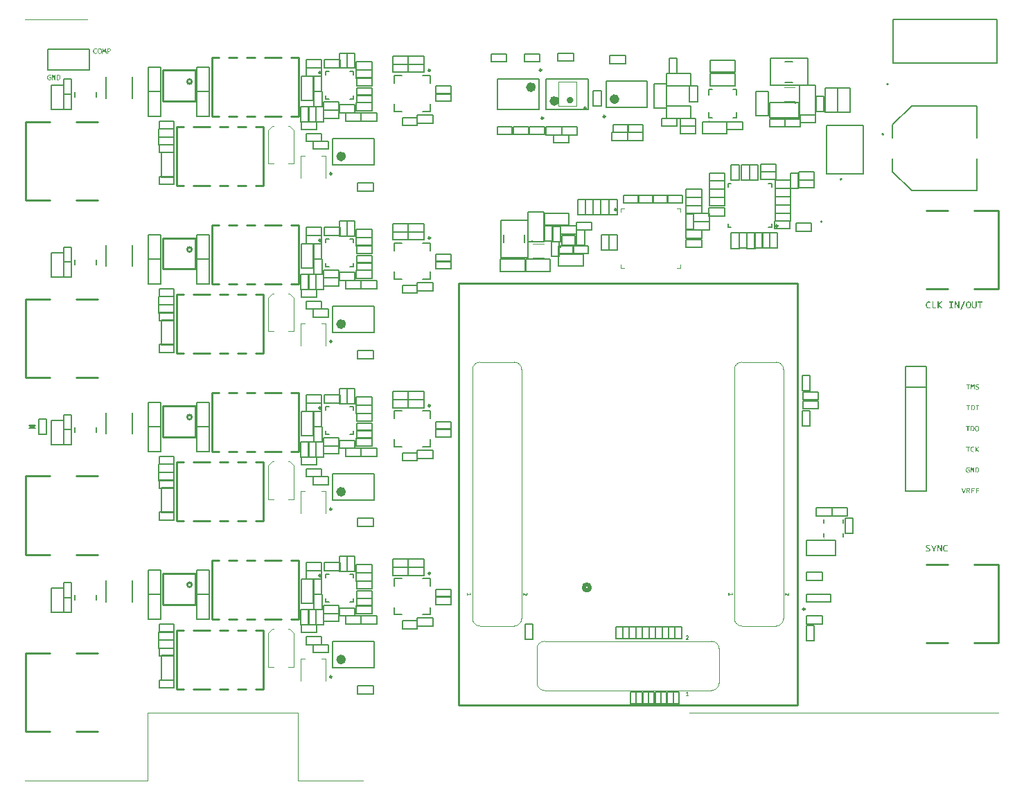
<source format=gto>
G04*
G04 #@! TF.GenerationSoftware,Altium Limited,Altium Designer,22.4.2 (48)*
G04*
G04 Layer_Color=65535*
%FSAX25Y25*%
%MOIN*%
G70*
G04*
G04 #@! TF.SameCoordinates,5E64B9DA-0424-454E-A7BF-F7E50E35A289*
G04*
G04*
G04 #@! TF.FilePolarity,Positive*
G04*
G01*
G75*
%ADD10C,0.00787*%
%ADD11C,0.00610*%
%ADD12C,0.00394*%
%ADD13C,0.00984*%
%ADD14C,0.01575*%
%ADD15C,0.02362*%
%ADD16C,0.01000*%
%ADD17C,0.02000*%
%ADD18C,0.00500*%
%ADD19C,0.00591*%
G36*
X0451980Y0163732D02*
X0451508D01*
X0450652Y0166307D01*
X0451049D01*
X0451603Y0164569D01*
X0451760Y0164060D01*
X0451921Y0164569D01*
X0452479Y0166307D01*
X0452853D01*
X0451980Y0163732D01*
D02*
G37*
G36*
X0459154Y0166009D02*
X0458058D01*
Y0165172D01*
X0459094D01*
Y0164880D01*
X0458058D01*
Y0163732D01*
X0457700D01*
Y0166307D01*
X0459154D01*
Y0166009D01*
D02*
G37*
G36*
X0456940Y0166012D02*
X0455828D01*
Y0165215D01*
X0456894D01*
Y0164920D01*
X0455828D01*
Y0164031D01*
X0456940D01*
Y0163732D01*
X0455477D01*
Y0166307D01*
X0456940D01*
Y0166012D01*
D02*
G37*
G36*
X0453965Y0166304D02*
X0454017Y0166300D01*
X0454076Y0166294D01*
X0454142Y0166284D01*
X0454207Y0166271D01*
X0454270Y0166255D01*
X0454273D01*
X0454276Y0166251D01*
X0454296Y0166245D01*
X0454325Y0166235D01*
X0454365Y0166218D01*
X0454407Y0166199D01*
X0454450Y0166176D01*
X0454496Y0166150D01*
X0454535Y0166117D01*
X0454539Y0166114D01*
X0454552Y0166100D01*
X0454571Y0166081D01*
X0454594Y0166058D01*
X0454621Y0166025D01*
X0454643Y0165989D01*
X0454670Y0165949D01*
X0454690Y0165904D01*
X0454693Y0165897D01*
X0454696Y0165881D01*
X0454706Y0165858D01*
X0454716Y0165822D01*
X0454722Y0165782D01*
X0454732Y0165736D01*
X0454735Y0165684D01*
X0454739Y0165628D01*
Y0165622D01*
Y0165608D01*
X0454735Y0165585D01*
Y0165553D01*
X0454729Y0165520D01*
X0454722Y0165480D01*
X0454716Y0165441D01*
X0454703Y0165399D01*
Y0165395D01*
X0454696Y0165379D01*
X0454686Y0165359D01*
X0454676Y0165333D01*
X0454660Y0165303D01*
X0454640Y0165271D01*
X0454621Y0165234D01*
X0454594Y0165202D01*
X0454591Y0165198D01*
X0454581Y0165189D01*
X0454568Y0165172D01*
X0454548Y0165153D01*
X0454522Y0165126D01*
X0454493Y0165103D01*
X0454457Y0165077D01*
X0454421Y0165051D01*
X0454417Y0165048D01*
X0454404Y0165041D01*
X0454381Y0165028D01*
X0454352Y0165015D01*
X0454319Y0165002D01*
X0454280Y0164985D01*
X0454234Y0164969D01*
X0454184Y0164956D01*
X0454188D01*
X0454204Y0164949D01*
X0454224Y0164939D01*
X0454247Y0164926D01*
X0454276Y0164907D01*
X0454309Y0164887D01*
X0454339Y0164857D01*
X0454368Y0164824D01*
X0454371Y0164821D01*
X0454381Y0164808D01*
X0454397Y0164788D01*
X0454417Y0164759D01*
X0454440Y0164723D01*
X0454466Y0164683D01*
X0454496Y0164634D01*
X0454526Y0164578D01*
X0454932Y0163732D01*
X0454535D01*
X0454152Y0164552D01*
X0454148Y0164556D01*
X0454145Y0164569D01*
X0454135Y0164585D01*
X0454125Y0164608D01*
X0454096Y0164661D01*
X0454063Y0164710D01*
X0454060Y0164713D01*
X0454056Y0164720D01*
X0454047Y0164733D01*
X0454034Y0164746D01*
X0454001Y0164779D01*
X0453965Y0164808D01*
X0453961Y0164811D01*
X0453955Y0164815D01*
X0453945Y0164821D01*
X0453932Y0164828D01*
X0453896Y0164844D01*
X0453850Y0164861D01*
X0453847D01*
X0453840Y0164864D01*
X0453827Y0164867D01*
X0453810Y0164870D01*
X0453788D01*
X0453764Y0164874D01*
X0453712Y0164877D01*
X0453548D01*
Y0163732D01*
X0453197D01*
Y0166307D01*
X0453942D01*
X0453965Y0166304D01*
D02*
G37*
G36*
X0456313Y0186337D02*
X0456365Y0186333D01*
X0456421Y0186327D01*
X0456536Y0186307D01*
X0456543D01*
X0456562Y0186301D01*
X0456592Y0186294D01*
X0456631Y0186284D01*
X0456677Y0186271D01*
X0456726Y0186255D01*
X0456835Y0186215D01*
Y0185871D01*
X0456828Y0185874D01*
X0456812Y0185884D01*
X0456782Y0185897D01*
X0456746Y0185914D01*
X0456700Y0185933D01*
X0456651Y0185953D01*
X0456598Y0185969D01*
X0456543Y0185986D01*
X0456536Y0185989D01*
X0456516Y0185992D01*
X0456487Y0185999D01*
X0456448Y0186009D01*
X0456398Y0186015D01*
X0456343Y0186022D01*
X0456284Y0186025D01*
X0456218Y0186028D01*
X0456188D01*
X0456152Y0186025D01*
X0456110Y0186018D01*
X0456057Y0186012D01*
X0456005Y0185999D01*
X0455946Y0185982D01*
X0455890Y0185959D01*
X0455883Y0185956D01*
X0455867Y0185946D01*
X0455837Y0185930D01*
X0455805Y0185910D01*
X0455765Y0185881D01*
X0455723Y0185845D01*
X0455680Y0185805D01*
X0455641Y0185759D01*
X0455637Y0185753D01*
X0455624Y0185736D01*
X0455605Y0185710D01*
X0455582Y0185671D01*
X0455559Y0185625D01*
X0455532Y0185572D01*
X0455506Y0185513D01*
X0455483Y0185444D01*
Y0185441D01*
X0455480Y0185435D01*
Y0185425D01*
X0455477Y0185412D01*
X0455470Y0185395D01*
X0455467Y0185372D01*
X0455457Y0185323D01*
X0455447Y0185261D01*
X0455441Y0185189D01*
X0455434Y0185110D01*
X0455431Y0185021D01*
Y0185015D01*
Y0184998D01*
Y0184972D01*
X0455434Y0184939D01*
X0455437Y0184897D01*
X0455441Y0184851D01*
X0455447Y0184798D01*
X0455457Y0184739D01*
X0455480Y0184618D01*
X0455496Y0184556D01*
X0455516Y0184493D01*
X0455539Y0184431D01*
X0455565Y0184372D01*
X0455595Y0184316D01*
X0455631Y0184267D01*
X0455634Y0184264D01*
X0455641Y0184257D01*
X0455654Y0184244D01*
X0455670Y0184228D01*
X0455690Y0184208D01*
X0455716Y0184188D01*
X0455746Y0184165D01*
X0455782Y0184142D01*
X0455821Y0184116D01*
X0455864Y0184093D01*
X0455913Y0184073D01*
X0455969Y0184054D01*
X0456024Y0184037D01*
X0456087Y0184024D01*
X0456152Y0184018D01*
X0456224Y0184014D01*
X0456254D01*
X0456287Y0184018D01*
X0456326D01*
X0456375Y0184024D01*
X0456428Y0184031D01*
X0456487Y0184037D01*
X0456543Y0184050D01*
X0456546D01*
X0456549Y0184054D01*
X0456569Y0184057D01*
X0456598Y0184067D01*
X0456635Y0184080D01*
X0456680Y0184093D01*
X0456730Y0184113D01*
X0456835Y0184159D01*
Y0183827D01*
X0456831D01*
X0456821Y0183821D01*
X0456805Y0183814D01*
X0456782Y0183808D01*
X0456753Y0183798D01*
X0456720Y0183788D01*
X0456680Y0183775D01*
X0456638Y0183765D01*
X0456589Y0183752D01*
X0456539Y0183739D01*
X0456428Y0183719D01*
X0456310Y0183706D01*
X0456185Y0183700D01*
X0456162D01*
X0456133Y0183703D01*
X0456097Y0183706D01*
X0456051Y0183709D01*
X0455998Y0183716D01*
X0455939Y0183726D01*
X0455877Y0183739D01*
X0455811Y0183758D01*
X0455742Y0183778D01*
X0455674Y0183804D01*
X0455601Y0183837D01*
X0455536Y0183873D01*
X0455470Y0183916D01*
X0455408Y0183968D01*
X0455349Y0184024D01*
X0455345Y0184028D01*
X0455336Y0184041D01*
X0455323Y0184060D01*
X0455303Y0184087D01*
X0455280Y0184119D01*
X0455257Y0184162D01*
X0455231Y0184211D01*
X0455204Y0184267D01*
X0455175Y0184333D01*
X0455149Y0184405D01*
X0455126Y0184483D01*
X0455103Y0184569D01*
X0455083Y0184664D01*
X0455070Y0184766D01*
X0455060Y0184874D01*
X0455057Y0184988D01*
Y0184992D01*
Y0185002D01*
Y0185018D01*
Y0185041D01*
X0455060Y0185067D01*
Y0185100D01*
X0455063Y0185136D01*
X0455067Y0185176D01*
X0455077Y0185264D01*
X0455090Y0185356D01*
X0455109Y0185454D01*
X0455135Y0185549D01*
Y0185553D01*
X0455139Y0185559D01*
X0455145Y0185572D01*
X0455152Y0185592D01*
X0455159Y0185612D01*
X0455168Y0185638D01*
X0455195Y0185697D01*
X0455227Y0185763D01*
X0455267Y0185835D01*
X0455313Y0185904D01*
X0455365Y0185972D01*
X0455368Y0185976D01*
X0455372Y0185979D01*
X0455381Y0185989D01*
X0455391Y0186002D01*
X0455424Y0186035D01*
X0455467Y0186074D01*
X0455519Y0186117D01*
X0455582Y0186163D01*
X0455654Y0186205D01*
X0455729Y0186245D01*
X0455732D01*
X0455739Y0186248D01*
X0455752Y0186255D01*
X0455765Y0186261D01*
X0455788Y0186268D01*
X0455811Y0186274D01*
X0455837Y0186284D01*
X0455870Y0186294D01*
X0455939Y0186310D01*
X0456021Y0186327D01*
X0456110Y0186337D01*
X0456205Y0186340D01*
X0456270D01*
X0456313Y0186337D01*
D02*
G37*
G36*
X0458094Y0185080D02*
X0459154Y0183732D01*
X0458714D01*
X0457753Y0184995D01*
Y0183732D01*
X0457402D01*
Y0186307D01*
X0457753D01*
Y0185107D01*
X0458694Y0186307D01*
X0459108D01*
X0458094Y0185080D01*
D02*
G37*
G36*
X0454706Y0186009D02*
X0453945D01*
Y0183732D01*
X0453591D01*
Y0186009D01*
X0452830D01*
Y0186307D01*
X0454706D01*
Y0186009D01*
D02*
G37*
G36*
X0454102Y0176340D02*
X0454152Y0176337D01*
X0454207Y0176330D01*
X0454325Y0176310D01*
X0454332D01*
X0454352Y0176304D01*
X0454384Y0176297D01*
X0454424Y0176287D01*
X0454470Y0176274D01*
X0454519Y0176258D01*
X0454571Y0176238D01*
X0454627Y0176215D01*
Y0175868D01*
X0454621Y0175871D01*
X0454601Y0175881D01*
X0454575Y0175894D01*
X0454535Y0175910D01*
X0454489Y0175930D01*
X0454440Y0175950D01*
X0454384Y0175969D01*
X0454329Y0175986D01*
X0454322Y0175989D01*
X0454302Y0175992D01*
X0454273Y0175999D01*
X0454230Y0176009D01*
X0454181Y0176015D01*
X0454125Y0176022D01*
X0454066Y0176025D01*
X0454001Y0176028D01*
X0453968D01*
X0453948Y0176025D01*
X0453929D01*
X0453879Y0176018D01*
X0453824Y0176009D01*
X0453761Y0175996D01*
X0453699Y0175979D01*
X0453637Y0175953D01*
X0453633D01*
X0453630Y0175950D01*
X0453610Y0175940D01*
X0453581Y0175923D01*
X0453542Y0175900D01*
X0453499Y0175871D01*
X0453456Y0175835D01*
X0453410Y0175795D01*
X0453368Y0175746D01*
X0453364Y0175740D01*
X0453351Y0175723D01*
X0453332Y0175694D01*
X0453305Y0175658D01*
X0453279Y0175612D01*
X0453253Y0175556D01*
X0453223Y0175497D01*
X0453200Y0175428D01*
Y0175425D01*
X0453197Y0175418D01*
X0453194Y0175408D01*
X0453191Y0175395D01*
X0453187Y0175379D01*
X0453184Y0175356D01*
X0453174Y0175307D01*
X0453161Y0175244D01*
X0453154Y0175172D01*
X0453148Y0175097D01*
X0453145Y0175012D01*
Y0175008D01*
Y0175002D01*
Y0174988D01*
Y0174972D01*
Y0174952D01*
X0453148Y0174926D01*
X0453151Y0174870D01*
X0453154Y0174805D01*
X0453164Y0174733D01*
X0453174Y0174661D01*
X0453191Y0174588D01*
Y0174585D01*
X0453194Y0174582D01*
X0453197Y0174572D01*
X0453200Y0174559D01*
X0453210Y0174523D01*
X0453227Y0174480D01*
X0453246Y0174428D01*
X0453272Y0174375D01*
X0453302Y0174323D01*
X0453335Y0174270D01*
X0453338Y0174264D01*
X0453355Y0174250D01*
X0453374Y0174227D01*
X0453407Y0174198D01*
X0453443Y0174165D01*
X0453486Y0174132D01*
X0453538Y0174103D01*
X0453594Y0174073D01*
X0453597D01*
X0453601Y0174070D01*
X0453610Y0174067D01*
X0453623Y0174064D01*
X0453656Y0174050D01*
X0453699Y0174041D01*
X0453755Y0174028D01*
X0453817Y0174014D01*
X0453889Y0174008D01*
X0453968Y0174004D01*
X0454020D01*
X0454050Y0174008D01*
X0454056D01*
X0454076Y0174011D01*
X0454102Y0174014D01*
X0454135Y0174018D01*
X0454142D01*
X0454161Y0174021D01*
X0454188Y0174028D01*
X0454217Y0174034D01*
X0454220D01*
X0454224Y0174037D01*
X0454243Y0174041D01*
X0454266Y0174047D01*
X0454293Y0174057D01*
Y0174880D01*
X0453768D01*
Y0175169D01*
X0454640D01*
Y0173850D01*
X0454637D01*
X0454627Y0173844D01*
X0454611Y0173837D01*
X0454588Y0173827D01*
X0454562Y0173818D01*
X0454532Y0173808D01*
X0454466Y0173785D01*
X0454463D01*
X0454450Y0173782D01*
X0454434Y0173775D01*
X0454411Y0173768D01*
X0454381Y0173758D01*
X0454352Y0173752D01*
X0454283Y0173735D01*
X0454280D01*
X0454266Y0173732D01*
X0454250Y0173729D01*
X0454227Y0173726D01*
X0454198Y0173722D01*
X0454168Y0173719D01*
X0454099Y0173709D01*
X0454096D01*
X0454083Y0173706D01*
X0454066D01*
X0454043Y0173703D01*
X0454014Y0173699D01*
X0453984D01*
X0453919Y0173696D01*
X0453876D01*
X0453850Y0173699D01*
X0453824D01*
X0453794Y0173703D01*
X0453761Y0173706D01*
X0453686Y0173716D01*
X0453607Y0173732D01*
X0453525Y0173752D01*
X0453443Y0173778D01*
X0453440D01*
X0453433Y0173782D01*
X0453423Y0173788D01*
X0453407Y0173795D01*
X0453391Y0173801D01*
X0453368Y0173814D01*
X0453318Y0173840D01*
X0453263Y0173873D01*
X0453204Y0173916D01*
X0453141Y0173965D01*
X0453082Y0174021D01*
Y0174024D01*
X0453076Y0174028D01*
X0453069Y0174037D01*
X0453059Y0174050D01*
X0453046Y0174067D01*
X0453033Y0174086D01*
X0453000Y0174132D01*
X0452961Y0174191D01*
X0452925Y0174260D01*
X0452889Y0174339D01*
X0452856Y0174428D01*
Y0174431D01*
X0452853Y0174437D01*
X0452849Y0174451D01*
X0452843Y0174470D01*
X0452836Y0174493D01*
X0452830Y0174523D01*
X0452823Y0174552D01*
X0452817Y0174588D01*
X0452810Y0174628D01*
X0452804Y0174670D01*
X0452790Y0174766D01*
X0452780Y0174874D01*
X0452777Y0174988D01*
Y0174992D01*
Y0175002D01*
Y0175018D01*
Y0175041D01*
X0452780Y0175071D01*
Y0175103D01*
X0452784Y0175139D01*
X0452787Y0175179D01*
X0452800Y0175267D01*
X0452813Y0175362D01*
X0452836Y0175461D01*
X0452866Y0175556D01*
Y0175559D01*
X0452869Y0175566D01*
X0452876Y0175579D01*
X0452882Y0175599D01*
X0452892Y0175622D01*
X0452902Y0175645D01*
X0452931Y0175704D01*
X0452964Y0175772D01*
X0453007Y0175841D01*
X0453056Y0175914D01*
X0453112Y0175982D01*
X0453115Y0175986D01*
X0453118Y0175989D01*
X0453128Y0175999D01*
X0453141Y0176012D01*
X0453174Y0176045D01*
X0453220Y0176084D01*
X0453276Y0176127D01*
X0453341Y0176169D01*
X0453417Y0176212D01*
X0453499Y0176251D01*
X0453502D01*
X0453509Y0176255D01*
X0453522Y0176261D01*
X0453538Y0176264D01*
X0453561Y0176274D01*
X0453584Y0176281D01*
X0453614Y0176287D01*
X0453646Y0176297D01*
X0453719Y0176314D01*
X0453804Y0176330D01*
X0453899Y0176340D01*
X0453997Y0176343D01*
X0454060D01*
X0454102Y0176340D01*
D02*
G37*
G36*
X0456848Y0173732D02*
X0456372D01*
X0455654Y0175336D01*
X0455447Y0175854D01*
Y0174556D01*
Y0173732D01*
X0455096D01*
Y0176307D01*
X0455565D01*
X0456248Y0174782D01*
X0456497Y0174195D01*
Y0175572D01*
Y0176307D01*
X0456848D01*
Y0173732D01*
D02*
G37*
G36*
X0458015Y0176304D02*
X0458055D01*
X0458104Y0176297D01*
X0458163Y0176291D01*
X0458225Y0176281D01*
X0458294Y0176268D01*
X0458366Y0176251D01*
X0458442Y0176232D01*
X0458517Y0176205D01*
X0458589Y0176176D01*
X0458662Y0176140D01*
X0458730Y0176097D01*
X0458796Y0176051D01*
X0458855Y0175996D01*
X0458858Y0175992D01*
X0458868Y0175982D01*
X0458881Y0175963D01*
X0458901Y0175936D01*
X0458924Y0175904D01*
X0458950Y0175864D01*
X0458976Y0175815D01*
X0459006Y0175759D01*
X0459032Y0175697D01*
X0459058Y0175628D01*
X0459085Y0175549D01*
X0459108Y0175464D01*
X0459127Y0175372D01*
X0459140Y0175271D01*
X0459150Y0175162D01*
X0459154Y0175048D01*
Y0175044D01*
Y0175038D01*
Y0175028D01*
Y0175015D01*
Y0174979D01*
X0459150Y0174933D01*
X0459147Y0174877D01*
X0459140Y0174818D01*
X0459124Y0174690D01*
Y0174687D01*
Y0174683D01*
X0459121Y0174674D01*
X0459118Y0174661D01*
X0459111Y0174631D01*
X0459101Y0174588D01*
X0459088Y0174539D01*
X0459072Y0174487D01*
X0459032Y0174375D01*
X0459029Y0174369D01*
X0459022Y0174352D01*
X0459006Y0174323D01*
X0458989Y0174287D01*
X0458963Y0174247D01*
X0458937Y0174201D01*
X0458904Y0174155D01*
X0458868Y0174109D01*
X0458865Y0174103D01*
X0458848Y0174090D01*
X0458829Y0174067D01*
X0458799Y0174041D01*
X0458763Y0174008D01*
X0458721Y0173975D01*
X0458671Y0173939D01*
X0458619Y0173906D01*
X0458612Y0173903D01*
X0458593Y0173893D01*
X0458563Y0173877D01*
X0458524Y0173860D01*
X0458475Y0173840D01*
X0458416Y0173818D01*
X0458350Y0173798D01*
X0458281Y0173778D01*
X0458278D01*
X0458271Y0173775D01*
X0458261D01*
X0458248Y0173772D01*
X0458229Y0173768D01*
X0458209Y0173765D01*
X0458156Y0173755D01*
X0458091Y0173745D01*
X0458015Y0173739D01*
X0457933Y0173735D01*
X0457845Y0173732D01*
X0457294D01*
Y0176307D01*
X0457983D01*
X0458015Y0176304D01*
D02*
G37*
G36*
X0455762Y0196304D02*
X0455801D01*
X0455851Y0196297D01*
X0455910Y0196291D01*
X0455972Y0196281D01*
X0456041Y0196268D01*
X0456113Y0196251D01*
X0456188Y0196232D01*
X0456264Y0196205D01*
X0456336Y0196176D01*
X0456408Y0196140D01*
X0456477Y0196097D01*
X0456543Y0196051D01*
X0456602Y0195995D01*
X0456605Y0195992D01*
X0456615Y0195982D01*
X0456628Y0195963D01*
X0456648Y0195936D01*
X0456671Y0195904D01*
X0456697Y0195864D01*
X0456723Y0195815D01*
X0456753Y0195759D01*
X0456779Y0195697D01*
X0456805Y0195628D01*
X0456831Y0195549D01*
X0456854Y0195464D01*
X0456874Y0195372D01*
X0456887Y0195271D01*
X0456897Y0195162D01*
X0456900Y0195047D01*
Y0195044D01*
Y0195038D01*
Y0195028D01*
Y0195015D01*
Y0194979D01*
X0456897Y0194933D01*
X0456894Y0194877D01*
X0456887Y0194818D01*
X0456871Y0194690D01*
Y0194687D01*
Y0194684D01*
X0456867Y0194674D01*
X0456864Y0194660D01*
X0456857Y0194631D01*
X0456848Y0194588D01*
X0456835Y0194539D01*
X0456818Y0194487D01*
X0456779Y0194375D01*
X0456776Y0194369D01*
X0456769Y0194352D01*
X0456753Y0194323D01*
X0456736Y0194287D01*
X0456710Y0194247D01*
X0456684Y0194201D01*
X0456651Y0194155D01*
X0456615Y0194109D01*
X0456611Y0194103D01*
X0456595Y0194090D01*
X0456575Y0194067D01*
X0456546Y0194041D01*
X0456510Y0194008D01*
X0456467Y0193975D01*
X0456418Y0193939D01*
X0456365Y0193906D01*
X0456359Y0193903D01*
X0456339Y0193893D01*
X0456310Y0193877D01*
X0456270Y0193860D01*
X0456221Y0193841D01*
X0456162Y0193817D01*
X0456097Y0193798D01*
X0456028Y0193778D01*
X0456024D01*
X0456018Y0193775D01*
X0456008D01*
X0455995Y0193772D01*
X0455975Y0193768D01*
X0455956Y0193765D01*
X0455903Y0193755D01*
X0455837Y0193745D01*
X0455762Y0193739D01*
X0455680Y0193736D01*
X0455591Y0193732D01*
X0455040D01*
Y0196307D01*
X0455729D01*
X0455762Y0196304D01*
D02*
G37*
G36*
X0454657Y0196009D02*
X0453896D01*
Y0193732D01*
X0453542D01*
Y0196009D01*
X0452780D01*
Y0196307D01*
X0454657D01*
Y0196009D01*
D02*
G37*
G36*
X0458232Y0196340D02*
X0458258D01*
X0458317Y0196333D01*
X0458386Y0196320D01*
X0458458Y0196304D01*
X0458530Y0196281D01*
X0458603Y0196251D01*
X0458606D01*
X0458612Y0196248D01*
X0458619Y0196241D01*
X0458632Y0196235D01*
X0458668Y0196212D01*
X0458711Y0196186D01*
X0458757Y0196146D01*
X0458809Y0196100D01*
X0458858Y0196048D01*
X0458908Y0195989D01*
Y0195986D01*
X0458914Y0195982D01*
X0458921Y0195973D01*
X0458927Y0195959D01*
X0458937Y0195943D01*
X0458950Y0195923D01*
X0458976Y0195874D01*
X0459006Y0195815D01*
X0459039Y0195746D01*
X0459065Y0195668D01*
X0459091Y0195579D01*
Y0195576D01*
X0459094Y0195569D01*
X0459098Y0195556D01*
X0459101Y0195536D01*
X0459104Y0195513D01*
X0459111Y0195487D01*
X0459118Y0195457D01*
X0459124Y0195422D01*
X0459127Y0195382D01*
X0459134Y0195340D01*
X0459144Y0195248D01*
X0459150Y0195146D01*
X0459154Y0195034D01*
Y0195031D01*
Y0195018D01*
Y0195002D01*
Y0194975D01*
X0459150Y0194946D01*
Y0194910D01*
X0459147Y0194870D01*
X0459144Y0194828D01*
X0459134Y0194736D01*
X0459118Y0194634D01*
X0459098Y0194533D01*
X0459072Y0194434D01*
Y0194431D01*
X0459068Y0194424D01*
X0459062Y0194411D01*
X0459055Y0194392D01*
X0459049Y0194372D01*
X0459039Y0194346D01*
X0459013Y0194290D01*
X0458980Y0194224D01*
X0458944Y0194152D01*
X0458898Y0194083D01*
X0458848Y0194018D01*
Y0194014D01*
X0458842Y0194011D01*
X0458826Y0193991D01*
X0458796Y0193962D01*
X0458757Y0193926D01*
X0458708Y0193886D01*
X0458655Y0193847D01*
X0458593Y0193808D01*
X0458524Y0193775D01*
X0458521D01*
X0458514Y0193772D01*
X0458504Y0193768D01*
X0458491Y0193762D01*
X0458475Y0193755D01*
X0458455Y0193749D01*
X0458406Y0193736D01*
X0458347Y0193722D01*
X0458278Y0193709D01*
X0458206Y0193700D01*
X0458130Y0193696D01*
X0458088D01*
X0458068Y0193700D01*
X0458042D01*
X0457983Y0193706D01*
X0457917Y0193719D01*
X0457845Y0193732D01*
X0457769Y0193755D01*
X0457697Y0193785D01*
X0457694D01*
X0457691Y0193788D01*
X0457681Y0193795D01*
X0457668Y0193801D01*
X0457632Y0193821D01*
X0457589Y0193850D01*
X0457543Y0193886D01*
X0457491Y0193932D01*
X0457441Y0193985D01*
X0457392Y0194044D01*
Y0194047D01*
X0457386Y0194050D01*
X0457382Y0194060D01*
X0457373Y0194073D01*
X0457363Y0194090D01*
X0457353Y0194109D01*
X0457327Y0194159D01*
X0457297Y0194221D01*
X0457268Y0194290D01*
X0457241Y0194369D01*
X0457215Y0194457D01*
Y0194460D01*
X0457212Y0194467D01*
X0457208Y0194480D01*
X0457205Y0194500D01*
X0457202Y0194523D01*
X0457195Y0194549D01*
X0457192Y0194582D01*
X0457186Y0194618D01*
X0457179Y0194654D01*
X0457176Y0194697D01*
X0457166Y0194792D01*
X0457159Y0194893D01*
X0457156Y0195005D01*
Y0195008D01*
Y0195021D01*
Y0195038D01*
Y0195064D01*
X0457159Y0195094D01*
Y0195126D01*
X0457163Y0195166D01*
X0457166Y0195208D01*
X0457176Y0195300D01*
X0457189Y0195402D01*
X0457208Y0195500D01*
X0457235Y0195599D01*
Y0195602D01*
X0457238Y0195608D01*
X0457245Y0195622D01*
X0457251Y0195641D01*
X0457258Y0195661D01*
X0457268Y0195687D01*
X0457294Y0195746D01*
X0457323Y0195812D01*
X0457363Y0195881D01*
X0457405Y0195949D01*
X0457454Y0196015D01*
X0457458Y0196018D01*
X0457461Y0196022D01*
X0457478Y0196041D01*
X0457507Y0196071D01*
X0457546Y0196110D01*
X0457592Y0196150D01*
X0457648Y0196189D01*
X0457710Y0196228D01*
X0457776Y0196261D01*
X0457779D01*
X0457786Y0196264D01*
X0457796Y0196268D01*
X0457809Y0196274D01*
X0457825Y0196281D01*
X0457845Y0196287D01*
X0457894Y0196304D01*
X0457953Y0196317D01*
X0458022Y0196330D01*
X0458094Y0196340D01*
X0458170Y0196343D01*
X0458212D01*
X0458232Y0196340D01*
D02*
G37*
G36*
X0459154Y0206012D02*
X0458560D01*
Y0204031D01*
X0459154D01*
Y0203732D01*
X0457612D01*
Y0204031D01*
X0458206D01*
Y0206012D01*
X0457612D01*
Y0206307D01*
X0459154D01*
Y0206012D01*
D02*
G37*
G36*
X0455992Y0206304D02*
X0456031D01*
X0456080Y0206297D01*
X0456139Y0206291D01*
X0456202Y0206281D01*
X0456270Y0206268D01*
X0456343Y0206251D01*
X0456418Y0206232D01*
X0456494Y0206205D01*
X0456566Y0206176D01*
X0456638Y0206140D01*
X0456707Y0206097D01*
X0456772Y0206051D01*
X0456831Y0205995D01*
X0456835Y0205992D01*
X0456844Y0205982D01*
X0456857Y0205963D01*
X0456877Y0205936D01*
X0456900Y0205904D01*
X0456926Y0205864D01*
X0456953Y0205815D01*
X0456982Y0205759D01*
X0457008Y0205697D01*
X0457035Y0205628D01*
X0457061Y0205549D01*
X0457084Y0205464D01*
X0457103Y0205372D01*
X0457117Y0205271D01*
X0457127Y0205162D01*
X0457130Y0205048D01*
Y0205044D01*
Y0205038D01*
Y0205028D01*
Y0205015D01*
Y0204979D01*
X0457127Y0204933D01*
X0457123Y0204877D01*
X0457117Y0204818D01*
X0457100Y0204690D01*
Y0204687D01*
Y0204683D01*
X0457097Y0204674D01*
X0457094Y0204661D01*
X0457087Y0204631D01*
X0457077Y0204588D01*
X0457064Y0204539D01*
X0457048Y0204487D01*
X0457008Y0204375D01*
X0457005Y0204369D01*
X0456999Y0204352D01*
X0456982Y0204323D01*
X0456966Y0204287D01*
X0456940Y0204247D01*
X0456913Y0204201D01*
X0456881Y0204155D01*
X0456844Y0204110D01*
X0456841Y0204103D01*
X0456825Y0204090D01*
X0456805Y0204067D01*
X0456776Y0204041D01*
X0456740Y0204008D01*
X0456697Y0203975D01*
X0456648Y0203939D01*
X0456595Y0203906D01*
X0456589Y0203903D01*
X0456569Y0203893D01*
X0456539Y0203877D01*
X0456500Y0203860D01*
X0456451Y0203840D01*
X0456392Y0203818D01*
X0456326Y0203798D01*
X0456257Y0203778D01*
X0456254D01*
X0456248Y0203775D01*
X0456238D01*
X0456224Y0203772D01*
X0456205Y0203768D01*
X0456185Y0203765D01*
X0456133Y0203755D01*
X0456067Y0203745D01*
X0455992Y0203739D01*
X0455910Y0203735D01*
X0455821Y0203732D01*
X0455270D01*
Y0206307D01*
X0455959D01*
X0455992Y0206304D01*
D02*
G37*
G36*
X0454886Y0206009D02*
X0454125D01*
Y0203732D01*
X0453771D01*
Y0206009D01*
X0453010D01*
Y0206307D01*
X0454886D01*
Y0206009D01*
D02*
G37*
G36*
X0458484Y0216340D02*
X0458537Y0216337D01*
X0458550D01*
X0458566Y0216333D01*
X0458586D01*
X0458609Y0216330D01*
X0458635Y0216327D01*
X0458691Y0216317D01*
X0458694D01*
X0458704Y0216314D01*
X0458721D01*
X0458740Y0216310D01*
X0458763Y0216307D01*
X0458789Y0216301D01*
X0458845Y0216291D01*
X0458848D01*
X0458858Y0216287D01*
X0458875D01*
X0458894Y0216284D01*
X0458940Y0216274D01*
X0458989Y0216264D01*
Y0215950D01*
X0458986D01*
X0458983Y0215953D01*
X0458963Y0215956D01*
X0458934Y0215966D01*
X0458894Y0215972D01*
X0458848Y0215986D01*
X0458796Y0215996D01*
X0458740Y0216005D01*
X0458684Y0216015D01*
X0458678D01*
X0458658Y0216018D01*
X0458629Y0216022D01*
X0458593Y0216028D01*
X0458547Y0216032D01*
X0458497Y0216035D01*
X0458389Y0216038D01*
X0458340D01*
X0458314Y0216035D01*
X0458288Y0216032D01*
X0458222Y0216025D01*
X0458150Y0216012D01*
X0458074Y0215996D01*
X0458006Y0215969D01*
X0457976Y0215953D01*
X0457946Y0215936D01*
X0457940Y0215933D01*
X0457924Y0215917D01*
X0457901Y0215897D01*
X0457878Y0215864D01*
X0457851Y0215825D01*
X0457828Y0215779D01*
X0457812Y0215726D01*
X0457809Y0215697D01*
X0457805Y0215668D01*
Y0215664D01*
Y0215651D01*
X0457809Y0215631D01*
X0457812Y0215605D01*
X0457819Y0215579D01*
X0457828Y0215546D01*
X0457842Y0215517D01*
X0457861Y0215487D01*
X0457865Y0215484D01*
X0457871Y0215474D01*
X0457884Y0215461D01*
X0457904Y0215441D01*
X0457924Y0215422D01*
X0457950Y0215399D01*
X0457983Y0215376D01*
X0458015Y0215353D01*
X0458019Y0215349D01*
X0458032Y0215343D01*
X0458051Y0215333D01*
X0458078Y0215317D01*
X0458111Y0215300D01*
X0458147Y0215284D01*
X0458189Y0215264D01*
X0458232Y0215244D01*
X0458238Y0215241D01*
X0458252Y0215238D01*
X0458278Y0215228D01*
X0458307Y0215215D01*
X0458347Y0215202D01*
X0458386Y0215182D01*
X0458478Y0215146D01*
X0458484Y0215143D01*
X0458501Y0215136D01*
X0458524Y0215126D01*
X0458557Y0215113D01*
X0458593Y0215097D01*
X0458635Y0215077D01*
X0458724Y0215034D01*
X0458730Y0215031D01*
X0458743Y0215025D01*
X0458767Y0215012D01*
X0458796Y0214992D01*
X0458829Y0214972D01*
X0458865Y0214946D01*
X0458940Y0214887D01*
X0458944Y0214884D01*
X0458957Y0214874D01*
X0458973Y0214854D01*
X0458996Y0214831D01*
X0459019Y0214805D01*
X0459045Y0214772D01*
X0459072Y0214733D01*
X0459094Y0214693D01*
X0459098Y0214687D01*
X0459104Y0214674D01*
X0459114Y0214651D01*
X0459124Y0214618D01*
X0459134Y0214579D01*
X0459144Y0214536D01*
X0459150Y0214483D01*
X0459154Y0214428D01*
Y0214424D01*
Y0214421D01*
Y0214411D01*
Y0214398D01*
X0459150Y0214362D01*
X0459144Y0214319D01*
X0459134Y0214267D01*
X0459121Y0214214D01*
X0459104Y0214159D01*
X0459078Y0214106D01*
X0459075Y0214100D01*
X0459065Y0214083D01*
X0459049Y0214057D01*
X0459022Y0214028D01*
X0458993Y0213988D01*
X0458957Y0213952D01*
X0458917Y0213913D01*
X0458868Y0213877D01*
X0458862Y0213873D01*
X0458845Y0213860D01*
X0458816Y0213844D01*
X0458776Y0213824D01*
X0458730Y0213801D01*
X0458675Y0213781D01*
X0458612Y0213758D01*
X0458543Y0213739D01*
X0458540D01*
X0458534Y0213736D01*
X0458524D01*
X0458511Y0213732D01*
X0458494Y0213729D01*
X0458471Y0213726D01*
X0458422Y0213719D01*
X0458360Y0213709D01*
X0458291Y0213703D01*
X0458212Y0213700D01*
X0458130Y0213696D01*
X0458068D01*
X0458035Y0213700D01*
X0458002D01*
X0457927Y0213706D01*
X0457910D01*
X0457891Y0213709D01*
X0457865Y0213713D01*
X0457835D01*
X0457802Y0213716D01*
X0457730Y0213726D01*
X0457727D01*
X0457714Y0213729D01*
X0457697D01*
X0457671Y0213732D01*
X0457645Y0213736D01*
X0457615Y0213739D01*
X0457553Y0213749D01*
X0457550D01*
X0457540Y0213752D01*
X0457523Y0213755D01*
X0457504Y0213758D01*
X0457458Y0213772D01*
X0457405Y0213785D01*
Y0214123D01*
X0457409D01*
X0457412Y0214119D01*
X0457432Y0214113D01*
X0457461Y0214103D01*
X0457504Y0214090D01*
X0457550Y0214077D01*
X0457609Y0214060D01*
X0457671Y0214047D01*
X0457737Y0214034D01*
X0457746D01*
X0457756Y0214031D01*
X0457769D01*
X0457786Y0214028D01*
X0457809Y0214024D01*
X0457858Y0214021D01*
X0457920Y0214014D01*
X0457992Y0214008D01*
X0458071Y0214004D01*
X0458216D01*
X0458255Y0214008D01*
X0458301Y0214011D01*
X0458347Y0214014D01*
X0458396Y0214021D01*
X0458442Y0214031D01*
X0458448D01*
X0458462Y0214037D01*
X0458484Y0214041D01*
X0458511Y0214050D01*
X0458543Y0214060D01*
X0458576Y0214077D01*
X0458609Y0214090D01*
X0458639Y0214109D01*
X0458642Y0214113D01*
X0458652Y0214119D01*
X0458665Y0214129D01*
X0458681Y0214146D01*
X0458698Y0214165D01*
X0458717Y0214185D01*
X0458734Y0214211D01*
X0458750Y0214237D01*
X0458753Y0214241D01*
X0458757Y0214250D01*
X0458763Y0214267D01*
X0458770Y0214287D01*
X0458776Y0214313D01*
X0458780Y0214342D01*
X0458786Y0214372D01*
Y0214408D01*
Y0214411D01*
Y0214424D01*
X0458783Y0214444D01*
X0458780Y0214470D01*
X0458773Y0214496D01*
X0458760Y0214526D01*
X0458747Y0214556D01*
X0458727Y0214585D01*
X0458724Y0214588D01*
X0458717Y0214598D01*
X0458704Y0214611D01*
X0458684Y0214631D01*
X0458665Y0214651D01*
X0458639Y0214674D01*
X0458606Y0214693D01*
X0458573Y0214716D01*
X0458570Y0214720D01*
X0458557Y0214726D01*
X0458537Y0214739D01*
X0458511Y0214752D01*
X0458478Y0214769D01*
X0458442Y0214788D01*
X0458399Y0214805D01*
X0458357Y0214825D01*
X0458350Y0214828D01*
X0458337Y0214834D01*
X0458311Y0214844D01*
X0458281Y0214854D01*
X0458242Y0214870D01*
X0458202Y0214887D01*
X0458111Y0214923D01*
X0458104Y0214926D01*
X0458091Y0214933D01*
X0458065Y0214943D01*
X0458032Y0214956D01*
X0457996Y0214972D01*
X0457953Y0214992D01*
X0457865Y0215034D01*
X0457858Y0215038D01*
X0457845Y0215044D01*
X0457822Y0215057D01*
X0457792Y0215077D01*
X0457760Y0215097D01*
X0457724Y0215123D01*
X0457648Y0215179D01*
X0457645Y0215182D01*
X0457632Y0215192D01*
X0457615Y0215212D01*
X0457592Y0215234D01*
X0457569Y0215261D01*
X0457543Y0215294D01*
X0457517Y0215330D01*
X0457494Y0215369D01*
X0457491Y0215376D01*
X0457484Y0215389D01*
X0457478Y0215412D01*
X0457468Y0215444D01*
X0457454Y0215484D01*
X0457448Y0215526D01*
X0457441Y0215576D01*
X0457438Y0215631D01*
Y0215638D01*
Y0215654D01*
X0457441Y0215681D01*
X0457445Y0215713D01*
X0457451Y0215753D01*
X0457461Y0215795D01*
X0457474Y0215841D01*
X0457491Y0215891D01*
X0457494Y0215897D01*
X0457500Y0215914D01*
X0457514Y0215936D01*
X0457533Y0215969D01*
X0457556Y0216005D01*
X0457586Y0216041D01*
X0457622Y0216081D01*
X0457661Y0216120D01*
X0457668Y0216123D01*
X0457684Y0216137D01*
X0457707Y0216156D01*
X0457743Y0216176D01*
X0457786Y0216202D01*
X0457838Y0216228D01*
X0457897Y0216255D01*
X0457963Y0216281D01*
X0457966D01*
X0457973Y0216284D01*
X0457983Y0216287D01*
X0457996Y0216291D01*
X0458012Y0216294D01*
X0458035Y0216301D01*
X0458058Y0216307D01*
X0458088Y0216314D01*
X0458150Y0216323D01*
X0458225Y0216333D01*
X0458307Y0216340D01*
X0458399Y0216343D01*
X0458462D01*
X0458484Y0216340D01*
D02*
G37*
G36*
X0457094Y0213732D02*
X0456749D01*
X0456700Y0215339D01*
X0456677Y0215953D01*
X0456556Y0215595D01*
X0456175Y0214572D01*
X0455933D01*
X0455572Y0215556D01*
X0455450Y0215953D01*
X0455444Y0215313D01*
X0455398Y0213732D01*
X0455067D01*
X0455191Y0216307D01*
X0455608D01*
X0455956Y0215336D01*
X0456067Y0215008D01*
X0456175Y0215336D01*
X0456543Y0216307D01*
X0456969D01*
X0457094Y0213732D01*
D02*
G37*
G36*
X0454801Y0216009D02*
X0454040D01*
Y0213732D01*
X0453686D01*
Y0216009D01*
X0452925D01*
Y0216307D01*
X0454801D01*
Y0216009D01*
D02*
G37*
G36*
X0318787Y0095470D02*
X0318825Y0095467D01*
X0318869Y0095461D01*
X0318918Y0095456D01*
X0318967Y0095445D01*
X0319016Y0095432D01*
X0319019D01*
X0319022Y0095429D01*
X0319038Y0095423D01*
X0319062Y0095415D01*
X0319092Y0095401D01*
X0319125Y0095385D01*
X0319163Y0095363D01*
X0319199Y0095339D01*
X0319234Y0095311D01*
X0319240Y0095309D01*
X0319251Y0095298D01*
X0319267Y0095281D01*
X0319286Y0095257D01*
X0319311Y0095230D01*
X0319333Y0095194D01*
X0319357Y0095156D01*
X0319376Y0095115D01*
X0319379Y0095109D01*
X0319385Y0095093D01*
X0319393Y0095068D01*
X0319404Y0095038D01*
X0319412Y0094997D01*
X0319420Y0094951D01*
X0319426Y0094899D01*
X0319428Y0094845D01*
Y0094842D01*
Y0094839D01*
Y0094823D01*
X0319426Y0094798D01*
X0319423Y0094765D01*
X0319420Y0094730D01*
X0319415Y0094689D01*
X0319404Y0094648D01*
X0319393Y0094604D01*
X0319390Y0094599D01*
X0319387Y0094585D01*
X0319379Y0094563D01*
X0319368Y0094536D01*
X0319352Y0094503D01*
X0319335Y0094468D01*
X0319316Y0094430D01*
X0319292Y0094389D01*
X0319289Y0094383D01*
X0319281Y0094370D01*
X0319267Y0094350D01*
X0319248Y0094323D01*
X0319223Y0094293D01*
X0319196Y0094258D01*
X0319166Y0094219D01*
X0319131Y0094178D01*
X0319125Y0094173D01*
X0319114Y0094159D01*
X0319095Y0094140D01*
X0319068Y0094113D01*
X0319035Y0094080D01*
X0319000Y0094042D01*
X0318956Y0094001D01*
X0318912Y0093957D01*
X0318601Y0093662D01*
X0319505D01*
Y0093294D01*
X0318050D01*
Y0093586D01*
X0318555Y0094094D01*
X0318557Y0094096D01*
X0318560Y0094099D01*
X0318568Y0094107D01*
X0318579Y0094118D01*
X0318604Y0094143D01*
X0318636Y0094178D01*
X0318672Y0094217D01*
X0318710Y0094258D01*
X0318748Y0094298D01*
X0318781Y0094340D01*
X0318784Y0094345D01*
X0318795Y0094356D01*
X0318811Y0094378D01*
X0318830Y0094402D01*
X0318852Y0094430D01*
X0318874Y0094460D01*
X0318896Y0094492D01*
X0318915Y0094522D01*
X0318918Y0094525D01*
X0318923Y0094536D01*
X0318931Y0094552D01*
X0318942Y0094572D01*
X0318953Y0094596D01*
X0318961Y0094621D01*
X0318972Y0094645D01*
X0318978Y0094673D01*
Y0094675D01*
X0318981Y0094686D01*
X0318983Y0094700D01*
X0318986Y0094716D01*
X0318989Y0094738D01*
X0318991Y0094763D01*
X0318994Y0094817D01*
Y0094820D01*
Y0094828D01*
Y0094839D01*
X0318991Y0094855D01*
X0318986Y0094891D01*
X0318972Y0094932D01*
Y0094935D01*
X0318970Y0094943D01*
X0318964Y0094951D01*
X0318959Y0094965D01*
X0318940Y0094997D01*
X0318915Y0095027D01*
X0318912Y0095030D01*
X0318910Y0095036D01*
X0318899Y0095041D01*
X0318888Y0095052D01*
X0318858Y0095071D01*
X0318819Y0095093D01*
X0318817D01*
X0318809Y0095096D01*
X0318798Y0095101D01*
X0318781Y0095107D01*
X0318762Y0095109D01*
X0318740Y0095115D01*
X0318688Y0095117D01*
X0318667D01*
X0318642Y0095115D01*
X0318612Y0095109D01*
X0318577Y0095104D01*
X0318535Y0095093D01*
X0318495Y0095079D01*
X0318454Y0095060D01*
X0318448Y0095057D01*
X0318435Y0095049D01*
X0318415Y0095038D01*
X0318388Y0095022D01*
X0318358Y0095000D01*
X0318323Y0094976D01*
X0318287Y0094948D01*
X0318249Y0094915D01*
X0318039Y0095186D01*
X0318041Y0095188D01*
X0318044Y0095191D01*
X0318052Y0095199D01*
X0318063Y0095208D01*
X0318093Y0095232D01*
X0318131Y0095262D01*
X0318178Y0095295D01*
X0318230Y0095328D01*
X0318290Y0095363D01*
X0318353Y0095393D01*
X0318355D01*
X0318361Y0095396D01*
X0318369Y0095401D01*
X0318383Y0095407D01*
X0318399Y0095412D01*
X0318418Y0095418D01*
X0318440Y0095426D01*
X0318464Y0095434D01*
X0318522Y0095448D01*
X0318585Y0095461D01*
X0318656Y0095470D01*
X0318729Y0095472D01*
X0318757D01*
X0318787Y0095470D01*
D02*
G37*
G36*
X0319045Y0066483D02*
X0319514D01*
Y0066128D01*
X0318089D01*
Y0066483D01*
X0318635D01*
Y0067862D01*
X0318160Y0067600D01*
X0318029Y0067928D01*
X0318709Y0068285D01*
X0319045D01*
Y0066483D01*
D02*
G37*
G36*
X0214724Y0115302D02*
Y0114966D01*
X0212922D01*
Y0114496D01*
X0212567D01*
Y0115921D01*
X0212922D01*
Y0115375D01*
X0214300D01*
X0214038Y0115850D01*
X0214366Y0115981D01*
X0214724Y0115302D01*
D02*
G37*
G36*
X0241627Y0115969D02*
X0241630Y0115966D01*
X0241638Y0115958D01*
X0241646Y0115947D01*
X0241671Y0115917D01*
X0241701Y0115879D01*
X0241733Y0115832D01*
X0241766Y0115781D01*
X0241802Y0115721D01*
X0241832Y0115658D01*
Y0115655D01*
X0241834Y0115650D01*
X0241840Y0115641D01*
X0241845Y0115628D01*
X0241851Y0115611D01*
X0241856Y0115592D01*
X0241864Y0115570D01*
X0241873Y0115546D01*
X0241886Y0115489D01*
X0241900Y0115426D01*
X0241908Y0115355D01*
X0241911Y0115281D01*
Y0115254D01*
X0241908Y0115224D01*
X0241905Y0115185D01*
X0241900Y0115142D01*
X0241894Y0115093D01*
X0241883Y0115044D01*
X0241870Y0114994D01*
Y0114992D01*
X0241867Y0114989D01*
X0241862Y0114973D01*
X0241853Y0114948D01*
X0241840Y0114918D01*
X0241824Y0114885D01*
X0241802Y0114847D01*
X0241777Y0114812D01*
X0241750Y0114776D01*
X0241747Y0114771D01*
X0241736Y0114760D01*
X0241720Y0114743D01*
X0241695Y0114724D01*
X0241668Y0114700D01*
X0241632Y0114678D01*
X0241594Y0114653D01*
X0241553Y0114634D01*
X0241548Y0114631D01*
X0241531Y0114626D01*
X0241507Y0114618D01*
X0241477Y0114607D01*
X0241436Y0114599D01*
X0241389Y0114590D01*
X0241337Y0114585D01*
X0241283Y0114582D01*
X0241280D01*
X0241278D01*
X0241261D01*
X0241236Y0114585D01*
X0241204Y0114588D01*
X0241168Y0114590D01*
X0241127Y0114596D01*
X0241086Y0114607D01*
X0241043Y0114618D01*
X0241037Y0114620D01*
X0241024Y0114623D01*
X0241002Y0114631D01*
X0240974Y0114642D01*
X0240942Y0114659D01*
X0240906Y0114675D01*
X0240868Y0114694D01*
X0240827Y0114719D01*
X0240822Y0114721D01*
X0240808Y0114730D01*
X0240789Y0114743D01*
X0240761Y0114762D01*
X0240732Y0114787D01*
X0240696Y0114814D01*
X0240658Y0114844D01*
X0240617Y0114880D01*
X0240611Y0114885D01*
X0240598Y0114896D01*
X0240579Y0114915D01*
X0240551Y0114943D01*
X0240518Y0114975D01*
X0240480Y0115011D01*
X0240439Y0115055D01*
X0240396Y0115098D01*
X0240101Y0115409D01*
Y0114506D01*
X0239732D01*
Y0115961D01*
X0240024D01*
X0240532Y0115456D01*
X0240535Y0115453D01*
X0240538Y0115450D01*
X0240546Y0115442D01*
X0240557Y0115431D01*
X0240581Y0115407D01*
X0240617Y0115374D01*
X0240655Y0115338D01*
X0240696Y0115300D01*
X0240737Y0115262D01*
X0240778Y0115229D01*
X0240783Y0115226D01*
X0240794Y0115216D01*
X0240816Y0115199D01*
X0240841Y0115180D01*
X0240868Y0115158D01*
X0240898Y0115136D01*
X0240931Y0115114D01*
X0240961Y0115095D01*
X0240964Y0115093D01*
X0240974Y0115087D01*
X0240991Y0115079D01*
X0241010Y0115068D01*
X0241035Y0115057D01*
X0241059Y0115049D01*
X0241084Y0115038D01*
X0241111Y0115033D01*
X0241114D01*
X0241125Y0115030D01*
X0241138Y0115027D01*
X0241155Y0115024D01*
X0241177Y0115022D01*
X0241201Y0115019D01*
X0241256Y0115016D01*
X0241258D01*
X0241266D01*
X0241278D01*
X0241294Y0115019D01*
X0241329Y0115024D01*
X0241370Y0115038D01*
X0241373D01*
X0241381Y0115041D01*
X0241389Y0115046D01*
X0241403Y0115052D01*
X0241436Y0115071D01*
X0241466Y0115095D01*
X0241469Y0115098D01*
X0241474Y0115101D01*
X0241479Y0115112D01*
X0241490Y0115123D01*
X0241510Y0115153D01*
X0241531Y0115191D01*
Y0115194D01*
X0241534Y0115202D01*
X0241540Y0115213D01*
X0241545Y0115229D01*
X0241548Y0115248D01*
X0241553Y0115270D01*
X0241556Y0115322D01*
Y0115344D01*
X0241553Y0115368D01*
X0241548Y0115399D01*
X0241542Y0115434D01*
X0241531Y0115475D01*
X0241518Y0115516D01*
X0241499Y0115557D01*
X0241496Y0115562D01*
X0241488Y0115576D01*
X0241477Y0115595D01*
X0241460Y0115622D01*
X0241439Y0115652D01*
X0241414Y0115688D01*
X0241387Y0115723D01*
X0241354Y0115761D01*
X0241624Y0115972D01*
X0241627Y0115969D01*
D02*
G37*
G36*
X0340708Y0115302D02*
Y0114966D01*
X0338906D01*
Y0114496D01*
X0338551D01*
Y0115921D01*
X0338906D01*
Y0115375D01*
X0340285D01*
X0340023Y0115850D01*
X0340350Y0115981D01*
X0340708Y0115302D01*
D02*
G37*
G36*
X0367611Y0115969D02*
X0367614Y0115966D01*
X0367622Y0115958D01*
X0367630Y0115947D01*
X0367655Y0115917D01*
X0367685Y0115879D01*
X0367718Y0115832D01*
X0367750Y0115781D01*
X0367786Y0115721D01*
X0367816Y0115658D01*
Y0115655D01*
X0367819Y0115650D01*
X0367824Y0115641D01*
X0367830Y0115628D01*
X0367835Y0115611D01*
X0367841Y0115592D01*
X0367849Y0115570D01*
X0367857Y0115546D01*
X0367870Y0115489D01*
X0367884Y0115426D01*
X0367892Y0115355D01*
X0367895Y0115281D01*
Y0115254D01*
X0367892Y0115224D01*
X0367890Y0115185D01*
X0367884Y0115142D01*
X0367879Y0115093D01*
X0367868Y0115044D01*
X0367854Y0114994D01*
Y0114992D01*
X0367851Y0114989D01*
X0367846Y0114973D01*
X0367838Y0114948D01*
X0367824Y0114918D01*
X0367808Y0114885D01*
X0367786Y0114847D01*
X0367761Y0114812D01*
X0367734Y0114776D01*
X0367731Y0114771D01*
X0367720Y0114760D01*
X0367704Y0114743D01*
X0367679Y0114724D01*
X0367652Y0114700D01*
X0367617Y0114678D01*
X0367578Y0114653D01*
X0367537Y0114634D01*
X0367532Y0114631D01*
X0367516Y0114626D01*
X0367491Y0114618D01*
X0367461Y0114607D01*
X0367420Y0114599D01*
X0367374Y0114590D01*
X0367322Y0114585D01*
X0367267Y0114582D01*
X0367264D01*
X0367262D01*
X0367245D01*
X0367221Y0114585D01*
X0367188Y0114588D01*
X0367153Y0114590D01*
X0367112Y0114596D01*
X0367071Y0114607D01*
X0367027Y0114618D01*
X0367021Y0114620D01*
X0367008Y0114623D01*
X0366986Y0114631D01*
X0366959Y0114642D01*
X0366926Y0114659D01*
X0366890Y0114675D01*
X0366852Y0114694D01*
X0366811Y0114719D01*
X0366806Y0114721D01*
X0366792Y0114730D01*
X0366773Y0114743D01*
X0366746Y0114762D01*
X0366716Y0114787D01*
X0366680Y0114814D01*
X0366642Y0114844D01*
X0366601Y0114880D01*
X0366596Y0114885D01*
X0366582Y0114896D01*
X0366563Y0114915D01*
X0366535Y0114943D01*
X0366503Y0114975D01*
X0366465Y0115011D01*
X0366424Y0115055D01*
X0366380Y0115098D01*
X0366085Y0115409D01*
Y0114506D01*
X0365717D01*
Y0115961D01*
X0366009D01*
X0366516Y0115456D01*
X0366519Y0115453D01*
X0366522Y0115450D01*
X0366530Y0115442D01*
X0366541Y0115431D01*
X0366566Y0115407D01*
X0366601Y0115374D01*
X0366639Y0115338D01*
X0366680Y0115300D01*
X0366721Y0115262D01*
X0366762Y0115229D01*
X0366768Y0115226D01*
X0366778Y0115216D01*
X0366800Y0115199D01*
X0366825Y0115180D01*
X0366852Y0115158D01*
X0366882Y0115136D01*
X0366915Y0115114D01*
X0366945Y0115095D01*
X0366948Y0115093D01*
X0366959Y0115087D01*
X0366975Y0115079D01*
X0366994Y0115068D01*
X0367019Y0115057D01*
X0367043Y0115049D01*
X0367068Y0115038D01*
X0367095Y0115033D01*
X0367098D01*
X0367109Y0115030D01*
X0367123Y0115027D01*
X0367139Y0115024D01*
X0367161Y0115022D01*
X0367185Y0115019D01*
X0367240Y0115016D01*
X0367243D01*
X0367251D01*
X0367262D01*
X0367278Y0115019D01*
X0367314Y0115024D01*
X0367354Y0115038D01*
X0367357D01*
X0367366Y0115041D01*
X0367374Y0115046D01*
X0367387Y0115052D01*
X0367420Y0115071D01*
X0367450Y0115095D01*
X0367453Y0115098D01*
X0367458Y0115101D01*
X0367464Y0115112D01*
X0367475Y0115123D01*
X0367494Y0115153D01*
X0367516Y0115191D01*
Y0115194D01*
X0367518Y0115202D01*
X0367524Y0115213D01*
X0367529Y0115229D01*
X0367532Y0115248D01*
X0367537Y0115270D01*
X0367540Y0115322D01*
Y0115344D01*
X0367537Y0115368D01*
X0367532Y0115399D01*
X0367527Y0115434D01*
X0367516Y0115475D01*
X0367502Y0115516D01*
X0367483Y0115557D01*
X0367480Y0115562D01*
X0367472Y0115576D01*
X0367461Y0115595D01*
X0367445Y0115622D01*
X0367423Y0115652D01*
X0367398Y0115688D01*
X0367371Y0115723D01*
X0367338Y0115761D01*
X0367608Y0115972D01*
X0367611Y0115969D01*
D02*
G37*
G36*
X0435077Y0256110D02*
X0435143Y0256106D01*
X0435213Y0256098D01*
X0435356Y0256073D01*
X0435364D01*
X0435389Y0256065D01*
X0435426Y0256057D01*
X0435475Y0256045D01*
X0435532Y0256028D01*
X0435594Y0256008D01*
X0435729Y0255958D01*
Y0255528D01*
X0435721Y0255532D01*
X0435701Y0255544D01*
X0435664Y0255561D01*
X0435618Y0255581D01*
X0435561Y0255606D01*
X0435500Y0255630D01*
X0435434Y0255651D01*
X0435364Y0255671D01*
X0435356Y0255676D01*
X0435331Y0255680D01*
X0435295Y0255688D01*
X0435245Y0255700D01*
X0435184Y0255708D01*
X0435114Y0255716D01*
X0435040Y0255721D01*
X0434958Y0255725D01*
X0434922D01*
X0434876Y0255721D01*
X0434823Y0255712D01*
X0434758Y0255704D01*
X0434692Y0255688D01*
X0434618Y0255667D01*
X0434548Y0255639D01*
X0434540Y0255634D01*
X0434520Y0255622D01*
X0434483Y0255602D01*
X0434442Y0255577D01*
X0434393Y0255540D01*
X0434339Y0255495D01*
X0434286Y0255446D01*
X0434237Y0255388D01*
X0434233Y0255380D01*
X0434216Y0255360D01*
X0434192Y0255327D01*
X0434163Y0255278D01*
X0434134Y0255220D01*
X0434101Y0255155D01*
X0434069Y0255081D01*
X0434040Y0254995D01*
Y0254991D01*
X0434036Y0254983D01*
Y0254970D01*
X0434032Y0254954D01*
X0434024Y0254933D01*
X0434020Y0254905D01*
X0434007Y0254843D01*
X0433995Y0254765D01*
X0433987Y0254675D01*
X0433979Y0254577D01*
X0433974Y0254466D01*
Y0254458D01*
Y0254437D01*
Y0254404D01*
X0433979Y0254363D01*
X0433983Y0254310D01*
X0433987Y0254253D01*
X0433995Y0254187D01*
X0434007Y0254113D01*
X0434036Y0253962D01*
X0434056Y0253884D01*
X0434081Y0253806D01*
X0434110Y0253728D01*
X0434142Y0253654D01*
X0434179Y0253585D01*
X0434225Y0253523D01*
X0434229Y0253519D01*
X0434237Y0253511D01*
X0434253Y0253494D01*
X0434274Y0253474D01*
X0434298Y0253449D01*
X0434331Y0253425D01*
X0434368Y0253396D01*
X0434413Y0253367D01*
X0434462Y0253334D01*
X0434516Y0253306D01*
X0434577Y0253281D01*
X0434647Y0253257D01*
X0434717Y0253236D01*
X0434794Y0253220D01*
X0434876Y0253211D01*
X0434967Y0253207D01*
X0435004D01*
X0435044Y0253211D01*
X0435094D01*
X0435155Y0253220D01*
X0435221Y0253228D01*
X0435295Y0253236D01*
X0435364Y0253252D01*
X0435368D01*
X0435372Y0253257D01*
X0435397Y0253261D01*
X0435434Y0253273D01*
X0435479Y0253289D01*
X0435536Y0253306D01*
X0435598Y0253330D01*
X0435729Y0253388D01*
Y0252974D01*
X0435725D01*
X0435713Y0252965D01*
X0435692Y0252957D01*
X0435664Y0252949D01*
X0435627Y0252937D01*
X0435586Y0252924D01*
X0435536Y0252908D01*
X0435483Y0252896D01*
X0435422Y0252879D01*
X0435360Y0252863D01*
X0435221Y0252838D01*
X0435073Y0252822D01*
X0434917Y0252814D01*
X0434889D01*
X0434852Y0252818D01*
X0434807Y0252822D01*
X0434749Y0252826D01*
X0434684Y0252834D01*
X0434610Y0252847D01*
X0434532Y0252863D01*
X0434450Y0252888D01*
X0434364Y0252912D01*
X0434278Y0252945D01*
X0434188Y0252986D01*
X0434106Y0253031D01*
X0434024Y0253084D01*
X0433946Y0253150D01*
X0433872Y0253220D01*
X0433868Y0253224D01*
X0433855Y0253240D01*
X0433839Y0253265D01*
X0433814Y0253297D01*
X0433786Y0253339D01*
X0433757Y0253392D01*
X0433724Y0253453D01*
X0433692Y0253523D01*
X0433655Y0253605D01*
X0433622Y0253695D01*
X0433593Y0253794D01*
X0433564Y0253900D01*
X0433540Y0254019D01*
X0433523Y0254146D01*
X0433511Y0254281D01*
X0433507Y0254425D01*
Y0254429D01*
Y0254441D01*
Y0254462D01*
Y0254491D01*
X0433511Y0254523D01*
Y0254564D01*
X0433515Y0254609D01*
X0433519Y0254659D01*
X0433532Y0254769D01*
X0433548Y0254884D01*
X0433573Y0255007D01*
X0433605Y0255126D01*
Y0255130D01*
X0433609Y0255138D01*
X0433618Y0255155D01*
X0433626Y0255179D01*
X0433634Y0255204D01*
X0433646Y0255237D01*
X0433679Y0255311D01*
X0433720Y0255393D01*
X0433769Y0255483D01*
X0433827Y0255569D01*
X0433892Y0255655D01*
X0433896Y0255659D01*
X0433901Y0255663D01*
X0433913Y0255676D01*
X0433925Y0255692D01*
X0433966Y0255733D01*
X0434020Y0255782D01*
X0434085Y0255835D01*
X0434163Y0255893D01*
X0434253Y0255946D01*
X0434347Y0255995D01*
X0434352D01*
X0434360Y0255999D01*
X0434376Y0256008D01*
X0434393Y0256016D01*
X0434421Y0256024D01*
X0434450Y0256032D01*
X0434483Y0256045D01*
X0434524Y0256057D01*
X0434610Y0256077D01*
X0434712Y0256098D01*
X0434823Y0256110D01*
X0434942Y0256114D01*
X0435024D01*
X0435077Y0256110D01*
D02*
G37*
G36*
X0440075Y0254540D02*
X0441399Y0252855D01*
X0440850D01*
X0439649Y0254433D01*
Y0252855D01*
X0439210D01*
Y0256073D01*
X0439649D01*
Y0254573D01*
X0440826Y0256073D01*
X0441342D01*
X0440075Y0254540D01*
D02*
G37*
G36*
X0449620Y0252855D02*
X0449025D01*
X0448128Y0254860D01*
X0447869Y0255507D01*
Y0253884D01*
Y0252855D01*
X0447431D01*
Y0256073D01*
X0448017D01*
X0448870Y0254167D01*
X0449181Y0253433D01*
Y0255155D01*
Y0256073D01*
X0449620D01*
Y0252855D01*
D02*
G37*
G36*
X0457959Y0253974D02*
Y0253970D01*
Y0253962D01*
Y0253949D01*
Y0253929D01*
X0457955Y0253904D01*
Y0253880D01*
X0457951Y0253814D01*
X0457939Y0253740D01*
X0457927Y0253658D01*
X0457906Y0253572D01*
X0457881Y0253490D01*
Y0253486D01*
X0457877Y0253482D01*
X0457873Y0253470D01*
X0457869Y0253453D01*
X0457849Y0253416D01*
X0457828Y0253363D01*
X0457795Y0253306D01*
X0457759Y0253248D01*
X0457713Y0253183D01*
X0457660Y0253125D01*
X0457652Y0253117D01*
X0457635Y0253101D01*
X0457603Y0253072D01*
X0457562Y0253039D01*
X0457508Y0253002D01*
X0457451Y0252961D01*
X0457381Y0252924D01*
X0457303Y0252892D01*
X0457299D01*
X0457295Y0252888D01*
X0457283Y0252883D01*
X0457267Y0252879D01*
X0457221Y0252867D01*
X0457164Y0252851D01*
X0457094Y0252834D01*
X0457012Y0252822D01*
X0456922Y0252814D01*
X0456824Y0252810D01*
X0456775D01*
X0456746Y0252814D01*
X0456717D01*
X0456647Y0252818D01*
X0456565Y0252830D01*
X0456479Y0252842D01*
X0456393Y0252863D01*
X0456311Y0252888D01*
X0456307D01*
X0456303Y0252892D01*
X0456278Y0252904D01*
X0456237Y0252920D01*
X0456192Y0252945D01*
X0456135Y0252978D01*
X0456082Y0253015D01*
X0456024Y0253060D01*
X0455971Y0253109D01*
X0455967Y0253117D01*
X0455950Y0253134D01*
X0455926Y0253166D01*
X0455897Y0253207D01*
X0455864Y0253257D01*
X0455836Y0253314D01*
X0455803Y0253380D01*
X0455778Y0253453D01*
Y0253457D01*
X0455774Y0253462D01*
Y0253474D01*
X0455770Y0253490D01*
X0455762Y0253531D01*
X0455750Y0253589D01*
X0455737Y0253654D01*
X0455729Y0253732D01*
X0455725Y0253814D01*
X0455721Y0253904D01*
Y0256073D01*
X0456159D01*
Y0253937D01*
Y0253929D01*
Y0253904D01*
Y0253871D01*
X0456164Y0253826D01*
X0456168Y0253773D01*
X0456172Y0253716D01*
X0456180Y0253662D01*
X0456192Y0253605D01*
Y0253597D01*
X0456201Y0253580D01*
X0456209Y0253556D01*
X0456221Y0253523D01*
X0456237Y0253482D01*
X0456258Y0253445D01*
X0456283Y0253404D01*
X0456311Y0253367D01*
X0456315Y0253363D01*
X0456328Y0253351D01*
X0456344Y0253334D01*
X0456369Y0253314D01*
X0456397Y0253289D01*
X0456434Y0253269D01*
X0456475Y0253244D01*
X0456520Y0253224D01*
X0456524D01*
X0456545Y0253216D01*
X0456574Y0253207D01*
X0456610Y0253199D01*
X0456656Y0253191D01*
X0456709Y0253183D01*
X0456770Y0253179D01*
X0456836Y0253174D01*
X0456869D01*
X0456893Y0253179D01*
X0456922Y0253183D01*
X0456955Y0253187D01*
X0457033Y0253199D01*
X0457115Y0253224D01*
X0457201Y0253261D01*
X0457242Y0253281D01*
X0457283Y0253310D01*
X0457320Y0253339D01*
X0457353Y0253375D01*
Y0253380D01*
X0457361Y0253384D01*
X0457369Y0253396D01*
X0457377Y0253412D01*
X0457394Y0253433D01*
X0457406Y0253457D01*
X0457422Y0253486D01*
X0457439Y0253523D01*
X0457451Y0253560D01*
X0457467Y0253605D01*
X0457484Y0253650D01*
X0457496Y0253699D01*
X0457504Y0253757D01*
X0457513Y0253814D01*
X0457521Y0253945D01*
Y0256073D01*
X0457959D01*
Y0253974D01*
D02*
G37*
G36*
X0460784Y0255700D02*
X0459833D01*
Y0252855D01*
X0459390D01*
Y0255700D01*
X0458439D01*
Y0256073D01*
X0460784D01*
Y0255700D01*
D02*
G37*
G36*
X0446717Y0255704D02*
X0445975D01*
Y0253228D01*
X0446717D01*
Y0252855D01*
X0444790D01*
Y0253228D01*
X0445532D01*
Y0255704D01*
X0444790D01*
Y0256073D01*
X0446717D01*
Y0255704D01*
D02*
G37*
G36*
X0437074Y0253228D02*
X0438480D01*
Y0252855D01*
X0436627D01*
Y0256073D01*
X0437074D01*
Y0253228D01*
D02*
G37*
G36*
X0454167Y0256114D02*
X0454200D01*
X0454274Y0256106D01*
X0454360Y0256090D01*
X0454450Y0256069D01*
X0454540Y0256040D01*
X0454630Y0256003D01*
X0454634D01*
X0454642Y0255999D01*
X0454651Y0255991D01*
X0454667Y0255983D01*
X0454712Y0255954D01*
X0454766Y0255922D01*
X0454823Y0255872D01*
X0454888Y0255815D01*
X0454950Y0255749D01*
X0455012Y0255676D01*
Y0255671D01*
X0455020Y0255667D01*
X0455028Y0255655D01*
X0455036Y0255639D01*
X0455048Y0255618D01*
X0455065Y0255593D01*
X0455098Y0255532D01*
X0455134Y0255458D01*
X0455175Y0255372D01*
X0455208Y0255274D01*
X0455241Y0255163D01*
Y0255159D01*
X0455245Y0255151D01*
X0455249Y0255134D01*
X0455253Y0255110D01*
X0455258Y0255081D01*
X0455266Y0255048D01*
X0455274Y0255011D01*
X0455282Y0254966D01*
X0455286Y0254917D01*
X0455294Y0254864D01*
X0455307Y0254749D01*
X0455315Y0254622D01*
X0455319Y0254482D01*
Y0254478D01*
Y0254462D01*
Y0254441D01*
Y0254409D01*
X0455315Y0254372D01*
Y0254327D01*
X0455311Y0254277D01*
X0455307Y0254224D01*
X0455294Y0254109D01*
X0455274Y0253982D01*
X0455249Y0253855D01*
X0455217Y0253732D01*
Y0253728D01*
X0455212Y0253720D01*
X0455204Y0253703D01*
X0455196Y0253679D01*
X0455188Y0253654D01*
X0455175Y0253621D01*
X0455143Y0253552D01*
X0455102Y0253470D01*
X0455057Y0253380D01*
X0454999Y0253293D01*
X0454938Y0253211D01*
Y0253207D01*
X0454929Y0253203D01*
X0454909Y0253179D01*
X0454872Y0253142D01*
X0454823Y0253097D01*
X0454761Y0253047D01*
X0454696Y0252998D01*
X0454618Y0252949D01*
X0454532Y0252908D01*
X0454528D01*
X0454520Y0252904D01*
X0454507Y0252900D01*
X0454491Y0252892D01*
X0454470Y0252883D01*
X0454446Y0252875D01*
X0454384Y0252859D01*
X0454310Y0252842D01*
X0454224Y0252826D01*
X0454134Y0252814D01*
X0454040Y0252810D01*
X0453987D01*
X0453962Y0252814D01*
X0453929D01*
X0453855Y0252822D01*
X0453773Y0252838D01*
X0453683Y0252855D01*
X0453589Y0252883D01*
X0453499Y0252920D01*
X0453495D01*
X0453490Y0252924D01*
X0453478Y0252933D01*
X0453462Y0252941D01*
X0453417Y0252965D01*
X0453363Y0253002D01*
X0453306Y0253047D01*
X0453240Y0253105D01*
X0453179Y0253170D01*
X0453117Y0253244D01*
Y0253248D01*
X0453109Y0253252D01*
X0453105Y0253265D01*
X0453093Y0253281D01*
X0453080Y0253302D01*
X0453068Y0253326D01*
X0453035Y0253388D01*
X0452998Y0253466D01*
X0452961Y0253552D01*
X0452929Y0253650D01*
X0452896Y0253761D01*
Y0253765D01*
X0452892Y0253773D01*
X0452888Y0253789D01*
X0452884Y0253814D01*
X0452879Y0253843D01*
X0452871Y0253876D01*
X0452867Y0253917D01*
X0452859Y0253962D01*
X0452851Y0254007D01*
X0452847Y0254060D01*
X0452834Y0254179D01*
X0452826Y0254306D01*
X0452822Y0254446D01*
Y0254450D01*
Y0254466D01*
Y0254486D01*
Y0254519D01*
X0452826Y0254556D01*
Y0254597D01*
X0452830Y0254646D01*
X0452834Y0254700D01*
X0452847Y0254815D01*
X0452863Y0254942D01*
X0452888Y0255065D01*
X0452920Y0255188D01*
Y0255192D01*
X0452925Y0255200D01*
X0452933Y0255216D01*
X0452941Y0255241D01*
X0452949Y0255265D01*
X0452961Y0255298D01*
X0452994Y0255372D01*
X0453031Y0255454D01*
X0453080Y0255540D01*
X0453134Y0255626D01*
X0453195Y0255708D01*
X0453199Y0255712D01*
X0453203Y0255716D01*
X0453224Y0255741D01*
X0453261Y0255778D01*
X0453310Y0255827D01*
X0453367Y0255876D01*
X0453437Y0255926D01*
X0453515Y0255975D01*
X0453597Y0256016D01*
X0453601D01*
X0453609Y0256020D01*
X0453622Y0256024D01*
X0453638Y0256032D01*
X0453658Y0256040D01*
X0453683Y0256049D01*
X0453745Y0256069D01*
X0453818Y0256085D01*
X0453904Y0256102D01*
X0453995Y0256114D01*
X0454089Y0256118D01*
X0454142D01*
X0454167Y0256114D01*
D02*
G37*
G36*
X0450600Y0252326D02*
X0450194D01*
X0451883Y0256336D01*
X0452289D01*
X0450600Y0252326D01*
D02*
G37*
G36*
X0034130Y0377990D02*
X0034183Y0377987D01*
X0034238Y0377980D01*
X0034353Y0377961D01*
X0034360D01*
X0034380Y0377954D01*
X0034409Y0377947D01*
X0034448Y0377938D01*
X0034494Y0377924D01*
X0034543Y0377908D01*
X0034652Y0377869D01*
Y0377524D01*
X0034645Y0377528D01*
X0034629Y0377537D01*
X0034599Y0377551D01*
X0034563Y0377567D01*
X0034517Y0377587D01*
X0034468Y0377606D01*
X0034416Y0377623D01*
X0034360Y0377639D01*
X0034353Y0377642D01*
X0034334Y0377646D01*
X0034304Y0377652D01*
X0034265Y0377662D01*
X0034216Y0377669D01*
X0034160Y0377675D01*
X0034101Y0377678D01*
X0034035Y0377682D01*
X0034006D01*
X0033970Y0377678D01*
X0033927Y0377672D01*
X0033874Y0377665D01*
X0033822Y0377652D01*
X0033763Y0377636D01*
X0033707Y0377613D01*
X0033701Y0377610D01*
X0033684Y0377600D01*
X0033655Y0377583D01*
X0033622Y0377564D01*
X0033582Y0377534D01*
X0033540Y0377498D01*
X0033497Y0377459D01*
X0033458Y0377413D01*
X0033455Y0377406D01*
X0033441Y0377390D01*
X0033422Y0377364D01*
X0033399Y0377324D01*
X0033376Y0377278D01*
X0033350Y0377226D01*
X0033323Y0377167D01*
X0033300Y0377098D01*
Y0377095D01*
X0033297Y0377088D01*
Y0377078D01*
X0033294Y0377065D01*
X0033287Y0377049D01*
X0033284Y0377026D01*
X0033274Y0376977D01*
X0033264Y0376914D01*
X0033258Y0376842D01*
X0033251Y0376763D01*
X0033248Y0376675D01*
Y0376668D01*
Y0376652D01*
Y0376626D01*
X0033251Y0376593D01*
X0033255Y0376550D01*
X0033258Y0376504D01*
X0033264Y0376452D01*
X0033274Y0376393D01*
X0033297Y0376271D01*
X0033314Y0376209D01*
X0033333Y0376147D01*
X0033356Y0376084D01*
X0033382Y0376025D01*
X0033412Y0375970D01*
X0033448Y0375921D01*
X0033451Y0375917D01*
X0033458Y0375911D01*
X0033471Y0375898D01*
X0033487Y0375881D01*
X0033507Y0375861D01*
X0033533Y0375842D01*
X0033563Y0375819D01*
X0033599Y0375796D01*
X0033638Y0375770D01*
X0033681Y0375747D01*
X0033730Y0375727D01*
X0033786Y0375707D01*
X0033842Y0375691D01*
X0033904Y0375678D01*
X0033970Y0375671D01*
X0034042Y0375668D01*
X0034071D01*
X0034104Y0375671D01*
X0034143D01*
X0034193Y0375678D01*
X0034245Y0375684D01*
X0034304Y0375691D01*
X0034360Y0375704D01*
X0034363D01*
X0034366Y0375707D01*
X0034386Y0375711D01*
X0034416Y0375720D01*
X0034452Y0375733D01*
X0034498Y0375747D01*
X0034547Y0375766D01*
X0034652Y0375812D01*
Y0375481D01*
X0034648D01*
X0034639Y0375474D01*
X0034622Y0375468D01*
X0034599Y0375461D01*
X0034570Y0375451D01*
X0034537Y0375442D01*
X0034498Y0375429D01*
X0034455Y0375419D01*
X0034406Y0375406D01*
X0034357Y0375392D01*
X0034245Y0375373D01*
X0034127Y0375360D01*
X0034002Y0375353D01*
X0033979D01*
X0033950Y0375356D01*
X0033914Y0375360D01*
X0033868Y0375363D01*
X0033815Y0375369D01*
X0033756Y0375379D01*
X0033694Y0375392D01*
X0033628Y0375412D01*
X0033560Y0375432D01*
X0033491Y0375458D01*
X0033419Y0375491D01*
X0033353Y0375527D01*
X0033287Y0375570D01*
X0033225Y0375622D01*
X0033166Y0375678D01*
X0033163Y0375681D01*
X0033153Y0375694D01*
X0033140Y0375714D01*
X0033120Y0375740D01*
X0033097Y0375773D01*
X0033074Y0375816D01*
X0033048Y0375865D01*
X0033022Y0375921D01*
X0032992Y0375986D01*
X0032966Y0376058D01*
X0032943Y0376137D01*
X0032920Y0376222D01*
X0032900Y0376317D01*
X0032887Y0376419D01*
X0032877Y0376527D01*
X0032874Y0376642D01*
Y0376645D01*
Y0376655D01*
Y0376672D01*
Y0376694D01*
X0032877Y0376721D01*
Y0376754D01*
X0032881Y0376790D01*
X0032884Y0376829D01*
X0032894Y0376918D01*
X0032907Y0377009D01*
X0032926Y0377108D01*
X0032953Y0377203D01*
Y0377206D01*
X0032956Y0377213D01*
X0032963Y0377226D01*
X0032969Y0377246D01*
X0032976Y0377265D01*
X0032985Y0377291D01*
X0033012Y0377351D01*
X0033045Y0377416D01*
X0033084Y0377488D01*
X0033130Y0377557D01*
X0033182Y0377626D01*
X0033186Y0377629D01*
X0033189Y0377633D01*
X0033199Y0377642D01*
X0033209Y0377656D01*
X0033241Y0377688D01*
X0033284Y0377728D01*
X0033336Y0377770D01*
X0033399Y0377816D01*
X0033471Y0377859D01*
X0033546Y0377898D01*
X0033550D01*
X0033556Y0377902D01*
X0033569Y0377908D01*
X0033582Y0377915D01*
X0033606Y0377921D01*
X0033628Y0377928D01*
X0033655Y0377938D01*
X0033687Y0377947D01*
X0033756Y0377964D01*
X0033838Y0377980D01*
X0033927Y0377990D01*
X0034022Y0377993D01*
X0034088D01*
X0034130Y0377990D01*
D02*
G37*
G36*
X0039250Y0375386D02*
X0038906D01*
X0038857Y0376993D01*
X0038834Y0377606D01*
X0038712Y0377249D01*
X0038332Y0376225D01*
X0038089D01*
X0037728Y0377209D01*
X0037607Y0377606D01*
X0037600Y0376967D01*
X0037555Y0375386D01*
X0037223D01*
X0037348Y0377961D01*
X0037764D01*
X0038112Y0376990D01*
X0038224Y0376662D01*
X0038332Y0376990D01*
X0038699Y0377961D01*
X0039126D01*
X0039250Y0375386D01*
D02*
G37*
G36*
X0040448Y0377957D02*
X0040497Y0377954D01*
X0040552Y0377951D01*
X0040615Y0377944D01*
X0040680Y0377931D01*
X0040746Y0377918D01*
X0040749D01*
X0040753Y0377915D01*
X0040762D01*
X0040775Y0377911D01*
X0040808Y0377898D01*
X0040851Y0377885D01*
X0040897Y0377866D01*
X0040949Y0377842D01*
X0041002Y0377813D01*
X0041051Y0377780D01*
X0041058Y0377777D01*
X0041074Y0377764D01*
X0041097Y0377741D01*
X0041130Y0377715D01*
X0041163Y0377678D01*
X0041199Y0377636D01*
X0041232Y0377587D01*
X0041264Y0377534D01*
X0041267Y0377528D01*
X0041277Y0377508D01*
X0041291Y0377475D01*
X0041307Y0377432D01*
X0041320Y0377380D01*
X0041333Y0377318D01*
X0041343Y0377249D01*
X0041346Y0377170D01*
Y0377167D01*
Y0377164D01*
Y0377144D01*
X0041343Y0377111D01*
X0041340Y0377072D01*
X0041333Y0377026D01*
X0041320Y0376973D01*
X0041307Y0376918D01*
X0041287Y0376859D01*
Y0376855D01*
X0041284Y0376852D01*
X0041277Y0376832D01*
X0041261Y0376803D01*
X0041241Y0376767D01*
X0041215Y0376724D01*
X0041186Y0376678D01*
X0041146Y0376629D01*
X0041104Y0376583D01*
X0041097Y0376576D01*
X0041081Y0376563D01*
X0041054Y0376540D01*
X0041018Y0376514D01*
X0040972Y0376481D01*
X0040917Y0376448D01*
X0040854Y0376416D01*
X0040785Y0376386D01*
X0040782D01*
X0040775Y0376383D01*
X0040766Y0376380D01*
X0040753Y0376373D01*
X0040733Y0376370D01*
X0040710Y0376363D01*
X0040684Y0376357D01*
X0040654Y0376350D01*
X0040589Y0376334D01*
X0040510Y0376324D01*
X0040421Y0376314D01*
X0040326Y0376311D01*
X0040008D01*
Y0375386D01*
X0039657D01*
Y0377961D01*
X0040428D01*
X0040448Y0377957D01*
D02*
G37*
G36*
X0036098Y0377993D02*
X0036125D01*
X0036184Y0377987D01*
X0036252Y0377974D01*
X0036325Y0377957D01*
X0036397Y0377934D01*
X0036469Y0377905D01*
X0036472D01*
X0036479Y0377902D01*
X0036485Y0377895D01*
X0036498Y0377888D01*
X0036535Y0377866D01*
X0036577Y0377839D01*
X0036623Y0377800D01*
X0036676Y0377754D01*
X0036725Y0377701D01*
X0036774Y0377642D01*
Y0377639D01*
X0036781Y0377636D01*
X0036787Y0377626D01*
X0036794Y0377613D01*
X0036803Y0377596D01*
X0036817Y0377577D01*
X0036843Y0377528D01*
X0036872Y0377469D01*
X0036905Y0377400D01*
X0036931Y0377321D01*
X0036958Y0377233D01*
Y0377229D01*
X0036961Y0377223D01*
X0036964Y0377209D01*
X0036968Y0377190D01*
X0036971Y0377167D01*
X0036977Y0377141D01*
X0036984Y0377111D01*
X0036990Y0377075D01*
X0036994Y0377036D01*
X0037000Y0376993D01*
X0037010Y0376901D01*
X0037017Y0376800D01*
X0037020Y0376688D01*
Y0376685D01*
Y0376672D01*
Y0376655D01*
Y0376629D01*
X0037017Y0376599D01*
Y0376563D01*
X0037013Y0376524D01*
X0037010Y0376481D01*
X0037000Y0376390D01*
X0036984Y0376288D01*
X0036964Y0376186D01*
X0036938Y0376088D01*
Y0376084D01*
X0036935Y0376078D01*
X0036928Y0376065D01*
X0036922Y0376045D01*
X0036915Y0376025D01*
X0036905Y0375999D01*
X0036879Y0375943D01*
X0036846Y0375878D01*
X0036810Y0375806D01*
X0036764Y0375737D01*
X0036715Y0375671D01*
Y0375668D01*
X0036708Y0375665D01*
X0036692Y0375645D01*
X0036662Y0375615D01*
X0036623Y0375579D01*
X0036574Y0375540D01*
X0036521Y0375501D01*
X0036459Y0375461D01*
X0036390Y0375429D01*
X0036387D01*
X0036380Y0375425D01*
X0036371Y0375422D01*
X0036357Y0375415D01*
X0036341Y0375409D01*
X0036321Y0375402D01*
X0036272Y0375389D01*
X0036213Y0375376D01*
X0036144Y0375363D01*
X0036072Y0375353D01*
X0035997Y0375350D01*
X0035954D01*
X0035934Y0375353D01*
X0035908D01*
X0035849Y0375360D01*
X0035783Y0375373D01*
X0035711Y0375386D01*
X0035636Y0375409D01*
X0035564Y0375438D01*
X0035560D01*
X0035557Y0375442D01*
X0035547Y0375448D01*
X0035534Y0375455D01*
X0035498Y0375474D01*
X0035455Y0375504D01*
X0035410Y0375540D01*
X0035357Y0375586D01*
X0035308Y0375638D01*
X0035259Y0375697D01*
Y0375701D01*
X0035252Y0375704D01*
X0035249Y0375714D01*
X0035239Y0375727D01*
X0035229Y0375743D01*
X0035219Y0375763D01*
X0035193Y0375812D01*
X0035164Y0375874D01*
X0035134Y0375943D01*
X0035108Y0376022D01*
X0035081Y0376111D01*
Y0376114D01*
X0035078Y0376121D01*
X0035075Y0376134D01*
X0035072Y0376153D01*
X0035068Y0376176D01*
X0035062Y0376203D01*
X0035059Y0376235D01*
X0035052Y0376271D01*
X0035045Y0376308D01*
X0035042Y0376350D01*
X0035032Y0376445D01*
X0035026Y0376547D01*
X0035022Y0376659D01*
Y0376662D01*
Y0376675D01*
Y0376691D01*
Y0376717D01*
X0035026Y0376747D01*
Y0376780D01*
X0035029Y0376819D01*
X0035032Y0376862D01*
X0035042Y0376954D01*
X0035055Y0377055D01*
X0035075Y0377154D01*
X0035101Y0377252D01*
Y0377255D01*
X0035104Y0377262D01*
X0035111Y0377275D01*
X0035118Y0377295D01*
X0035124Y0377314D01*
X0035134Y0377341D01*
X0035160Y0377400D01*
X0035190Y0377465D01*
X0035229Y0377534D01*
X0035272Y0377603D01*
X0035321Y0377669D01*
X0035324Y0377672D01*
X0035328Y0377675D01*
X0035344Y0377695D01*
X0035373Y0377725D01*
X0035413Y0377764D01*
X0035459Y0377803D01*
X0035514Y0377842D01*
X0035577Y0377882D01*
X0035642Y0377915D01*
X0035646D01*
X0035652Y0377918D01*
X0035662Y0377921D01*
X0035675Y0377928D01*
X0035691Y0377934D01*
X0035711Y0377941D01*
X0035760Y0377957D01*
X0035820Y0377971D01*
X0035888Y0377984D01*
X0035961Y0377993D01*
X0036036Y0377997D01*
X0036079D01*
X0036098Y0377993D01*
D02*
G37*
G36*
X0012113Y0365297D02*
X0012162Y0365293D01*
X0012218Y0365287D01*
X0012336Y0365267D01*
X0012343D01*
X0012363Y0365261D01*
X0012395Y0365254D01*
X0012435Y0365244D01*
X0012481Y0365231D01*
X0012530Y0365215D01*
X0012582Y0365195D01*
X0012638Y0365172D01*
Y0364824D01*
X0012632Y0364827D01*
X0012612Y0364837D01*
X0012586Y0364850D01*
X0012546Y0364867D01*
X0012500Y0364887D01*
X0012451Y0364906D01*
X0012395Y0364926D01*
X0012340Y0364942D01*
X0012333Y0364946D01*
X0012313Y0364949D01*
X0012284Y0364955D01*
X0012241Y0364965D01*
X0012192Y0364972D01*
X0012136Y0364978D01*
X0012077Y0364982D01*
X0012012Y0364985D01*
X0011979D01*
X0011959Y0364982D01*
X0011940D01*
X0011890Y0364975D01*
X0011834Y0364965D01*
X0011772Y0364952D01*
X0011710Y0364936D01*
X0011648Y0364910D01*
X0011644D01*
X0011641Y0364906D01*
X0011621Y0364896D01*
X0011592Y0364880D01*
X0011552Y0364857D01*
X0011510Y0364827D01*
X0011467Y0364791D01*
X0011421Y0364752D01*
X0011379Y0364703D01*
X0011375Y0364696D01*
X0011362Y0364680D01*
X0011343Y0364650D01*
X0011316Y0364614D01*
X0011290Y0364568D01*
X0011264Y0364513D01*
X0011234Y0364454D01*
X0011211Y0364385D01*
Y0364382D01*
X0011208Y0364375D01*
X0011205Y0364365D01*
X0011202Y0364352D01*
X0011198Y0364335D01*
X0011195Y0364313D01*
X0011185Y0364263D01*
X0011172Y0364201D01*
X0011165Y0364129D01*
X0011159Y0364054D01*
X0011156Y0363968D01*
Y0363965D01*
Y0363958D01*
Y0363945D01*
Y0363929D01*
Y0363909D01*
X0011159Y0363883D01*
X0011162Y0363827D01*
X0011165Y0363761D01*
X0011175Y0363689D01*
X0011185Y0363617D01*
X0011202Y0363545D01*
Y0363542D01*
X0011205Y0363539D01*
X0011208Y0363529D01*
X0011211Y0363515D01*
X0011221Y0363479D01*
X0011238Y0363437D01*
X0011257Y0363384D01*
X0011283Y0363332D01*
X0011313Y0363279D01*
X0011346Y0363227D01*
X0011349Y0363220D01*
X0011366Y0363207D01*
X0011385Y0363184D01*
X0011418Y0363155D01*
X0011454Y0363122D01*
X0011497Y0363089D01*
X0011549Y0363060D01*
X0011605Y0363030D01*
X0011608D01*
X0011611Y0363027D01*
X0011621Y0363023D01*
X0011635Y0363020D01*
X0011667Y0363007D01*
X0011710Y0362997D01*
X0011766Y0362984D01*
X0011828Y0362971D01*
X0011900Y0362965D01*
X0011979Y0362961D01*
X0012031D01*
X0012061Y0362965D01*
X0012067D01*
X0012087Y0362968D01*
X0012113Y0362971D01*
X0012146Y0362974D01*
X0012153D01*
X0012172Y0362978D01*
X0012199Y0362984D01*
X0012228Y0362991D01*
X0012231D01*
X0012235Y0362994D01*
X0012254Y0362997D01*
X0012277Y0363004D01*
X0012304Y0363014D01*
Y0363837D01*
X0011779D01*
Y0364126D01*
X0012651D01*
Y0362807D01*
X0012648D01*
X0012638Y0362801D01*
X0012622Y0362794D01*
X0012599Y0362784D01*
X0012573Y0362774D01*
X0012543Y0362764D01*
X0012477Y0362741D01*
X0012474D01*
X0012461Y0362738D01*
X0012445Y0362732D01*
X0012422Y0362725D01*
X0012392Y0362715D01*
X0012363Y0362709D01*
X0012294Y0362692D01*
X0012291D01*
X0012277Y0362689D01*
X0012261Y0362686D01*
X0012238Y0362682D01*
X0012208Y0362679D01*
X0012179Y0362676D01*
X0012110Y0362666D01*
X0012107D01*
X0012094Y0362663D01*
X0012077D01*
X0012054Y0362660D01*
X0012025Y0362656D01*
X0011995D01*
X0011930Y0362653D01*
X0011887D01*
X0011861Y0362656D01*
X0011834D01*
X0011805Y0362660D01*
X0011772Y0362663D01*
X0011697Y0362673D01*
X0011618Y0362689D01*
X0011536Y0362709D01*
X0011454Y0362735D01*
X0011451D01*
X0011444Y0362738D01*
X0011434Y0362745D01*
X0011418Y0362751D01*
X0011402Y0362758D01*
X0011379Y0362771D01*
X0011329Y0362797D01*
X0011274Y0362830D01*
X0011215Y0362873D01*
X0011152Y0362922D01*
X0011093Y0362978D01*
Y0362981D01*
X0011087Y0362984D01*
X0011080Y0362994D01*
X0011070Y0363007D01*
X0011057Y0363023D01*
X0011044Y0363043D01*
X0011011Y0363089D01*
X0010972Y0363148D01*
X0010936Y0363217D01*
X0010900Y0363296D01*
X0010867Y0363384D01*
Y0363388D01*
X0010864Y0363394D01*
X0010860Y0363407D01*
X0010854Y0363427D01*
X0010847Y0363450D01*
X0010841Y0363479D01*
X0010834Y0363509D01*
X0010828Y0363545D01*
X0010821Y0363584D01*
X0010814Y0363627D01*
X0010801Y0363722D01*
X0010791Y0363830D01*
X0010788Y0363945D01*
Y0363948D01*
Y0363958D01*
Y0363975D01*
Y0363998D01*
X0010791Y0364027D01*
Y0364060D01*
X0010795Y0364096D01*
X0010798Y0364136D01*
X0010811Y0364224D01*
X0010824Y0364319D01*
X0010847Y0364418D01*
X0010877Y0364513D01*
Y0364516D01*
X0010880Y0364523D01*
X0010887Y0364536D01*
X0010893Y0364555D01*
X0010903Y0364578D01*
X0010913Y0364601D01*
X0010942Y0364660D01*
X0010975Y0364729D01*
X0011018Y0364798D01*
X0011067Y0364870D01*
X0011123Y0364939D01*
X0011126Y0364942D01*
X0011129Y0364946D01*
X0011139Y0364955D01*
X0011152Y0364969D01*
X0011185Y0365001D01*
X0011231Y0365041D01*
X0011287Y0365083D01*
X0011352Y0365126D01*
X0011428Y0365169D01*
X0011510Y0365208D01*
X0011513D01*
X0011520Y0365211D01*
X0011533Y0365218D01*
X0011549Y0365221D01*
X0011572Y0365231D01*
X0011595Y0365237D01*
X0011625Y0365244D01*
X0011657Y0365254D01*
X0011730Y0365270D01*
X0011815Y0365287D01*
X0011910Y0365297D01*
X0012008Y0365300D01*
X0012071D01*
X0012113Y0365297D01*
D02*
G37*
G36*
X0014859Y0362689D02*
X0014383D01*
X0013665Y0364293D01*
X0013458Y0364811D01*
Y0363512D01*
Y0362689D01*
X0013107D01*
Y0365264D01*
X0013576D01*
X0014258Y0363739D01*
X0014508Y0363152D01*
Y0364529D01*
Y0365264D01*
X0014859D01*
Y0362689D01*
D02*
G37*
G36*
X0016026Y0365261D02*
X0016066D01*
X0016115Y0365254D01*
X0016174Y0365247D01*
X0016236Y0365237D01*
X0016305Y0365224D01*
X0016377Y0365208D01*
X0016453Y0365188D01*
X0016528Y0365162D01*
X0016600Y0365133D01*
X0016672Y0365096D01*
X0016741Y0365054D01*
X0016807Y0365008D01*
X0016866Y0364952D01*
X0016869Y0364949D01*
X0016879Y0364939D01*
X0016892Y0364919D01*
X0016912Y0364893D01*
X0016935Y0364860D01*
X0016961Y0364821D01*
X0016987Y0364772D01*
X0017017Y0364716D01*
X0017043Y0364654D01*
X0017069Y0364585D01*
X0017096Y0364506D01*
X0017119Y0364421D01*
X0017138Y0364329D01*
X0017151Y0364227D01*
X0017161Y0364119D01*
X0017165Y0364004D01*
Y0364001D01*
Y0363994D01*
Y0363985D01*
Y0363971D01*
Y0363935D01*
X0017161Y0363890D01*
X0017158Y0363834D01*
X0017151Y0363775D01*
X0017135Y0363647D01*
Y0363644D01*
Y0363640D01*
X0017132Y0363630D01*
X0017129Y0363617D01*
X0017122Y0363588D01*
X0017112Y0363545D01*
X0017099Y0363496D01*
X0017083Y0363443D01*
X0017043Y0363332D01*
X0017040Y0363325D01*
X0017033Y0363309D01*
X0017017Y0363279D01*
X0017000Y0363243D01*
X0016974Y0363204D01*
X0016948Y0363158D01*
X0016915Y0363112D01*
X0016879Y0363066D01*
X0016876Y0363060D01*
X0016860Y0363047D01*
X0016840Y0363023D01*
X0016810Y0362997D01*
X0016774Y0362965D01*
X0016732Y0362932D01*
X0016682Y0362896D01*
X0016630Y0362863D01*
X0016623Y0362860D01*
X0016604Y0362850D01*
X0016574Y0362833D01*
X0016535Y0362817D01*
X0016486Y0362797D01*
X0016427Y0362774D01*
X0016361Y0362755D01*
X0016292Y0362735D01*
X0016289D01*
X0016282Y0362732D01*
X0016272D01*
X0016259Y0362728D01*
X0016240Y0362725D01*
X0016220Y0362722D01*
X0016167Y0362712D01*
X0016102Y0362702D01*
X0016026Y0362696D01*
X0015944Y0362692D01*
X0015856Y0362689D01*
X0015305D01*
Y0365264D01*
X0015994D01*
X0016026Y0365261D01*
D02*
G37*
G36*
X0434856Y0139052D02*
X0434922Y0139048D01*
X0434938D01*
X0434958Y0139044D01*
X0434983D01*
X0435012Y0139040D01*
X0435044Y0139035D01*
X0435114Y0139023D01*
X0435118D01*
X0435131Y0139019D01*
X0435151D01*
X0435176Y0139015D01*
X0435204Y0139011D01*
X0435237Y0139003D01*
X0435307Y0138990D01*
X0435311D01*
X0435323Y0138986D01*
X0435344D01*
X0435368Y0138982D01*
X0435426Y0138970D01*
X0435487Y0138958D01*
Y0138564D01*
X0435483D01*
X0435479Y0138568D01*
X0435455Y0138572D01*
X0435418Y0138584D01*
X0435368Y0138593D01*
X0435311Y0138609D01*
X0435245Y0138621D01*
X0435176Y0138634D01*
X0435106Y0138646D01*
X0435098D01*
X0435073Y0138650D01*
X0435036Y0138654D01*
X0434991Y0138662D01*
X0434934Y0138666D01*
X0434872Y0138671D01*
X0434737Y0138675D01*
X0434676D01*
X0434643Y0138671D01*
X0434610Y0138666D01*
X0434528Y0138658D01*
X0434438Y0138642D01*
X0434343Y0138621D01*
X0434257Y0138589D01*
X0434220Y0138568D01*
X0434184Y0138548D01*
X0434175Y0138543D01*
X0434155Y0138523D01*
X0434126Y0138498D01*
X0434097Y0138457D01*
X0434065Y0138408D01*
X0434036Y0138351D01*
X0434015Y0138285D01*
X0434011Y0138248D01*
X0434007Y0138211D01*
Y0138207D01*
Y0138191D01*
X0434011Y0138166D01*
X0434015Y0138133D01*
X0434024Y0138101D01*
X0434036Y0138060D01*
X0434052Y0138023D01*
X0434077Y0137986D01*
X0434081Y0137982D01*
X0434089Y0137969D01*
X0434106Y0137953D01*
X0434130Y0137928D01*
X0434155Y0137904D01*
X0434188Y0137875D01*
X0434229Y0137846D01*
X0434270Y0137818D01*
X0434274Y0137814D01*
X0434290Y0137805D01*
X0434315Y0137793D01*
X0434347Y0137773D01*
X0434388Y0137752D01*
X0434434Y0137732D01*
X0434487Y0137707D01*
X0434540Y0137682D01*
X0434548Y0137678D01*
X0434565Y0137674D01*
X0434598Y0137662D01*
X0434634Y0137645D01*
X0434684Y0137629D01*
X0434733Y0137604D01*
X0434848Y0137559D01*
X0434856Y0137555D01*
X0434876Y0137547D01*
X0434905Y0137535D01*
X0434946Y0137518D01*
X0434991Y0137498D01*
X0435044Y0137473D01*
X0435155Y0137420D01*
X0435163Y0137416D01*
X0435180Y0137408D01*
X0435209Y0137391D01*
X0435245Y0137367D01*
X0435286Y0137342D01*
X0435331Y0137309D01*
X0435426Y0137235D01*
X0435430Y0137231D01*
X0435446Y0137219D01*
X0435467Y0137195D01*
X0435496Y0137166D01*
X0435524Y0137133D01*
X0435557Y0137092D01*
X0435590Y0137043D01*
X0435618Y0136994D01*
X0435623Y0136985D01*
X0435631Y0136969D01*
X0435643Y0136940D01*
X0435655Y0136899D01*
X0435668Y0136850D01*
X0435680Y0136797D01*
X0435688Y0136731D01*
X0435692Y0136662D01*
Y0136657D01*
Y0136653D01*
Y0136641D01*
Y0136625D01*
X0435688Y0136580D01*
X0435680Y0136526D01*
X0435668Y0136461D01*
X0435651Y0136395D01*
X0435631Y0136325D01*
X0435598Y0136260D01*
X0435594Y0136251D01*
X0435582Y0136231D01*
X0435561Y0136198D01*
X0435528Y0136161D01*
X0435491Y0136112D01*
X0435446Y0136067D01*
X0435397Y0136018D01*
X0435336Y0135973D01*
X0435327Y0135969D01*
X0435307Y0135952D01*
X0435270Y0135932D01*
X0435221Y0135907D01*
X0435163Y0135878D01*
X0435094Y0135854D01*
X0435016Y0135825D01*
X0434930Y0135801D01*
X0434926D01*
X0434917Y0135796D01*
X0434905D01*
X0434889Y0135792D01*
X0434868Y0135788D01*
X0434839Y0135784D01*
X0434778Y0135776D01*
X0434700Y0135764D01*
X0434614Y0135755D01*
X0434516Y0135751D01*
X0434413Y0135747D01*
X0434335D01*
X0434294Y0135751D01*
X0434253D01*
X0434159Y0135759D01*
X0434138D01*
X0434114Y0135764D01*
X0434081Y0135768D01*
X0434044D01*
X0434003Y0135772D01*
X0433913Y0135784D01*
X0433909D01*
X0433892Y0135788D01*
X0433872D01*
X0433839Y0135792D01*
X0433806Y0135796D01*
X0433769Y0135801D01*
X0433692Y0135813D01*
X0433687D01*
X0433675Y0135817D01*
X0433655Y0135821D01*
X0433630Y0135825D01*
X0433573Y0135842D01*
X0433507Y0135858D01*
Y0136280D01*
X0433511D01*
X0433515Y0136276D01*
X0433540Y0136268D01*
X0433577Y0136256D01*
X0433630Y0136239D01*
X0433687Y0136223D01*
X0433761Y0136202D01*
X0433839Y0136186D01*
X0433921Y0136170D01*
X0433933D01*
X0433946Y0136165D01*
X0433962D01*
X0433983Y0136161D01*
X0434011Y0136157D01*
X0434073Y0136153D01*
X0434151Y0136145D01*
X0434241Y0136137D01*
X0434339Y0136133D01*
X0434520D01*
X0434569Y0136137D01*
X0434626Y0136141D01*
X0434684Y0136145D01*
X0434745Y0136153D01*
X0434803Y0136165D01*
X0434811D01*
X0434827Y0136174D01*
X0434856Y0136178D01*
X0434889Y0136190D01*
X0434930Y0136202D01*
X0434971Y0136223D01*
X0435012Y0136239D01*
X0435049Y0136264D01*
X0435053Y0136268D01*
X0435065Y0136276D01*
X0435081Y0136288D01*
X0435102Y0136309D01*
X0435122Y0136334D01*
X0435147Y0136358D01*
X0435168Y0136391D01*
X0435188Y0136424D01*
X0435192Y0136428D01*
X0435196Y0136440D01*
X0435204Y0136461D01*
X0435213Y0136485D01*
X0435221Y0136518D01*
X0435225Y0136555D01*
X0435233Y0136592D01*
Y0136637D01*
Y0136641D01*
Y0136657D01*
X0435229Y0136682D01*
X0435225Y0136715D01*
X0435217Y0136748D01*
X0435200Y0136785D01*
X0435184Y0136821D01*
X0435159Y0136858D01*
X0435155Y0136862D01*
X0435147Y0136875D01*
X0435131Y0136891D01*
X0435106Y0136916D01*
X0435081Y0136940D01*
X0435049Y0136969D01*
X0435008Y0136994D01*
X0434967Y0137022D01*
X0434963Y0137026D01*
X0434946Y0137035D01*
X0434922Y0137051D01*
X0434889Y0137067D01*
X0434848Y0137088D01*
X0434803Y0137112D01*
X0434749Y0137133D01*
X0434696Y0137158D01*
X0434688Y0137162D01*
X0434671Y0137170D01*
X0434639Y0137182D01*
X0434602Y0137195D01*
X0434552Y0137215D01*
X0434503Y0137235D01*
X0434388Y0137281D01*
X0434380Y0137285D01*
X0434364Y0137293D01*
X0434331Y0137305D01*
X0434290Y0137322D01*
X0434245Y0137342D01*
X0434192Y0137367D01*
X0434081Y0137420D01*
X0434073Y0137424D01*
X0434056Y0137432D01*
X0434028Y0137449D01*
X0433991Y0137473D01*
X0433950Y0137498D01*
X0433905Y0137531D01*
X0433810Y0137600D01*
X0433806Y0137604D01*
X0433790Y0137617D01*
X0433769Y0137641D01*
X0433741Y0137670D01*
X0433712Y0137703D01*
X0433679Y0137744D01*
X0433646Y0137789D01*
X0433618Y0137838D01*
X0433614Y0137846D01*
X0433605Y0137863D01*
X0433597Y0137891D01*
X0433585Y0137933D01*
X0433568Y0137982D01*
X0433560Y0138035D01*
X0433552Y0138096D01*
X0433548Y0138166D01*
Y0138174D01*
Y0138195D01*
X0433552Y0138228D01*
X0433556Y0138269D01*
X0433564Y0138318D01*
X0433577Y0138371D01*
X0433593Y0138429D01*
X0433614Y0138490D01*
X0433618Y0138498D01*
X0433626Y0138519D01*
X0433642Y0138548D01*
X0433667Y0138589D01*
X0433696Y0138634D01*
X0433733Y0138679D01*
X0433778Y0138728D01*
X0433827Y0138777D01*
X0433835Y0138781D01*
X0433855Y0138798D01*
X0433884Y0138822D01*
X0433929Y0138847D01*
X0433983Y0138880D01*
X0434048Y0138912D01*
X0434122Y0138945D01*
X0434204Y0138978D01*
X0434208D01*
X0434216Y0138982D01*
X0434229Y0138986D01*
X0434245Y0138990D01*
X0434266Y0138994D01*
X0434294Y0139003D01*
X0434323Y0139011D01*
X0434360Y0139019D01*
X0434438Y0139031D01*
X0434532Y0139044D01*
X0434634Y0139052D01*
X0434749Y0139056D01*
X0434827D01*
X0434856Y0139052D01*
D02*
G37*
G36*
X0443347Y0139048D02*
X0443413Y0139044D01*
X0443482Y0139035D01*
X0443626Y0139011D01*
X0443634D01*
X0443659Y0139003D01*
X0443695Y0138994D01*
X0443745Y0138982D01*
X0443802Y0138966D01*
X0443864Y0138945D01*
X0443999Y0138896D01*
Y0138465D01*
X0443991Y0138470D01*
X0443970Y0138482D01*
X0443933Y0138498D01*
X0443888Y0138519D01*
X0443831Y0138543D01*
X0443769Y0138568D01*
X0443704Y0138589D01*
X0443634Y0138609D01*
X0443626Y0138613D01*
X0443601Y0138617D01*
X0443564Y0138625D01*
X0443515Y0138638D01*
X0443454Y0138646D01*
X0443384Y0138654D01*
X0443310Y0138658D01*
X0443228Y0138662D01*
X0443191D01*
X0443146Y0138658D01*
X0443093Y0138650D01*
X0443027Y0138642D01*
X0442962Y0138625D01*
X0442888Y0138605D01*
X0442818Y0138576D01*
X0442810Y0138572D01*
X0442789Y0138560D01*
X0442753Y0138539D01*
X0442711Y0138515D01*
X0442662Y0138478D01*
X0442609Y0138433D01*
X0442556Y0138383D01*
X0442507Y0138326D01*
X0442502Y0138318D01*
X0442486Y0138297D01*
X0442461Y0138265D01*
X0442433Y0138215D01*
X0442404Y0138158D01*
X0442371Y0138092D01*
X0442338Y0138019D01*
X0442310Y0137933D01*
Y0137928D01*
X0442306Y0137920D01*
Y0137908D01*
X0442302Y0137891D01*
X0442293Y0137871D01*
X0442289Y0137842D01*
X0442277Y0137781D01*
X0442265Y0137703D01*
X0442256Y0137613D01*
X0442248Y0137514D01*
X0442244Y0137404D01*
Y0137395D01*
Y0137375D01*
Y0137342D01*
X0442248Y0137301D01*
X0442252Y0137248D01*
X0442256Y0137190D01*
X0442265Y0137125D01*
X0442277Y0137051D01*
X0442306Y0136899D01*
X0442326Y0136821D01*
X0442351Y0136743D01*
X0442379Y0136666D01*
X0442412Y0136592D01*
X0442449Y0136522D01*
X0442494Y0136461D01*
X0442498Y0136457D01*
X0442507Y0136448D01*
X0442523Y0136432D01*
X0442543Y0136411D01*
X0442568Y0136387D01*
X0442601Y0136362D01*
X0442638Y0136334D01*
X0442683Y0136305D01*
X0442732Y0136272D01*
X0442785Y0136243D01*
X0442847Y0136219D01*
X0442916Y0136194D01*
X0442986Y0136174D01*
X0443064Y0136157D01*
X0443146Y0136149D01*
X0443236Y0136145D01*
X0443273D01*
X0443314Y0136149D01*
X0443363D01*
X0443425Y0136157D01*
X0443491Y0136165D01*
X0443564Y0136174D01*
X0443634Y0136190D01*
X0443638D01*
X0443642Y0136194D01*
X0443667Y0136198D01*
X0443704Y0136211D01*
X0443749Y0136227D01*
X0443806Y0136243D01*
X0443868Y0136268D01*
X0443999Y0136325D01*
Y0135911D01*
X0443995D01*
X0443983Y0135903D01*
X0443962Y0135895D01*
X0443933Y0135887D01*
X0443896Y0135874D01*
X0443855Y0135862D01*
X0443806Y0135846D01*
X0443753Y0135833D01*
X0443691Y0135817D01*
X0443630Y0135801D01*
X0443491Y0135776D01*
X0443343Y0135759D01*
X0443187Y0135751D01*
X0443158D01*
X0443121Y0135755D01*
X0443076Y0135759D01*
X0443019Y0135764D01*
X0442953Y0135772D01*
X0442880Y0135784D01*
X0442802Y0135801D01*
X0442720Y0135825D01*
X0442634Y0135850D01*
X0442548Y0135882D01*
X0442457Y0135924D01*
X0442375Y0135969D01*
X0442293Y0136022D01*
X0442215Y0136088D01*
X0442142Y0136157D01*
X0442137Y0136161D01*
X0442125Y0136178D01*
X0442109Y0136202D01*
X0442084Y0136235D01*
X0442056Y0136276D01*
X0442027Y0136329D01*
X0441994Y0136391D01*
X0441961Y0136461D01*
X0441924Y0136543D01*
X0441891Y0136633D01*
X0441863Y0136731D01*
X0441834Y0136838D01*
X0441810Y0136957D01*
X0441793Y0137084D01*
X0441781Y0137219D01*
X0441777Y0137363D01*
Y0137367D01*
Y0137379D01*
Y0137399D01*
Y0137428D01*
X0441781Y0137461D01*
Y0137502D01*
X0441785Y0137547D01*
X0441789Y0137596D01*
X0441801Y0137707D01*
X0441818Y0137822D01*
X0441842Y0137945D01*
X0441875Y0138064D01*
Y0138068D01*
X0441879Y0138076D01*
X0441887Y0138092D01*
X0441896Y0138117D01*
X0441904Y0138142D01*
X0441916Y0138174D01*
X0441949Y0138248D01*
X0441990Y0138330D01*
X0442039Y0138420D01*
X0442097Y0138506D01*
X0442162Y0138593D01*
X0442166Y0138597D01*
X0442170Y0138601D01*
X0442183Y0138613D01*
X0442195Y0138629D01*
X0442236Y0138671D01*
X0442289Y0138720D01*
X0442355Y0138773D01*
X0442433Y0138830D01*
X0442523Y0138884D01*
X0442617Y0138933D01*
X0442621D01*
X0442629Y0138937D01*
X0442646Y0138945D01*
X0442662Y0138953D01*
X0442691Y0138962D01*
X0442720Y0138970D01*
X0442753Y0138982D01*
X0442794Y0138994D01*
X0442880Y0139015D01*
X0442982Y0139035D01*
X0443093Y0139048D01*
X0443212Y0139052D01*
X0443294D01*
X0443347Y0139048D01*
D02*
G37*
G36*
X0437615Y0136940D02*
Y0135792D01*
X0437172D01*
Y0136953D01*
X0436008Y0139011D01*
X0436537D01*
X0437177Y0137830D01*
X0437410Y0137358D01*
X0437628Y0137789D01*
X0438275Y0139011D01*
X0438780D01*
X0437615Y0136940D01*
D02*
G37*
G36*
X0441260Y0135792D02*
X0440666D01*
X0439768Y0137797D01*
X0439509Y0138445D01*
Y0136821D01*
Y0135792D01*
X0439071D01*
Y0139011D01*
X0439657D01*
X0440510Y0137104D01*
X0440821Y0136370D01*
Y0138092D01*
Y0139011D01*
X0441260D01*
Y0135792D01*
D02*
G37*
%LPC*%
G36*
X0453876Y0166012D02*
X0453548D01*
Y0165159D01*
X0453876D01*
X0453906Y0165162D01*
X0453938Y0165166D01*
X0453978Y0165169D01*
X0454053Y0165185D01*
X0454056D01*
X0454070Y0165192D01*
X0454089Y0165198D01*
X0454112Y0165208D01*
X0454165Y0165234D01*
X0454220Y0165271D01*
X0454224Y0165274D01*
X0454234Y0165280D01*
X0454247Y0165294D01*
X0454263Y0165310D01*
X0454280Y0165330D01*
X0454299Y0165353D01*
X0454332Y0165408D01*
X0454335Y0165412D01*
X0454339Y0165421D01*
X0454345Y0165441D01*
X0454352Y0165464D01*
X0454358Y0165490D01*
X0454365Y0165523D01*
X0454371Y0165559D01*
Y0165599D01*
Y0165602D01*
Y0165608D01*
Y0165618D01*
X0454368Y0165631D01*
X0454365Y0165671D01*
X0454355Y0165713D01*
X0454339Y0165766D01*
X0454316Y0165815D01*
X0454283Y0165864D01*
X0454240Y0165907D01*
X0454234Y0165910D01*
X0454217Y0165923D01*
X0454188Y0165940D01*
X0454148Y0165959D01*
X0454096Y0165979D01*
X0454034Y0165996D01*
X0453958Y0166009D01*
X0453876Y0166012D01*
D02*
G37*
G36*
X0457943Y0176012D02*
X0457645D01*
Y0174034D01*
X0457927D01*
X0457943Y0174037D01*
X0457963D01*
X0457986Y0174041D01*
X0458042Y0174050D01*
X0458107Y0174064D01*
X0458183Y0174086D01*
X0458261Y0174116D01*
X0458347Y0174159D01*
X0458429Y0174211D01*
X0458468Y0174241D01*
X0458507Y0174277D01*
X0458547Y0174313D01*
X0458583Y0174355D01*
X0458616Y0174401D01*
X0458648Y0174451D01*
X0458678Y0174506D01*
X0458704Y0174562D01*
X0458727Y0174628D01*
X0458747Y0174697D01*
X0458763Y0174769D01*
X0458776Y0174847D01*
X0458783Y0174933D01*
X0458786Y0175021D01*
Y0175025D01*
Y0175034D01*
Y0175048D01*
Y0175067D01*
Y0175090D01*
X0458783Y0175116D01*
X0458780Y0175182D01*
X0458773Y0175254D01*
X0458763Y0175333D01*
X0458750Y0175408D01*
X0458734Y0175484D01*
Y0175487D01*
X0458730Y0175494D01*
X0458727Y0175504D01*
X0458724Y0175517D01*
X0458711Y0175549D01*
X0458694Y0175592D01*
X0458671Y0175641D01*
X0458645Y0175694D01*
X0458612Y0175743D01*
X0458576Y0175789D01*
X0458573Y0175795D01*
X0458557Y0175809D01*
X0458537Y0175828D01*
X0458504Y0175854D01*
X0458468Y0175884D01*
X0458422Y0175910D01*
X0458373Y0175936D01*
X0458314Y0175959D01*
X0458311D01*
X0458307Y0175963D01*
X0458297Y0175966D01*
X0458288Y0175969D01*
X0458252Y0175976D01*
X0458209Y0175986D01*
X0458153Y0175996D01*
X0458091Y0176005D01*
X0458022Y0176009D01*
X0457943Y0176012D01*
D02*
G37*
G36*
X0455690Y0196012D02*
X0455391D01*
Y0194034D01*
X0455674D01*
X0455690Y0194037D01*
X0455710D01*
X0455732Y0194041D01*
X0455788Y0194050D01*
X0455854Y0194063D01*
X0455929Y0194087D01*
X0456008Y0194116D01*
X0456093Y0194159D01*
X0456175Y0194211D01*
X0456215Y0194241D01*
X0456254Y0194277D01*
X0456293Y0194313D01*
X0456329Y0194355D01*
X0456362Y0194401D01*
X0456395Y0194451D01*
X0456425Y0194506D01*
X0456451Y0194562D01*
X0456474Y0194628D01*
X0456494Y0194697D01*
X0456510Y0194769D01*
X0456523Y0194848D01*
X0456530Y0194933D01*
X0456533Y0195021D01*
Y0195025D01*
Y0195034D01*
Y0195047D01*
Y0195067D01*
Y0195090D01*
X0456530Y0195116D01*
X0456526Y0195182D01*
X0456520Y0195254D01*
X0456510Y0195333D01*
X0456497Y0195408D01*
X0456480Y0195484D01*
Y0195487D01*
X0456477Y0195494D01*
X0456474Y0195503D01*
X0456470Y0195517D01*
X0456457Y0195549D01*
X0456441Y0195592D01*
X0456418Y0195641D01*
X0456392Y0195694D01*
X0456359Y0195743D01*
X0456323Y0195789D01*
X0456320Y0195795D01*
X0456303Y0195808D01*
X0456284Y0195828D01*
X0456251Y0195854D01*
X0456215Y0195884D01*
X0456169Y0195910D01*
X0456119Y0195936D01*
X0456061Y0195959D01*
X0456057D01*
X0456054Y0195963D01*
X0456044Y0195966D01*
X0456034Y0195969D01*
X0455998Y0195976D01*
X0455956Y0195986D01*
X0455900Y0195995D01*
X0455837Y0196005D01*
X0455769Y0196009D01*
X0455690Y0196012D01*
D02*
G37*
G36*
X0458150Y0196035D02*
X0458120D01*
X0458091Y0196031D01*
X0458051Y0196025D01*
X0458006Y0196015D01*
X0457956Y0195999D01*
X0457907Y0195979D01*
X0457861Y0195953D01*
X0457855Y0195949D01*
X0457842Y0195940D01*
X0457819Y0195920D01*
X0457792Y0195897D01*
X0457760Y0195864D01*
X0457727Y0195828D01*
X0457694Y0195785D01*
X0457661Y0195736D01*
X0457658Y0195730D01*
X0457648Y0195713D01*
X0457635Y0195684D01*
X0457619Y0195644D01*
X0457599Y0195599D01*
X0457579Y0195543D01*
X0457559Y0195481D01*
X0457543Y0195415D01*
Y0195412D01*
Y0195408D01*
X0457540Y0195395D01*
X0457537Y0195382D01*
X0457533Y0195366D01*
Y0195346D01*
X0457527Y0195297D01*
X0457520Y0195238D01*
X0457514Y0195172D01*
X0457510Y0195100D01*
X0457507Y0195025D01*
Y0195021D01*
Y0195015D01*
Y0195002D01*
Y0194985D01*
Y0194966D01*
X0457510Y0194943D01*
Y0194887D01*
X0457517Y0194821D01*
X0457523Y0194752D01*
X0457530Y0194677D01*
X0457543Y0194605D01*
Y0194602D01*
X0457546Y0194598D01*
Y0194588D01*
X0457550Y0194572D01*
X0457559Y0194539D01*
X0457569Y0194493D01*
X0457586Y0194444D01*
X0457605Y0194392D01*
X0457628Y0194336D01*
X0457655Y0194283D01*
X0457658Y0194277D01*
X0457668Y0194260D01*
X0457687Y0194237D01*
X0457710Y0194208D01*
X0457737Y0194172D01*
X0457773Y0194139D01*
X0457812Y0194103D01*
X0457855Y0194073D01*
X0457861Y0194070D01*
X0457878Y0194063D01*
X0457904Y0194050D01*
X0457940Y0194037D01*
X0457983Y0194024D01*
X0458032Y0194011D01*
X0458088Y0194004D01*
X0458150Y0194001D01*
X0458179D01*
X0458209Y0194004D01*
X0458252Y0194011D01*
X0458297Y0194021D01*
X0458347Y0194034D01*
X0458396Y0194054D01*
X0458442Y0194080D01*
X0458448Y0194083D01*
X0458462Y0194093D01*
X0458484Y0194113D01*
X0458514Y0194136D01*
X0458547Y0194168D01*
X0458580Y0194205D01*
X0458612Y0194247D01*
X0458645Y0194296D01*
X0458648Y0194303D01*
X0458658Y0194319D01*
X0458671Y0194349D01*
X0458691Y0194388D01*
X0458708Y0194434D01*
X0458727Y0194490D01*
X0458747Y0194549D01*
X0458763Y0194615D01*
Y0194618D01*
X0458767Y0194624D01*
Y0194634D01*
X0458770Y0194647D01*
X0458773Y0194664D01*
X0458776Y0194684D01*
X0458783Y0194733D01*
X0458789Y0194792D01*
X0458796Y0194857D01*
X0458803Y0194933D01*
Y0195008D01*
Y0195011D01*
Y0195018D01*
Y0195031D01*
Y0195047D01*
Y0195067D01*
X0458799Y0195090D01*
Y0195146D01*
X0458793Y0195208D01*
X0458786Y0195277D01*
X0458780Y0195349D01*
X0458767Y0195422D01*
Y0195425D01*
Y0195431D01*
X0458763Y0195441D01*
X0458760Y0195454D01*
X0458750Y0195490D01*
X0458740Y0195533D01*
X0458724Y0195586D01*
X0458704Y0195638D01*
X0458678Y0195694D01*
X0458652Y0195746D01*
X0458648Y0195753D01*
X0458639Y0195769D01*
X0458619Y0195795D01*
X0458596Y0195825D01*
X0458566Y0195858D01*
X0458534Y0195894D01*
X0458494Y0195930D01*
X0458448Y0195959D01*
X0458442Y0195963D01*
X0458425Y0195973D01*
X0458399Y0195982D01*
X0458366Y0195999D01*
X0458324Y0196012D01*
X0458271Y0196022D01*
X0458212Y0196031D01*
X0458150Y0196035D01*
D02*
G37*
G36*
X0455920Y0206012D02*
X0455621D01*
Y0204034D01*
X0455903D01*
X0455920Y0204037D01*
X0455939D01*
X0455962Y0204041D01*
X0456018Y0204050D01*
X0456083Y0204064D01*
X0456159Y0204086D01*
X0456238Y0204116D01*
X0456323Y0204159D01*
X0456405Y0204211D01*
X0456444Y0204241D01*
X0456484Y0204277D01*
X0456523Y0204313D01*
X0456559Y0204356D01*
X0456592Y0204401D01*
X0456625Y0204451D01*
X0456654Y0204506D01*
X0456680Y0204562D01*
X0456703Y0204628D01*
X0456723Y0204697D01*
X0456740Y0204769D01*
X0456753Y0204848D01*
X0456759Y0204933D01*
X0456762Y0205021D01*
Y0205025D01*
Y0205034D01*
Y0205048D01*
Y0205067D01*
Y0205090D01*
X0456759Y0205116D01*
X0456756Y0205182D01*
X0456749Y0205254D01*
X0456740Y0205333D01*
X0456726Y0205408D01*
X0456710Y0205484D01*
Y0205487D01*
X0456707Y0205494D01*
X0456703Y0205504D01*
X0456700Y0205517D01*
X0456687Y0205549D01*
X0456671Y0205592D01*
X0456648Y0205641D01*
X0456621Y0205694D01*
X0456589Y0205743D01*
X0456553Y0205789D01*
X0456549Y0205795D01*
X0456533Y0205808D01*
X0456513Y0205828D01*
X0456480Y0205854D01*
X0456444Y0205884D01*
X0456398Y0205910D01*
X0456349Y0205936D01*
X0456290Y0205959D01*
X0456287D01*
X0456284Y0205963D01*
X0456274Y0205966D01*
X0456264Y0205969D01*
X0456228Y0205976D01*
X0456185Y0205986D01*
X0456129Y0205995D01*
X0456067Y0206005D01*
X0455998Y0206009D01*
X0455920Y0206012D01*
D02*
G37*
G36*
X0454064Y0255733D02*
X0454028D01*
X0453991Y0255729D01*
X0453941Y0255721D01*
X0453884Y0255708D01*
X0453823Y0255688D01*
X0453761Y0255663D01*
X0453704Y0255630D01*
X0453695Y0255626D01*
X0453679Y0255614D01*
X0453650Y0255589D01*
X0453617Y0255561D01*
X0453577Y0255520D01*
X0453536Y0255475D01*
X0453495Y0255421D01*
X0453453Y0255360D01*
X0453449Y0255352D01*
X0453437Y0255331D01*
X0453421Y0255294D01*
X0453400Y0255245D01*
X0453376Y0255188D01*
X0453351Y0255118D01*
X0453326Y0255040D01*
X0453306Y0254958D01*
Y0254954D01*
Y0254950D01*
X0453302Y0254933D01*
X0453298Y0254917D01*
X0453294Y0254896D01*
Y0254872D01*
X0453285Y0254810D01*
X0453277Y0254737D01*
X0453269Y0254655D01*
X0453265Y0254564D01*
X0453261Y0254470D01*
Y0254466D01*
Y0254458D01*
Y0254441D01*
Y0254421D01*
Y0254396D01*
X0453265Y0254368D01*
Y0254298D01*
X0453273Y0254216D01*
X0453281Y0254130D01*
X0453290Y0254035D01*
X0453306Y0253945D01*
Y0253941D01*
X0453310Y0253937D01*
Y0253925D01*
X0453314Y0253904D01*
X0453326Y0253863D01*
X0453339Y0253806D01*
X0453359Y0253744D01*
X0453384Y0253679D01*
X0453412Y0253609D01*
X0453445Y0253543D01*
X0453449Y0253535D01*
X0453462Y0253515D01*
X0453486Y0253486D01*
X0453515Y0253449D01*
X0453548Y0253404D01*
X0453593Y0253363D01*
X0453642Y0253318D01*
X0453695Y0253281D01*
X0453704Y0253277D01*
X0453724Y0253269D01*
X0453757Y0253252D01*
X0453802Y0253236D01*
X0453855Y0253220D01*
X0453917Y0253203D01*
X0453987Y0253195D01*
X0454064Y0253191D01*
X0454101D01*
X0454138Y0253195D01*
X0454191Y0253203D01*
X0454249Y0253216D01*
X0454310Y0253232D01*
X0454372Y0253257D01*
X0454429Y0253289D01*
X0454437Y0253293D01*
X0454454Y0253306D01*
X0454483Y0253330D01*
X0454520Y0253359D01*
X0454561Y0253400D01*
X0454601Y0253445D01*
X0454642Y0253498D01*
X0454683Y0253560D01*
X0454688Y0253568D01*
X0454700Y0253589D01*
X0454716Y0253625D01*
X0454741Y0253675D01*
X0454761Y0253732D01*
X0454786Y0253802D01*
X0454811Y0253876D01*
X0454831Y0253958D01*
Y0253962D01*
X0454835Y0253970D01*
Y0253982D01*
X0454839Y0253999D01*
X0454843Y0254019D01*
X0454847Y0254044D01*
X0454856Y0254105D01*
X0454864Y0254179D01*
X0454872Y0254261D01*
X0454880Y0254355D01*
Y0254450D01*
Y0254454D01*
Y0254462D01*
Y0254478D01*
Y0254499D01*
Y0254523D01*
X0454876Y0254552D01*
Y0254622D01*
X0454868Y0254700D01*
X0454860Y0254786D01*
X0454852Y0254876D01*
X0454835Y0254966D01*
Y0254970D01*
Y0254978D01*
X0454831Y0254991D01*
X0454827Y0255007D01*
X0454815Y0255052D01*
X0454802Y0255106D01*
X0454782Y0255171D01*
X0454757Y0255237D01*
X0454725Y0255307D01*
X0454692Y0255372D01*
X0454688Y0255380D01*
X0454675Y0255401D01*
X0454651Y0255434D01*
X0454622Y0255470D01*
X0454585Y0255511D01*
X0454544Y0255557D01*
X0454495Y0255602D01*
X0454437Y0255639D01*
X0454429Y0255643D01*
X0454409Y0255655D01*
X0454376Y0255667D01*
X0454335Y0255688D01*
X0454282Y0255704D01*
X0454216Y0255716D01*
X0454142Y0255729D01*
X0454064Y0255733D01*
D02*
G37*
G36*
X0040365Y0377669D02*
X0040008D01*
Y0376609D01*
X0040362D01*
X0040385Y0376613D01*
X0040411D01*
X0040441Y0376616D01*
X0040474Y0376619D01*
X0040510Y0376626D01*
X0040585Y0376642D01*
X0040667Y0376665D01*
X0040743Y0376698D01*
X0040779Y0376721D01*
X0040812Y0376744D01*
X0040815Y0376747D01*
X0040818Y0376750D01*
X0040838Y0376770D01*
X0040864Y0376800D01*
X0040897Y0376845D01*
X0040930Y0376905D01*
X0040956Y0376973D01*
X0040966Y0377013D01*
X0040976Y0377059D01*
X0040979Y0377105D01*
X0040982Y0377154D01*
Y0377157D01*
Y0377164D01*
Y0377177D01*
X0040979Y0377196D01*
Y0377216D01*
X0040972Y0377239D01*
X0040962Y0377295D01*
X0040943Y0377357D01*
X0040913Y0377419D01*
X0040894Y0377449D01*
X0040874Y0377482D01*
X0040848Y0377508D01*
X0040818Y0377534D01*
X0040815D01*
X0040812Y0377541D01*
X0040802Y0377547D01*
X0040789Y0377554D01*
X0040772Y0377567D01*
X0040753Y0377577D01*
X0040730Y0377590D01*
X0040700Y0377603D01*
X0040671Y0377613D01*
X0040638Y0377626D01*
X0040598Y0377639D01*
X0040559Y0377649D01*
X0040470Y0377662D01*
X0040365Y0377669D01*
D02*
G37*
G36*
X0036016Y0377688D02*
X0035987D01*
X0035957Y0377685D01*
X0035918Y0377678D01*
X0035872Y0377669D01*
X0035823Y0377652D01*
X0035774Y0377633D01*
X0035728Y0377606D01*
X0035721Y0377603D01*
X0035708Y0377593D01*
X0035685Y0377574D01*
X0035659Y0377551D01*
X0035626Y0377518D01*
X0035593Y0377482D01*
X0035560Y0377439D01*
X0035528Y0377390D01*
X0035524Y0377383D01*
X0035514Y0377367D01*
X0035501Y0377337D01*
X0035485Y0377298D01*
X0035465Y0377252D01*
X0035445Y0377196D01*
X0035426Y0377134D01*
X0035410Y0377068D01*
Y0377065D01*
Y0377062D01*
X0035406Y0377049D01*
X0035403Y0377036D01*
X0035400Y0377019D01*
Y0377000D01*
X0035393Y0376950D01*
X0035386Y0376891D01*
X0035380Y0376826D01*
X0035377Y0376754D01*
X0035373Y0376678D01*
Y0376675D01*
Y0376668D01*
Y0376655D01*
Y0376639D01*
Y0376619D01*
X0035377Y0376596D01*
Y0376540D01*
X0035383Y0376475D01*
X0035390Y0376406D01*
X0035396Y0376330D01*
X0035410Y0376258D01*
Y0376255D01*
X0035413Y0376252D01*
Y0376242D01*
X0035416Y0376225D01*
X0035426Y0376193D01*
X0035436Y0376147D01*
X0035452Y0376098D01*
X0035472Y0376045D01*
X0035495Y0375989D01*
X0035521Y0375937D01*
X0035524Y0375930D01*
X0035534Y0375914D01*
X0035554Y0375891D01*
X0035577Y0375861D01*
X0035603Y0375825D01*
X0035639Y0375793D01*
X0035678Y0375757D01*
X0035721Y0375727D01*
X0035728Y0375724D01*
X0035744Y0375717D01*
X0035770Y0375704D01*
X0035806Y0375691D01*
X0035849Y0375678D01*
X0035898Y0375665D01*
X0035954Y0375658D01*
X0036016Y0375655D01*
X0036046D01*
X0036075Y0375658D01*
X0036118Y0375665D01*
X0036164Y0375675D01*
X0036213Y0375688D01*
X0036262Y0375707D01*
X0036308Y0375733D01*
X0036315Y0375737D01*
X0036328Y0375747D01*
X0036351Y0375766D01*
X0036380Y0375789D01*
X0036413Y0375822D01*
X0036446Y0375858D01*
X0036479Y0375901D01*
X0036511Y0375950D01*
X0036515Y0375957D01*
X0036525Y0375973D01*
X0036538Y0376003D01*
X0036557Y0376042D01*
X0036574Y0376088D01*
X0036593Y0376144D01*
X0036613Y0376203D01*
X0036630Y0376268D01*
Y0376271D01*
X0036633Y0376278D01*
Y0376288D01*
X0036636Y0376301D01*
X0036639Y0376317D01*
X0036643Y0376337D01*
X0036649Y0376386D01*
X0036656Y0376445D01*
X0036662Y0376511D01*
X0036669Y0376586D01*
Y0376662D01*
Y0376665D01*
Y0376672D01*
Y0376685D01*
Y0376701D01*
Y0376721D01*
X0036666Y0376744D01*
Y0376800D01*
X0036659Y0376862D01*
X0036653Y0376931D01*
X0036646Y0377003D01*
X0036633Y0377075D01*
Y0377078D01*
Y0377085D01*
X0036630Y0377095D01*
X0036626Y0377108D01*
X0036617Y0377144D01*
X0036607Y0377186D01*
X0036590Y0377239D01*
X0036571Y0377291D01*
X0036544Y0377347D01*
X0036518Y0377400D01*
X0036515Y0377406D01*
X0036505Y0377423D01*
X0036485Y0377449D01*
X0036462Y0377479D01*
X0036433Y0377511D01*
X0036400Y0377547D01*
X0036361Y0377583D01*
X0036315Y0377613D01*
X0036308Y0377616D01*
X0036292Y0377626D01*
X0036266Y0377636D01*
X0036233Y0377652D01*
X0036190Y0377665D01*
X0036138Y0377675D01*
X0036079Y0377685D01*
X0036016Y0377688D01*
D02*
G37*
G36*
X0015954Y0364969D02*
X0015656D01*
Y0362991D01*
X0015938D01*
X0015954Y0362994D01*
X0015974D01*
X0015997Y0362997D01*
X0016053Y0363007D01*
X0016118Y0363020D01*
X0016194Y0363043D01*
X0016272Y0363073D01*
X0016358Y0363115D01*
X0016440Y0363168D01*
X0016479Y0363197D01*
X0016518Y0363233D01*
X0016558Y0363269D01*
X0016594Y0363312D01*
X0016627Y0363358D01*
X0016659Y0363407D01*
X0016689Y0363463D01*
X0016715Y0363519D01*
X0016738Y0363584D01*
X0016758Y0363653D01*
X0016774Y0363725D01*
X0016787Y0363804D01*
X0016794Y0363890D01*
X0016797Y0363978D01*
Y0363981D01*
Y0363991D01*
Y0364004D01*
Y0364024D01*
Y0364047D01*
X0016794Y0364073D01*
X0016791Y0364139D01*
X0016784Y0364211D01*
X0016774Y0364290D01*
X0016761Y0364365D01*
X0016745Y0364440D01*
Y0364444D01*
X0016741Y0364450D01*
X0016738Y0364460D01*
X0016735Y0364473D01*
X0016722Y0364506D01*
X0016705Y0364549D01*
X0016682Y0364598D01*
X0016656Y0364650D01*
X0016623Y0364700D01*
X0016587Y0364745D01*
X0016584Y0364752D01*
X0016568Y0364765D01*
X0016548Y0364785D01*
X0016515Y0364811D01*
X0016479Y0364841D01*
X0016433Y0364867D01*
X0016384Y0364893D01*
X0016325Y0364916D01*
X0016322D01*
X0016318Y0364919D01*
X0016308Y0364923D01*
X0016299Y0364926D01*
X0016262Y0364932D01*
X0016220Y0364942D01*
X0016164Y0364952D01*
X0016102Y0364962D01*
X0016033Y0364965D01*
X0015954Y0364969D01*
D02*
G37*
%LPD*%
D10*
X0413189Y0336614D02*
G03*
X0413189Y0336614I-0000394J0000000D01*
G01*
X0393110Y0314961D02*
G03*
X0393110Y0314961I-0000394J0000000D01*
G01*
X0415472Y0360748D02*
G03*
X0415472Y0360748I-0000394J0000000D01*
G01*
X0383563Y0294587D02*
G03*
X0383563Y0294587I-0000394J0000000D01*
G01*
X0365846Y0371595D02*
X0369390D01*
X0365846Y0361673D02*
X0369390D01*
X0329134Y0344685D02*
X0330807D01*
X0340846D02*
X0342520D01*
X0329134Y0358071D02*
X0330807D01*
X0340846D02*
X0342520D01*
X0329134Y0344685D02*
Y0347264D01*
Y0355492D02*
Y0358071D01*
X0342520Y0344685D02*
Y0347264D01*
Y0355492D02*
Y0358071D01*
X0227362Y0348622D02*
Y0363189D01*
X0247441Y0348622D02*
Y0363189D01*
X0227362Y0348622D02*
X0247441D01*
X0227362Y0363189D02*
X0247441D01*
X0250886Y0348721D02*
X0270965D01*
X0250886Y0363287D02*
X0270965D01*
X0250886Y0348721D02*
Y0363287D01*
X0270965Y0348721D02*
Y0363287D01*
X0417638Y0370748D02*
X0467638D01*
X0417638Y0391732D02*
X0467638D01*
Y0370748D02*
Y0391732D01*
X0417638Y0370748D02*
Y0391732D01*
X0279744Y0349606D02*
X0299429D01*
X0279744Y0362205D02*
X0299429D01*
X0279744Y0349606D02*
Y0362205D01*
X0299429Y0349606D02*
Y0362205D01*
X0384252Y0143012D02*
Y0144606D01*
Y0149685D02*
Y0151279D01*
X0393701Y0143012D02*
Y0144606D01*
Y0149685D02*
Y0151279D01*
X0316774Y0350297D02*
X0318368D01*
X0310101D02*
X0311695D01*
X0316774Y0359746D02*
X0318368D01*
X0310101D02*
X0311695D01*
X0357776Y0312795D02*
X0359252D01*
Y0311319D02*
Y0312795D01*
X0338386D02*
X0339862D01*
X0338386Y0311319D02*
Y0312795D01*
Y0291929D02*
Y0293406D01*
Y0291929D02*
X0339862D01*
X0357776D02*
X0359252D01*
Y0293406D01*
X0024114Y0354626D02*
Y0356988D01*
X0034547Y0354626D02*
Y0356988D01*
X0051575Y0353839D02*
Y0364075D01*
X0038976Y0353839D02*
Y0364075D01*
X0148228Y0322047D02*
X0167913D01*
X0148228Y0334646D02*
X0167913D01*
X0148228Y0322047D02*
Y0334646D01*
X0167913Y0322047D02*
Y0334646D01*
X0177854Y0280512D02*
Y0284154D01*
X0181496D01*
X0177854Y0266831D02*
Y0270472D01*
Y0266831D02*
X0181496D01*
X0191535D02*
X0195177D01*
Y0270472D01*
Y0280512D02*
Y0284154D01*
X0191535D02*
X0195177D01*
X0144587Y0284547D02*
Y0286221D01*
X0146260D01*
X0156299D02*
X0157972D01*
Y0284547D02*
Y0286221D01*
Y0272835D02*
Y0274508D01*
X0156299Y0272835D02*
X0157972D01*
X0144587D02*
Y0274508D01*
Y0272835D02*
X0146260D01*
X0167913Y0241339D02*
Y0253937D01*
X0148228Y0241339D02*
Y0253937D01*
X0167913D01*
X0148228Y0241339D02*
X0167913D01*
X0034547Y0273917D02*
Y0276279D01*
X0024114Y0273917D02*
Y0276279D01*
X0038976Y0273130D02*
Y0283366D01*
X0051575Y0273130D02*
Y0283366D01*
X0177854Y0199803D02*
Y0203445D01*
X0181496D01*
X0177854Y0186122D02*
Y0189764D01*
Y0186122D02*
X0181496D01*
X0191535D02*
X0195177D01*
Y0189764D01*
Y0199803D02*
Y0203445D01*
X0191535D02*
X0195177D01*
X0144587Y0203839D02*
Y0205512D01*
X0146260D01*
X0156299D02*
X0157972D01*
Y0203839D02*
Y0205512D01*
Y0192126D02*
Y0193799D01*
X0156299Y0192126D02*
X0157972D01*
X0144587D02*
Y0193799D01*
Y0192126D02*
X0146260D01*
X0167913Y0160630D02*
Y0173228D01*
X0148228Y0160630D02*
Y0173228D01*
X0167913D01*
X0148228Y0160630D02*
X0167913D01*
X0034547Y0193209D02*
Y0195571D01*
X0024114Y0193209D02*
Y0195571D01*
X0038976Y0192421D02*
Y0202658D01*
X0051575Y0192421D02*
Y0202658D01*
X0177854Y0119095D02*
Y0122736D01*
X0181496D01*
X0177854Y0105413D02*
Y0109055D01*
Y0105413D02*
X0181496D01*
X0191535D02*
X0195177D01*
Y0109055D01*
Y0119095D02*
Y0122736D01*
X0191535D02*
X0195177D01*
X0144587Y0123130D02*
Y0124803D01*
X0146260D01*
X0156299D02*
X0157972D01*
Y0123130D02*
Y0124803D01*
Y0111417D02*
Y0113091D01*
X0156299Y0111417D02*
X0157972D01*
X0144587D02*
Y0113091D01*
Y0111417D02*
X0146260D01*
X0167913Y0079921D02*
Y0092520D01*
X0148228Y0079921D02*
Y0092520D01*
X0167913D01*
X0148228Y0079921D02*
X0167913D01*
X0034547Y0112500D02*
Y0114862D01*
X0024114Y0112500D02*
Y0114862D01*
X0038976Y0111713D02*
Y0121949D01*
X0051575Y0111713D02*
Y0121949D01*
X0144587Y0365256D02*
Y0366929D01*
X0146260D01*
X0156299D02*
X0157972D01*
Y0365256D02*
Y0366929D01*
Y0353543D02*
Y0355217D01*
X0156299Y0353543D02*
X0157972D01*
X0144587D02*
Y0355217D01*
Y0353543D02*
X0146260D01*
X0177854Y0361221D02*
Y0364862D01*
X0181496D01*
X0177854Y0347539D02*
Y0351181D01*
Y0347539D02*
X0181496D01*
X0191535D02*
X0195177D01*
Y0351181D01*
Y0361221D02*
Y0364862D01*
X0191535D02*
X0195177D01*
X0375984Y0111614D02*
Y0115157D01*
X0387795Y0111614D02*
Y0115157D01*
X0375984Y0111614D02*
X0387795D01*
X0375984Y0115157D02*
X0387795D01*
X0230472Y0284547D02*
Y0288090D01*
X0240394Y0284547D02*
Y0288090D01*
D11*
X0371063Y0351575D02*
G03*
X0371063Y0351575I-0000295J0000000D01*
G01*
X0244390Y0285138D02*
G03*
X0244390Y0285138I-0000295J0000000D01*
G01*
D12*
X0329331Y0343110D02*
G03*
X0329331Y0343110I-0000197J0000000D01*
G01*
X0384449Y0142028D02*
G03*
X0384449Y0142028I-0000197J0000000D01*
G01*
X0309313Y0359746D02*
G03*
X0309313Y0359746I-0000197J0000000D01*
G01*
X0330484Y0068983D02*
G03*
X0334028Y0072526I0000000J0003543D01*
G01*
Y0089062D02*
G03*
X0330484Y0092605I-0003543J0000000D01*
G01*
X0249972D02*
G03*
X0246429Y0089062I0000000J-0003543D01*
G01*
Y0072526D02*
G03*
X0249972Y0068983I0003543J0000000D01*
G01*
X0235500Y0099983D02*
G03*
X0239043Y0103526I0000000J0003543D01*
G01*
X0215421D02*
G03*
X0218965Y0099983I0003543J0000000D01*
G01*
Y0226951D02*
G03*
X0215421Y0223408I0000000J-0003543D01*
G01*
X0239043D02*
G03*
X0235500Y0226951I-0003543J0000000D01*
G01*
X0361484Y0099983D02*
G03*
X0365028Y0103526I0000000J0003543D01*
G01*
X0341406D02*
G03*
X0344949Y0099983I0003543J0000000D01*
G01*
Y0226951D02*
G03*
X0341406Y0223408I0000000J-0003543D01*
G01*
X0365028D02*
G03*
X0361484Y0226951I-0003543J0000000D01*
G01*
X0365256Y0352658D02*
X0370374D01*
X0365256Y0359350D02*
X0370374D01*
X0265256Y0350098D02*
Y0361910D01*
X0256594Y0350098D02*
Y0361910D01*
Y0350098D02*
X0265256D01*
X0256594Y0361910D02*
X0265256D01*
X0144685Y0315650D02*
Y0326279D01*
X0142717D02*
X0144685D01*
X0132874D02*
X0134843D01*
X0132874Y0315650D02*
Y0326279D01*
X0116929Y0241732D02*
X0119685D01*
X0126772D02*
X0129528D01*
Y0257874D01*
X0116929Y0241732D02*
Y0257087D01*
Y0257874D01*
X0118898Y0259842D01*
X0119685D01*
X0127559Y0259842D02*
X0129528Y0257874D01*
X0126772Y0259842D02*
X0127559D01*
X0132874Y0234941D02*
Y0245571D01*
X0134843D01*
X0142717D02*
X0144685D01*
Y0234941D02*
Y0245571D01*
X0116929Y0161024D02*
X0119685D01*
X0126772D02*
X0129528D01*
Y0177165D01*
X0116929Y0161024D02*
Y0176378D01*
Y0177165D01*
X0118898Y0179134D01*
X0119685D01*
X0127559Y0179134D02*
X0129528Y0177165D01*
X0126772Y0179134D02*
X0127559D01*
X0132874Y0154232D02*
Y0164862D01*
X0134843D01*
X0142717D02*
X0144685D01*
Y0154232D02*
Y0164862D01*
X0116929Y0080315D02*
X0119685D01*
X0126772D02*
X0129528D01*
Y0096457D01*
X0116929Y0080315D02*
Y0095669D01*
Y0096457D01*
X0118898Y0098425D01*
X0119685D01*
X0127559Y0098425D02*
X0129528Y0096457D01*
X0126772Y0098425D02*
X0127559D01*
X0132874Y0073524D02*
Y0084153D01*
X0134843D01*
X0142717D02*
X0144685D01*
Y0073524D02*
Y0084153D01*
X0126772Y0340551D02*
X0127559D01*
X0129528Y0338583D01*
X0118898Y0340551D02*
X0119685D01*
X0116929Y0338583D02*
X0118898Y0340551D01*
X0116929Y0337795D02*
Y0338583D01*
Y0322441D02*
Y0337795D01*
X0129528Y0322441D02*
Y0338583D01*
X0126772Y0322441D02*
X0129528D01*
X0116929D02*
X0119685D01*
X0286784Y0272244D02*
X0288457D01*
X0286784D02*
Y0273917D01*
X0313851Y0272244D02*
X0315524D01*
Y0273917D01*
Y0299311D02*
Y0300984D01*
X0313851D02*
X0315524D01*
X0286784D02*
X0288457D01*
X0286784Y0299311D02*
Y0300984D01*
X0244488Y0277362D02*
X0249606D01*
X0244488Y0284055D02*
X0249606D01*
X0249972Y0068983D02*
X0330484D01*
X0334028Y0072526D02*
Y0089062D01*
X0249972Y0092605D02*
X0330484D01*
X0246429Y0072526D02*
Y0089062D01*
X0218965Y0099983D02*
X0235500D01*
X0215421Y0103526D02*
Y0223408D01*
X0218965Y0226951D02*
X0235500D01*
X0239043Y0103526D02*
Y0223408D01*
X0344949Y0099983D02*
X0361484D01*
X0341406Y0103526D02*
Y0223408D01*
X0344949Y0226951D02*
X0361484D01*
X0365028Y0103526D02*
Y0223408D01*
X0000000Y0391732D02*
X0030118Y0391831D01*
X0319587Y0058071D02*
X0468504Y0058071D01*
X0059055D02*
X0131299D01*
X0059055Y0025591D02*
Y0058071D01*
X0131299Y0025591D02*
Y0058071D01*
Y0025591D02*
X0162795D01*
X0000000D02*
X0059055D01*
D13*
X0270079Y0349213D02*
G03*
X0270079Y0349213I-0000492J0000000D01*
G01*
X0248622Y0367520D02*
G03*
X0248622Y0367520I-0000492J0000000D01*
G01*
X0249410Y0344390D02*
G03*
X0249410Y0344390I-0000492J0000000D01*
G01*
X0279232Y0345177D02*
G03*
X0279232Y0345177I-0000492J0000000D01*
G01*
X0362303Y0292520D02*
G03*
X0362303Y0292520I-0000492J0000000D01*
G01*
X0147716Y0317618D02*
G03*
X0147716Y0317618I-0000492J0000000D01*
G01*
X0195079Y0286713D02*
G03*
X0195079Y0286713I-0000492J0000000D01*
G01*
X0142520Y0285630D02*
G03*
X0142520Y0285630I-0000492J0000000D01*
G01*
X0147716Y0236910D02*
G03*
X0147716Y0236910I-0000492J0000000D01*
G01*
X0195079Y0206004D02*
G03*
X0195079Y0206004I-0000492J0000000D01*
G01*
X0142520Y0204921D02*
G03*
X0142520Y0204921I-0000492J0000000D01*
G01*
X0147716Y0156201D02*
G03*
X0147716Y0156201I-0000492J0000000D01*
G01*
X0195079Y0125295D02*
G03*
X0195079Y0125295I-0000492J0000000D01*
G01*
X0142520Y0124213D02*
G03*
X0142520Y0124213I-0000492J0000000D01*
G01*
X0147716Y0075492D02*
G03*
X0147716Y0075492I-0000492J0000000D01*
G01*
X0142520Y0366339D02*
G03*
X0142520Y0366339I-0000492J0000000D01*
G01*
X0195079Y0367421D02*
G03*
X0195079Y0367421I-0000492J0000000D01*
G01*
X0375295Y0108071D02*
G03*
X0375295Y0108071I-0000492J0000000D01*
G01*
X0257776Y0282480D02*
G03*
X0257776Y0282480I-0000197J0000000D01*
G01*
X0284717Y0300394D02*
G03*
X0284717Y0300394I-0000492J0000000D01*
G01*
X0208661Y0061790D02*
X0371850D01*
X0208661Y0264743D02*
X0371850D01*
X0208661D02*
X0208661Y0061790D01*
X0371850Y0264743D02*
X0371850Y0061790D01*
D14*
X0263091Y0353051D02*
G03*
X0263091Y0353051I-0000787J0000000D01*
G01*
D15*
X0244685Y0359252D02*
G03*
X0244685Y0359252I-0001181J0000000D01*
G01*
X0256004Y0352658D02*
G03*
X0256004Y0352658I-0001181J0000000D01*
G01*
X0284862Y0353543D02*
G03*
X0284862Y0353543I-0001181J0000000D01*
G01*
X0153347Y0325984D02*
G03*
X0153347Y0325984I-0001181J0000000D01*
G01*
Y0245276D02*
G03*
X0153347Y0245276I-0001181J0000000D01*
G01*
Y0164567D02*
G03*
X0153347Y0164567I-0001181J0000000D01*
G01*
Y0083858D02*
G03*
X0153347Y0083858I-0001181J0000000D01*
G01*
D16*
X0080346Y0281201D02*
G03*
X0080346Y0281201I-0001114J0000000D01*
G01*
Y0200492D02*
G03*
X0080346Y0200492I-0001114J0000000D01*
G01*
Y0119783D02*
G03*
X0080346Y0119783I-0001114J0000000D01*
G01*
Y0361909D02*
G03*
X0080346Y0361909I-0001114J0000000D01*
G01*
X0066240Y0271752D02*
Y0286713D01*
Y0271752D02*
X0081988D01*
Y0286713D01*
X0066240D02*
X0081988D01*
X0066240Y0191043D02*
Y0206004D01*
Y0191043D02*
X0081988D01*
Y0206004D01*
X0066240D02*
X0081988D01*
X0066240Y0110335D02*
Y0125295D01*
Y0110335D02*
X0081988D01*
Y0125295D01*
X0066240D02*
X0081988D01*
X0089961Y0345276D02*
X0093504D01*
X0089961D02*
Y0373622D01*
X0093504D01*
X0128150Y0345276D02*
X0131693D01*
Y0373622D01*
X0128150D02*
X0131693D01*
X0115551Y0345276D02*
X0123425D01*
X0115551Y0373622D02*
X0123425D01*
X0106890D02*
X0110827D01*
X0098228D02*
X0102165D01*
X0098228Y0345276D02*
X0102165D01*
X0106890D02*
X0110827D01*
X0093799Y0340158D02*
X0097736D01*
X0102461D02*
X0106398D01*
X0102461Y0311811D02*
X0106398D01*
X0093799D02*
X0097736D01*
X0081201D02*
X0089075D01*
X0081201Y0340158D02*
X0089075D01*
X0072933Y0311811D02*
X0076476D01*
X0072933D02*
Y0340158D01*
X0076476D01*
X0111122Y0311811D02*
X0114665D01*
Y0340158D01*
X0111122D02*
X0114665D01*
X0093799Y0259449D02*
X0097736D01*
X0102461D02*
X0106398D01*
X0102461Y0231102D02*
X0106398D01*
X0093799D02*
X0097736D01*
X0081201D02*
X0089075D01*
X0081201Y0259449D02*
X0089075D01*
X0072933Y0231102D02*
X0076476D01*
X0072933D02*
Y0259449D01*
X0076476D01*
X0111122Y0231102D02*
X0114665D01*
Y0259449D01*
X0111122D02*
X0114665D01*
X0106890Y0264567D02*
X0110827D01*
X0098228D02*
X0102165D01*
X0098228Y0292913D02*
X0102165D01*
X0106890D02*
X0110827D01*
X0115551D02*
X0123425D01*
X0115551Y0264567D02*
X0123425D01*
X0128150Y0292913D02*
X0131693D01*
Y0264567D02*
Y0292913D01*
X0128150Y0264567D02*
X0131693D01*
X0089961Y0292913D02*
X0093504D01*
X0089961Y0264567D02*
Y0292913D01*
Y0264567D02*
X0093504D01*
X0093799Y0178740D02*
X0097736D01*
X0102461D02*
X0106398D01*
X0102461Y0150394D02*
X0106398D01*
X0093799D02*
X0097736D01*
X0081201D02*
X0089075D01*
X0081201Y0178740D02*
X0089075D01*
X0072933Y0150394D02*
X0076476D01*
X0072933D02*
Y0178740D01*
X0076476D01*
X0111122Y0150394D02*
X0114665D01*
Y0178740D01*
X0111122D02*
X0114665D01*
X0106890Y0183858D02*
X0110827D01*
X0098228D02*
X0102165D01*
X0098228Y0212205D02*
X0102165D01*
X0106890D02*
X0110827D01*
X0115551D02*
X0123425D01*
X0115551Y0183858D02*
X0123425D01*
X0128150Y0212205D02*
X0131693D01*
Y0183858D02*
Y0212205D01*
X0128150Y0183858D02*
X0131693D01*
X0089961Y0212205D02*
X0093504D01*
X0089961Y0183858D02*
Y0212205D01*
Y0183858D02*
X0093504D01*
X0093799Y0098032D02*
X0097736D01*
X0102461D02*
X0106398D01*
X0102461Y0069685D02*
X0106398D01*
X0093799D02*
X0097736D01*
X0081201D02*
X0089075D01*
X0081201Y0098032D02*
X0089075D01*
X0072933Y0069685D02*
X0076476D01*
X0072933D02*
Y0098032D01*
X0076476D01*
X0111122Y0069685D02*
X0114665D01*
Y0098032D01*
X0111122D02*
X0114665D01*
X0106890Y0103150D02*
X0110827D01*
X0098228D02*
X0102165D01*
X0098228Y0131496D02*
X0102165D01*
X0106890D02*
X0110827D01*
X0115551D02*
X0123425D01*
X0115551Y0103150D02*
X0123425D01*
X0128150Y0131496D02*
X0131693D01*
Y0103150D02*
Y0131496D01*
X0128150Y0103150D02*
X0131693D01*
X0089961Y0131496D02*
X0093504D01*
X0089961Y0103150D02*
Y0131496D01*
Y0103150D02*
X0093504D01*
X0066240Y0352461D02*
Y0367421D01*
Y0352461D02*
X0081988D01*
Y0367421D01*
X0066240D02*
X0081988D01*
X0433858Y0262205D02*
X0444095D01*
X0433858Y0300000D02*
X0444095D01*
X0456693D02*
X0468504D01*
X0456693Y0262205D02*
X0468504D01*
Y0300000D01*
X0433858Y0091732D02*
X0444095D01*
X0433858Y0129528D02*
X0444095D01*
X0456693D02*
X0468504D01*
X0456693Y0091732D02*
X0468504D01*
Y0129528D01*
X0024705Y0342618D02*
X0034941D01*
X0024705Y0304823D02*
X0034941D01*
X0000295D02*
X0012106D01*
X0000295Y0342618D02*
X0012106D01*
X0000295Y0304823D02*
Y0342618D01*
X0024705Y0257382D02*
X0034941D01*
X0024705Y0219587D02*
X0034941D01*
X0000295D02*
X0012106D01*
X0000295Y0257382D02*
X0012106D01*
X0000295Y0219587D02*
Y0257382D01*
X0024705Y0172146D02*
X0034941D01*
X0024705Y0134350D02*
X0034941D01*
X0000295D02*
X0012106D01*
X0000295Y0172146D02*
X0012106D01*
X0000295Y0134350D02*
Y0172146D01*
X0024705Y0086909D02*
X0034941D01*
X0024705Y0049114D02*
X0034941D01*
X0000295D02*
X0012106D01*
X0000295Y0086909D02*
X0012106D01*
X0000295Y0049114D02*
Y0086909D01*
D17*
X0271894Y0118504D02*
G03*
X0271894Y0118504I-0001500J0000000D01*
G01*
D18*
X0374114Y0220571D02*
X0377854D01*
X0374114Y0213287D02*
Y0220571D01*
Y0213287D02*
X0377854D01*
Y0220571D01*
X0417520Y0335039D02*
Y0341142D01*
X0426575Y0350197D01*
X0458071D01*
Y0335039D02*
Y0350197D01*
Y0309646D02*
Y0324803D01*
X0426575Y0309646D02*
X0458071D01*
X0417520Y0318701D02*
X0426575Y0309646D01*
X0417520Y0318701D02*
Y0324803D01*
X0385827Y0340748D02*
X0403543D01*
X0385827Y0317520D02*
Y0340748D01*
Y0317520D02*
X0403543D01*
Y0340748D01*
X0385039Y0358957D02*
X0390945D01*
X0385039Y0347146D02*
Y0358957D01*
Y0347146D02*
X0390945D01*
Y0358957D01*
X0391043Y0358957D02*
X0396949D01*
X0391043Y0347146D02*
Y0358957D01*
Y0347146D02*
X0396949D01*
Y0358957D01*
X0341654Y0366437D02*
Y0372343D01*
X0329842D02*
X0341654D01*
X0329842Y0366437D02*
Y0372343D01*
Y0366437D02*
X0341654D01*
X0365650Y0340059D02*
Y0343799D01*
X0358366D02*
X0365650D01*
X0358366Y0340059D02*
Y0343799D01*
Y0340059D02*
X0365650D01*
X0351870Y0345472D02*
Y0357283D01*
X0357776D01*
Y0345472D02*
Y0357283D01*
X0351870Y0345472D02*
X0357776D01*
X0376673Y0360138D02*
Y0373130D01*
X0358563D02*
X0376673D01*
X0358563Y0360138D02*
Y0373130D01*
Y0360138D02*
X0376673D01*
X0380807Y0354921D02*
X0384547D01*
X0380807Y0347638D02*
Y0354921D01*
Y0347638D02*
X0384547D01*
Y0354921D01*
X0372835Y0345965D02*
X0380315D01*
Y0360138D01*
X0372835D02*
X0380315D01*
X0372835Y0345965D02*
Y0360138D01*
X0373031Y0342224D02*
X0380315D01*
X0373031D02*
Y0345965D01*
X0380315D01*
Y0342224D02*
Y0345965D01*
X0372539Y0344390D02*
Y0351870D01*
X0358366D02*
X0372539D01*
X0358366Y0344390D02*
Y0351870D01*
Y0344390D02*
X0372539D01*
X0372933Y0340059D02*
Y0343799D01*
X0365650D02*
X0372933D01*
X0365650Y0340059D02*
Y0343799D01*
Y0340059D02*
X0372933D01*
X0341614Y0360039D02*
Y0365945D01*
X0329803D02*
X0341614D01*
X0329803Y0360039D02*
Y0365945D01*
Y0360039D02*
X0341614D01*
X0345374Y0338779D02*
Y0342717D01*
X0337894D02*
X0345374D01*
X0337894Y0338779D02*
Y0342717D01*
Y0338779D02*
X0345374D01*
X0326082Y0336811D02*
Y0342717D01*
Y0336811D02*
X0337894D01*
Y0342717D01*
X0326082D02*
X0337894D01*
X0273327Y0357677D02*
X0277264D01*
X0273327Y0350197D02*
Y0357677D01*
Y0350197D02*
X0277264D01*
Y0357677D01*
X0227264Y0336614D02*
Y0340354D01*
Y0336614D02*
X0234547D01*
Y0340354D01*
X0227264D02*
X0234547D01*
X0250886Y0340256D02*
X0258366D01*
Y0336319D02*
Y0340256D01*
X0250886Y0336319D02*
X0258366D01*
X0250886D02*
Y0340256D01*
X0250098Y0336614D02*
Y0340354D01*
X0242815D02*
X0250098D01*
X0242815Y0336614D02*
Y0340354D01*
Y0336614D02*
X0250098D01*
X0234941Y0340354D02*
X0242421D01*
Y0336417D02*
Y0340354D01*
X0234941Y0336417D02*
X0242421D01*
X0234941D02*
Y0340354D01*
X0254528Y0336221D02*
X0261811D01*
Y0332480D02*
Y0336221D01*
X0254528Y0332480D02*
X0261811D01*
X0254528D02*
Y0336221D01*
X0258366Y0336319D02*
X0265846D01*
X0258366D02*
Y0340256D01*
X0265846D01*
Y0336319D02*
Y0340256D01*
X0256496Y0375689D02*
X0263976D01*
Y0371752D02*
Y0375689D01*
X0256496Y0371752D02*
X0263976D01*
X0256496D02*
Y0375689D01*
X0247736Y0371457D02*
Y0375197D01*
X0240453D02*
X0247736D01*
X0240453Y0371457D02*
Y0375197D01*
Y0371457D02*
X0247736D01*
X0224311Y0371457D02*
Y0375197D01*
Y0371457D02*
X0231594D01*
Y0375197D01*
X0224311D02*
X0231594D01*
X0288996Y0370669D02*
Y0374606D01*
X0281516D02*
X0288996D01*
X0281516Y0370669D02*
Y0374606D01*
Y0370669D02*
X0288996D01*
X0290315Y0337499D02*
Y0341240D01*
X0283032D02*
X0290315D01*
X0283032Y0337499D02*
Y0341240D01*
Y0337499D02*
X0290315D01*
X0282480Y0333465D02*
Y0337402D01*
Y0333465D02*
X0289961D01*
Y0337402D01*
X0282480D02*
X0289961D01*
X0289980Y0333465D02*
Y0337402D01*
Y0333465D02*
X0297461D01*
Y0337402D01*
X0289980D02*
X0297461D01*
X0297402Y0337499D02*
Y0341240D01*
X0290118D02*
X0297402D01*
X0290118Y0337499D02*
Y0341240D01*
Y0337499D02*
X0297402D01*
X0379626Y0310728D02*
Y0314469D01*
X0372342D02*
X0379626D01*
X0372342Y0310728D02*
Y0314469D01*
Y0310728D02*
X0379626D01*
Y0314665D02*
Y0318406D01*
X0372342D02*
X0379626D01*
X0372342Y0314665D02*
Y0318406D01*
Y0314665D02*
X0379626D01*
X0381594Y0204429D02*
Y0208169D01*
X0374311D02*
X0381594D01*
X0374311Y0204429D02*
Y0208169D01*
Y0204429D02*
X0381594D01*
Y0208760D02*
Y0212500D01*
X0374311D02*
X0381594D01*
X0374311Y0208760D02*
Y0212500D01*
Y0208760D02*
X0381594D01*
X0375984Y0141339D02*
X0390158D01*
Y0133858D02*
Y0141339D01*
X0375984Y0133858D02*
X0390158D01*
X0375984D02*
Y0141339D01*
X0135335Y0256201D02*
X0142618D01*
Y0252461D02*
Y0256201D01*
X0135335Y0252461D02*
X0142618D01*
X0135335D02*
Y0256201D01*
Y0175492D02*
X0142618D01*
Y0171752D02*
Y0175492D01*
X0135335Y0171752D02*
X0142618D01*
X0135335D02*
Y0175492D01*
Y0094784D02*
X0142618D01*
Y0091043D02*
Y0094784D01*
X0135335Y0091043D02*
X0142618D01*
X0135335D02*
Y0094784D01*
X0159646Y0198622D02*
Y0202362D01*
Y0198622D02*
X0166929D01*
Y0202362D01*
X0159646D02*
X0166929D01*
X0159646Y0117913D02*
Y0121654D01*
Y0117913D02*
X0166929D01*
Y0121654D01*
X0159646D02*
X0166929D01*
X0159646Y0360039D02*
Y0363780D01*
Y0360039D02*
X0166929D01*
Y0363780D01*
X0159646D02*
X0166929D01*
X0159646Y0279331D02*
Y0283071D01*
Y0279331D02*
X0166929D01*
Y0283071D01*
X0159646D02*
X0166929D01*
X0132874Y0181201D02*
X0136614D01*
Y0188484D01*
X0132874D02*
X0136614D01*
X0132874Y0181201D02*
Y0188484D01*
Y0100492D02*
X0136614D01*
Y0107776D01*
X0132874D02*
X0136614D01*
X0132874Y0100492D02*
Y0107776D01*
Y0342618D02*
X0136614D01*
Y0349902D01*
X0132874D02*
X0136614D01*
X0132874Y0342618D02*
Y0349902D01*
Y0261910D02*
X0136614D01*
Y0269193D01*
X0132874D02*
X0136614D01*
X0132874Y0261910D02*
Y0269193D01*
X0319882Y0352362D02*
Y0359842D01*
X0323819D01*
Y0352362D02*
Y0359842D01*
X0319882Y0352362D02*
X0323819D01*
X0315514Y0336813D02*
X0322797D01*
X0315514D02*
Y0340553D01*
X0322797D01*
Y0336813D02*
Y0340553D01*
X0315514Y0344293D02*
X0322797D01*
Y0340553D02*
Y0344293D01*
X0315514Y0340553D02*
X0322797D01*
X0315514D02*
Y0344293D01*
X0306398Y0340453D02*
X0313681D01*
X0306398D02*
Y0344193D01*
X0313681D01*
Y0340453D02*
Y0344193D01*
X0308723Y0344195D02*
X0320534D01*
X0308723D02*
Y0350100D01*
X0320534D01*
Y0344195D02*
Y0350100D01*
X0308723Y0349116D02*
Y0360927D01*
X0302817Y0349116D02*
X0308723D01*
X0302817D02*
Y0360927D01*
X0308723D01*
Y0359943D02*
X0320534D01*
X0308723D02*
Y0365848D01*
X0320534D01*
Y0359943D02*
Y0365848D01*
X0313681Y0366043D02*
Y0373327D01*
X0309941Y0366043D02*
X0313681D01*
X0309941D02*
Y0373327D01*
X0313681D01*
X0388347Y0152953D02*
X0395827D01*
X0388347D02*
Y0156890D01*
X0395827D01*
Y0152953D02*
Y0156890D01*
X0177067Y0289665D02*
Y0293602D01*
Y0289665D02*
X0184547D01*
Y0293602D01*
X0177067D02*
X0184547D01*
X0059547Y0288287D02*
X0065453D01*
X0059547Y0276476D02*
Y0288287D01*
Y0276476D02*
X0065453D01*
Y0288287D01*
X0059547Y0207579D02*
X0065453D01*
X0059547Y0195768D02*
Y0207579D01*
Y0195768D02*
X0065453D01*
Y0207579D01*
X0059547Y0126870D02*
X0065453D01*
X0059547Y0115059D02*
Y0126870D01*
Y0115059D02*
X0065453D01*
Y0126870D01*
X0088681Y0276476D02*
Y0288287D01*
X0082776Y0276476D02*
X0088681D01*
X0082776D02*
Y0288287D01*
X0088681D01*
Y0195768D02*
Y0207579D01*
X0082776Y0195768D02*
X0088681D01*
X0082776D02*
Y0207579D01*
X0088681D01*
Y0115059D02*
Y0126870D01*
X0082776Y0115059D02*
X0088681D01*
X0082776D02*
Y0126870D01*
X0088681D01*
X0082776Y0264665D02*
Y0276476D01*
X0088681D01*
Y0264665D02*
Y0276476D01*
X0082776Y0264665D02*
X0088681D01*
X0082776Y0183957D02*
Y0195768D01*
X0088681D01*
Y0183957D02*
Y0195768D01*
X0082776Y0183957D02*
X0088681D01*
X0082776Y0103248D02*
Y0115059D01*
X0088681D01*
Y0103248D02*
Y0115059D01*
X0082776Y0103248D02*
X0088681D01*
X0059547Y0264665D02*
X0065453D01*
Y0276476D01*
X0059547D02*
X0065453D01*
X0059547Y0264665D02*
Y0276476D01*
Y0183957D02*
X0065453D01*
Y0195768D01*
X0059547D02*
X0065453D01*
X0059547Y0183957D02*
Y0195768D01*
Y0103248D02*
X0065453D01*
Y0115059D01*
X0059547D02*
X0065453D01*
X0059547Y0103248D02*
Y0115059D01*
X0082776Y0345374D02*
X0088681D01*
Y0357185D01*
X0082776D02*
X0088681D01*
X0082776Y0345374D02*
Y0357185D01*
Y0368996D02*
X0088681D01*
X0082776Y0357185D02*
Y0368996D01*
Y0357185D02*
X0088681D01*
Y0368996D01*
X0329331Y0318012D02*
X0336614D01*
Y0314272D02*
Y0318012D01*
X0329331Y0314272D02*
X0336614D01*
X0329331D02*
Y0318012D01*
X0018799Y0348524D02*
X0022539D01*
Y0355807D01*
X0018799D02*
X0022539D01*
X0018799Y0348524D02*
Y0355807D01*
X0018799D02*
Y0363090D01*
X0022539D01*
Y0355807D02*
Y0363090D01*
X0018799Y0355807D02*
X0022539D01*
X0018701Y0348524D02*
Y0360335D01*
X0012795Y0348524D02*
X0018701D01*
X0012795D02*
Y0360335D01*
X0018701D01*
X0138878Y0329429D02*
Y0333169D01*
Y0329429D02*
X0146161D01*
Y0333169D01*
X0138878D02*
X0146161D01*
X0135335Y0333169D02*
Y0336910D01*
Y0333169D02*
X0142618D01*
Y0336910D01*
X0135335D02*
X0142618D01*
X0167697Y0309370D02*
Y0313307D01*
X0160216D02*
X0167697D01*
X0160216Y0309370D02*
Y0313307D01*
Y0309370D02*
X0167697D01*
X0064567Y0339173D02*
Y0342913D01*
Y0339173D02*
X0071850D01*
Y0342913D01*
X0064567D02*
X0071850D01*
X0065847Y0327854D02*
X0071752D01*
X0065847Y0316043D02*
Y0327854D01*
Y0316043D02*
X0071752D01*
Y0327854D01*
X0064272Y0335335D02*
Y0339272D01*
Y0335335D02*
X0071752D01*
Y0339272D01*
X0064272D02*
X0071752D01*
X0064272Y0331398D02*
Y0335335D01*
Y0331398D02*
X0071752D01*
Y0335335D01*
X0064272D02*
X0071752D01*
X0071850Y0312402D02*
Y0316142D01*
X0064567D02*
X0071850D01*
X0064567Y0312402D02*
Y0316142D01*
Y0312402D02*
X0071850D01*
X0064567Y0327756D02*
Y0331496D01*
Y0327756D02*
X0071850D01*
Y0331496D01*
X0064567D02*
X0071850D01*
X0071752Y0235335D02*
Y0247146D01*
X0065847Y0235335D02*
X0071752D01*
X0065847D02*
Y0247146D01*
X0071752D01*
X0064272Y0254626D02*
X0071752D01*
Y0250689D02*
Y0254626D01*
X0064272Y0250689D02*
X0071752D01*
X0064272D02*
Y0254626D01*
Y0258563D02*
X0071752D01*
Y0254626D02*
Y0258563D01*
X0064272Y0254626D02*
X0071752D01*
X0064272D02*
Y0258563D01*
X0177067Y0289665D02*
X0184547D01*
Y0285728D02*
Y0289665D01*
X0177067Y0285728D02*
X0184547D01*
X0177067D02*
Y0289665D01*
X0184547Y0285728D02*
X0192027D01*
X0184547D02*
Y0289665D01*
X0192027D01*
Y0285728D02*
Y0289665D01*
X0159547Y0282973D02*
X0167028D01*
X0159547D02*
Y0286910D01*
X0167028D01*
Y0282973D02*
Y0286910D01*
X0184547Y0289665D02*
X0192027D01*
X0184547D02*
Y0293602D01*
X0192027D01*
Y0289665D02*
Y0293602D01*
X0188779Y0261319D02*
X0196260D01*
X0188779D02*
Y0265256D01*
X0196260D01*
Y0261319D02*
Y0265256D01*
X0138878Y0272146D02*
Y0283957D01*
X0132973Y0272146D02*
X0138878D01*
X0132973D02*
Y0283957D01*
X0138878D01*
X0159547Y0271162D02*
X0167028D01*
Y0267224D02*
Y0271162D01*
X0159547Y0267224D02*
X0167028D01*
X0159547D02*
Y0271162D01*
X0138976Y0269193D02*
Y0276673D01*
X0142913D01*
Y0269193D02*
Y0276673D01*
X0138976Y0269193D02*
X0142913D01*
X0161811Y0266142D02*
X0169291D01*
Y0262205D02*
Y0266142D01*
X0161811Y0262205D02*
X0169291D01*
X0161811D02*
Y0266142D01*
X0154331Y0262205D02*
X0161811D01*
X0154331D02*
Y0266142D01*
X0161811D01*
Y0262205D02*
Y0266142D01*
X0135335Y0287894D02*
X0142815D01*
X0135335D02*
Y0291831D01*
X0142815D01*
Y0287894D02*
Y0291831D01*
X0159547Y0290846D02*
X0167028D01*
Y0286910D02*
Y0290846D01*
X0159547Y0286910D02*
X0167028D01*
X0159547D02*
Y0290846D01*
X0135335Y0283957D02*
X0142815D01*
X0135335D02*
Y0287894D01*
X0142815D01*
Y0283957D02*
Y0287894D01*
X0144095Y0291831D02*
X0151575D01*
Y0287894D02*
Y0291831D01*
X0144095Y0287894D02*
X0151575D01*
X0144095D02*
Y0291831D01*
X0151279Y0266142D02*
X0158760D01*
X0151279D02*
Y0270079D01*
X0158760D01*
Y0266142D02*
Y0270079D01*
X0143701Y0271358D02*
X0151181D01*
Y0267421D02*
Y0271358D01*
X0143701Y0267421D02*
X0151181D01*
X0143701D02*
Y0271358D01*
X0143701Y0263484D02*
X0151181D01*
X0143701D02*
Y0267421D01*
X0151181D01*
Y0263484D02*
Y0267421D01*
X0160216Y0228661D02*
X0167697D01*
X0160216D02*
Y0232598D01*
X0167697D01*
Y0228661D02*
Y0232598D01*
X0064567Y0231693D02*
X0071850D01*
X0064567D02*
Y0235433D01*
X0071850D01*
Y0231693D02*
Y0235433D01*
X0064567Y0250787D02*
X0071850D01*
Y0247047D02*
Y0250787D01*
X0064567Y0247047D02*
X0071850D01*
X0064567D02*
Y0250787D01*
X0064567Y0262205D02*
X0071850D01*
Y0258465D02*
Y0262205D01*
X0064567Y0258465D02*
X0071850D01*
X0064567D02*
Y0262205D01*
X0181595Y0263878D02*
X0188878D01*
Y0260138D02*
Y0263878D01*
X0181595Y0260138D02*
X0188878D01*
X0181595D02*
Y0263878D01*
X0139075Y0276575D02*
Y0283858D01*
X0142815D01*
Y0276575D02*
Y0283858D01*
X0139075Y0276575D02*
X0142815D01*
X0132972Y0258169D02*
X0140256D01*
X0132972D02*
Y0261910D01*
X0140256D01*
Y0258169D02*
Y0261910D01*
X0159646Y0274606D02*
X0166929D01*
X0159646D02*
Y0278346D01*
X0166929D01*
Y0274606D02*
Y0278346D01*
X0159646Y0274803D02*
X0166929D01*
Y0271063D02*
Y0274803D01*
X0159646Y0271063D02*
X0166929D01*
X0159646D02*
Y0274803D01*
X0143701Y0261910D02*
Y0269193D01*
X0139961Y0261910D02*
X0143701D01*
X0139961D02*
Y0269193D01*
X0143701D01*
X0140157Y0261910D02*
Y0269193D01*
X0136417Y0261910D02*
X0140157D01*
X0136417D02*
Y0269193D01*
X0140157D01*
X0158760Y0287697D02*
Y0294980D01*
X0155020Y0287697D02*
X0158760D01*
X0155020D02*
Y0294980D01*
X0158760D01*
X0155217Y0287697D02*
Y0294980D01*
X0151476Y0287697D02*
X0155217D01*
X0151476D02*
Y0294980D01*
X0155217D01*
X0138878Y0252461D02*
X0146161D01*
Y0248721D02*
Y0252461D01*
X0138878Y0248721D02*
X0146161D01*
X0138878D02*
Y0252461D01*
X0018799Y0267815D02*
Y0275098D01*
X0022539D01*
Y0267815D02*
Y0275098D01*
X0018799Y0267815D02*
X0022539D01*
X0018799Y0275098D02*
Y0282382D01*
X0022539D01*
Y0275098D02*
Y0282382D01*
X0018799Y0275098D02*
X0022539D01*
X0018701Y0267815D02*
Y0279626D01*
X0012795Y0267815D02*
X0018701D01*
X0012795D02*
Y0279626D01*
X0018701D01*
X0197736Y0279035D02*
X0205020D01*
Y0275295D02*
Y0279035D01*
X0197736Y0275295D02*
X0205020D01*
X0197736D02*
Y0279035D01*
Y0275492D02*
X0205020D01*
Y0271752D02*
Y0275492D01*
X0197736Y0271752D02*
X0205020D01*
X0197736D02*
Y0275492D01*
X0071752Y0154626D02*
Y0166437D01*
X0065847Y0154626D02*
X0071752D01*
X0065847D02*
Y0166437D01*
X0071752D01*
X0064272Y0173917D02*
X0071752D01*
Y0169980D02*
Y0173917D01*
X0064272Y0169980D02*
X0071752D01*
X0064272D02*
Y0173917D01*
Y0177854D02*
X0071752D01*
Y0173917D02*
Y0177854D01*
X0064272Y0173917D02*
X0071752D01*
X0064272D02*
Y0177854D01*
X0177067Y0208957D02*
X0184547D01*
Y0205020D02*
Y0208957D01*
X0177067Y0205020D02*
X0184547D01*
X0177067D02*
Y0208957D01*
X0184547Y0205020D02*
X0192027D01*
X0184547D02*
Y0208957D01*
X0192027D01*
Y0205020D02*
Y0208957D01*
X0159547Y0202264D02*
X0167028D01*
X0159547D02*
Y0206201D01*
X0167028D01*
Y0202264D02*
Y0206201D01*
X0184547Y0208957D02*
X0192027D01*
X0184547D02*
Y0212894D01*
X0192027D01*
Y0208957D02*
Y0212894D01*
X0188779Y0180610D02*
X0196260D01*
X0188779D02*
Y0184547D01*
X0196260D01*
Y0180610D02*
Y0184547D01*
X0138878Y0191437D02*
Y0203248D01*
X0132973Y0191437D02*
X0138878D01*
X0132973D02*
Y0203248D01*
X0138878D01*
X0159547Y0190453D02*
X0167028D01*
Y0186516D02*
Y0190453D01*
X0159547Y0186516D02*
X0167028D01*
X0159547D02*
Y0190453D01*
X0138976Y0188484D02*
Y0195965D01*
X0142913D01*
Y0188484D02*
Y0195965D01*
X0138976Y0188484D02*
X0142913D01*
X0161811Y0185433D02*
X0169291D01*
Y0181496D02*
Y0185433D01*
X0161811Y0181496D02*
X0169291D01*
X0161811D02*
Y0185433D01*
X0154331Y0181496D02*
X0161811D01*
X0154331D02*
Y0185433D01*
X0161811D01*
Y0181496D02*
Y0185433D01*
X0135335Y0207185D02*
X0142815D01*
X0135335D02*
Y0211122D01*
X0142815D01*
Y0207185D02*
Y0211122D01*
X0159547Y0210138D02*
X0167028D01*
Y0206201D02*
Y0210138D01*
X0159547Y0206201D02*
X0167028D01*
X0159547D02*
Y0210138D01*
X0135335Y0203248D02*
X0142815D01*
X0135335D02*
Y0207185D01*
X0142815D01*
Y0203248D02*
Y0207185D01*
X0144095Y0211122D02*
X0151575D01*
Y0207185D02*
Y0211122D01*
X0144095Y0207185D02*
X0151575D01*
X0144095D02*
Y0211122D01*
X0177067Y0212894D02*
X0184547D01*
Y0208957D02*
Y0212894D01*
X0177067Y0208957D02*
X0184547D01*
X0177067D02*
Y0212894D01*
X0151279Y0185433D02*
X0158760D01*
X0151279D02*
Y0189370D01*
X0158760D01*
Y0185433D02*
Y0189370D01*
X0143701Y0190650D02*
X0151181D01*
Y0186713D02*
Y0190650D01*
X0143701Y0186713D02*
X0151181D01*
X0143701D02*
Y0190650D01*
X0143701Y0182776D02*
X0151181D01*
X0143701D02*
Y0186713D01*
X0151181D01*
Y0182776D02*
Y0186713D01*
X0160216Y0147953D02*
X0167697D01*
X0160216D02*
Y0151890D01*
X0167697D01*
Y0147953D02*
Y0151890D01*
X0064567Y0150984D02*
X0071850D01*
X0064567D02*
Y0154724D01*
X0071850D01*
Y0150984D02*
Y0154724D01*
X0064567Y0170079D02*
X0071850D01*
Y0166339D02*
Y0170079D01*
X0064567Y0166339D02*
X0071850D01*
X0064567D02*
Y0170079D01*
X0064567Y0181496D02*
X0071850D01*
Y0177756D02*
Y0181496D01*
X0064567Y0177756D02*
X0071850D01*
X0064567D02*
Y0181496D01*
X0181595Y0183169D02*
X0188878D01*
Y0179429D02*
Y0183169D01*
X0181595Y0179429D02*
X0188878D01*
X0181595D02*
Y0183169D01*
X0139075Y0195866D02*
Y0203150D01*
X0142815D01*
Y0195866D02*
Y0203150D01*
X0139075Y0195866D02*
X0142815D01*
X0132972Y0177461D02*
X0140256D01*
X0132972D02*
Y0181201D01*
X0140256D01*
Y0177461D02*
Y0181201D01*
X0159646Y0193898D02*
X0166929D01*
X0159646D02*
Y0197638D01*
X0166929D01*
Y0193898D02*
Y0197638D01*
X0159646Y0194095D02*
X0166929D01*
Y0190354D02*
Y0194095D01*
X0159646Y0190354D02*
X0166929D01*
X0159646D02*
Y0194095D01*
X0143701Y0181201D02*
Y0188484D01*
X0139961Y0181201D02*
X0143701D01*
X0139961D02*
Y0188484D01*
X0143701D01*
X0140157Y0181201D02*
Y0188484D01*
X0136417Y0181201D02*
X0140157D01*
X0136417D02*
Y0188484D01*
X0140157D01*
X0158760Y0206988D02*
Y0214272D01*
X0155020Y0206988D02*
X0158760D01*
X0155020D02*
Y0214272D01*
X0158760D01*
X0155217Y0206988D02*
Y0214272D01*
X0151476Y0206988D02*
X0155217D01*
X0151476D02*
Y0214272D01*
X0155217D01*
X0138878Y0171752D02*
X0146161D01*
Y0168012D02*
Y0171752D01*
X0138878Y0168012D02*
X0146161D01*
X0138878D02*
Y0171752D01*
X0018799Y0187106D02*
Y0194390D01*
X0022539D01*
Y0187106D02*
Y0194390D01*
X0018799Y0187106D02*
X0022539D01*
X0018799Y0194390D02*
Y0201673D01*
X0022539D01*
Y0194390D02*
Y0201673D01*
X0018799Y0194390D02*
X0022539D01*
X0018701Y0187106D02*
Y0198917D01*
X0012795Y0187106D02*
X0018701D01*
X0012795D02*
Y0198917D01*
X0018701D01*
X0197736Y0198327D02*
X0205020D01*
Y0194587D02*
Y0198327D01*
X0197736Y0194587D02*
X0205020D01*
X0197736D02*
Y0198327D01*
Y0194783D02*
X0205020D01*
Y0191043D02*
Y0194783D01*
X0197736Y0191043D02*
X0205020D01*
X0197736D02*
Y0194783D01*
X0071752Y0073917D02*
Y0085728D01*
X0065847Y0073917D02*
X0071752D01*
X0065847D02*
Y0085728D01*
X0071752D01*
X0064272Y0093209D02*
X0071752D01*
Y0089272D02*
Y0093209D01*
X0064272Y0089272D02*
X0071752D01*
X0064272D02*
Y0093209D01*
Y0097146D02*
X0071752D01*
Y0093209D02*
Y0097146D01*
X0064272Y0093209D02*
X0071752D01*
X0064272D02*
Y0097146D01*
X0177067Y0128248D02*
X0184547D01*
Y0124311D02*
Y0128248D01*
X0177067Y0124311D02*
X0184547D01*
X0177067D02*
Y0128248D01*
X0184547Y0124311D02*
X0192027D01*
X0184547D02*
Y0128248D01*
X0192027D01*
Y0124311D02*
Y0128248D01*
X0159547Y0121555D02*
X0167028D01*
X0159547D02*
Y0125492D01*
X0167028D01*
Y0121555D02*
Y0125492D01*
X0184547Y0128248D02*
X0192027D01*
X0184547D02*
Y0132185D01*
X0192027D01*
Y0128248D02*
Y0132185D01*
X0188779Y0099902D02*
X0196260D01*
X0188779D02*
Y0103839D01*
X0196260D01*
Y0099902D02*
Y0103839D01*
X0138878Y0110728D02*
Y0122539D01*
X0132973Y0110728D02*
X0138878D01*
X0132973D02*
Y0122539D01*
X0138878D01*
X0159547Y0109744D02*
X0167028D01*
Y0105807D02*
Y0109744D01*
X0159547Y0105807D02*
X0167028D01*
X0159547D02*
Y0109744D01*
X0138976Y0107776D02*
Y0115256D01*
X0142913D01*
Y0107776D02*
Y0115256D01*
X0138976Y0107776D02*
X0142913D01*
X0161811Y0104724D02*
X0169291D01*
Y0100787D02*
Y0104724D01*
X0161811Y0100787D02*
X0169291D01*
X0161811D02*
Y0104724D01*
X0154331Y0100787D02*
X0161811D01*
X0154331D02*
Y0104724D01*
X0161811D01*
Y0100787D02*
Y0104724D01*
X0135335Y0126476D02*
X0142815D01*
X0135335D02*
Y0130413D01*
X0142815D01*
Y0126476D02*
Y0130413D01*
X0159547Y0129429D02*
X0167028D01*
Y0125492D02*
Y0129429D01*
X0159547Y0125492D02*
X0167028D01*
X0159547D02*
Y0129429D01*
X0135335Y0122539D02*
X0142815D01*
X0135335D02*
Y0126476D01*
X0142815D01*
Y0122539D02*
Y0126476D01*
X0144095Y0130413D02*
X0151575D01*
Y0126476D02*
Y0130413D01*
X0144095Y0126476D02*
X0151575D01*
X0144095D02*
Y0130413D01*
X0177067Y0132185D02*
X0184547D01*
Y0128248D02*
Y0132185D01*
X0177067Y0128248D02*
X0184547D01*
X0177067D02*
Y0132185D01*
X0151279Y0104725D02*
X0158760D01*
X0151279D02*
Y0108661D01*
X0158760D01*
Y0104725D02*
Y0108661D01*
X0143701Y0109941D02*
X0151181D01*
Y0106004D02*
Y0109941D01*
X0143701Y0106004D02*
X0151181D01*
X0143701D02*
Y0109941D01*
X0143701Y0102067D02*
X0151181D01*
X0143701D02*
Y0106004D01*
X0151181D01*
Y0102067D02*
Y0106004D01*
X0160216Y0067244D02*
X0167697D01*
X0160216D02*
Y0071181D01*
X0167697D01*
Y0067244D02*
Y0071181D01*
X0064567Y0070276D02*
X0071850D01*
X0064567D02*
Y0074016D01*
X0071850D01*
Y0070276D02*
Y0074016D01*
X0064567Y0089370D02*
X0071850D01*
Y0085630D02*
Y0089370D01*
X0064567Y0085630D02*
X0071850D01*
X0064567D02*
Y0089370D01*
X0064567Y0100787D02*
X0071850D01*
Y0097047D02*
Y0100787D01*
X0064567Y0097047D02*
X0071850D01*
X0064567D02*
Y0100787D01*
X0181595Y0102461D02*
X0188878D01*
Y0098721D02*
Y0102461D01*
X0181595Y0098721D02*
X0188878D01*
X0181595D02*
Y0102461D01*
X0139075Y0115157D02*
Y0122441D01*
X0142815D01*
Y0115157D02*
Y0122441D01*
X0139075Y0115157D02*
X0142815D01*
X0132972Y0096752D02*
X0140256D01*
X0132972D02*
Y0100492D01*
X0140256D01*
Y0096752D02*
Y0100492D01*
X0159646Y0113189D02*
X0166929D01*
X0159646D02*
Y0116929D01*
X0166929D01*
Y0113189D02*
Y0116929D01*
X0159646Y0113386D02*
X0166929D01*
Y0109646D02*
Y0113386D01*
X0159646Y0109646D02*
X0166929D01*
X0159646D02*
Y0113386D01*
X0143701Y0100492D02*
Y0107776D01*
X0139961Y0100492D02*
X0143701D01*
X0139961D02*
Y0107776D01*
X0143701D01*
X0140157Y0100492D02*
Y0107776D01*
X0136417Y0100492D02*
X0140157D01*
X0136417D02*
Y0107776D01*
X0140157D01*
X0158760Y0126280D02*
Y0133563D01*
X0155020Y0126280D02*
X0158760D01*
X0155020D02*
Y0133563D01*
X0158760D01*
X0155217Y0126280D02*
Y0133563D01*
X0151476Y0126280D02*
X0155217D01*
X0151476D02*
Y0133563D01*
X0155217D01*
X0138878Y0091043D02*
X0146161D01*
Y0087303D02*
Y0091043D01*
X0138878Y0087303D02*
X0146161D01*
X0138878D02*
Y0091043D01*
X0018799Y0106398D02*
Y0113681D01*
X0022539D01*
Y0106398D02*
Y0113681D01*
X0018799Y0106398D02*
X0022539D01*
X0018799Y0113681D02*
Y0120965D01*
X0022539D01*
Y0113681D02*
Y0120965D01*
X0018799Y0113681D02*
X0022539D01*
X0018701Y0106398D02*
Y0118209D01*
X0012795Y0106398D02*
X0018701D01*
X0012795D02*
Y0118209D01*
X0018701D01*
X0197736Y0117618D02*
X0205020D01*
Y0113878D02*
Y0117618D01*
X0197736Y0113878D02*
X0205020D01*
X0197736D02*
Y0117618D01*
Y0114075D02*
X0205020D01*
Y0110335D02*
Y0114075D01*
X0197736Y0110335D02*
X0205020D01*
X0197736D02*
Y0114075D01*
X0059547Y0368996D02*
X0065453D01*
X0059547Y0357185D02*
Y0368996D01*
Y0357185D02*
X0065453D01*
Y0368996D01*
X0059547Y0345374D02*
X0065453D01*
Y0357185D01*
X0059547D02*
X0065453D01*
X0059547Y0345374D02*
Y0357185D01*
X0159547Y0371555D02*
X0167028D01*
Y0367618D02*
Y0371555D01*
X0159547Y0367618D02*
X0167028D01*
X0159547D02*
Y0371555D01*
X0159646Y0355315D02*
X0166929D01*
X0159646D02*
Y0359055D01*
X0166929D01*
Y0355315D02*
Y0359055D01*
X0159646Y0355512D02*
X0166929D01*
Y0351772D02*
Y0355512D01*
X0159646Y0351772D02*
X0166929D01*
X0159646D02*
Y0355512D01*
X0159547Y0351870D02*
X0167028D01*
Y0347933D02*
Y0351870D01*
X0159547Y0347933D02*
X0167028D01*
X0159547D02*
Y0351870D01*
X0151279Y0346850D02*
X0158760D01*
X0151279D02*
Y0350787D01*
X0158760D01*
Y0346850D02*
Y0350787D01*
X0159547Y0363681D02*
X0167028D01*
X0159547D02*
Y0367618D01*
X0167028D01*
Y0363681D02*
Y0367618D01*
X0144095Y0372539D02*
X0151575D01*
Y0368602D02*
Y0372539D01*
X0144095Y0368602D02*
X0151575D01*
X0144095D02*
Y0372539D01*
X0135335Y0368602D02*
X0142815D01*
X0135335D02*
Y0372539D01*
X0142815D01*
Y0368602D02*
Y0372539D01*
X0143701Y0352067D02*
X0151181D01*
Y0348130D02*
Y0352067D01*
X0143701Y0348130D02*
X0151181D01*
X0143701D02*
Y0352067D01*
X0143701Y0342618D02*
Y0349902D01*
X0139961Y0342618D02*
X0143701D01*
X0139961D02*
Y0349902D01*
X0143701D01*
X0139075Y0357283D02*
Y0364567D01*
X0142815D01*
Y0357283D02*
Y0364567D01*
X0139075Y0357283D02*
X0142815D01*
X0138976Y0349902D02*
Y0357382D01*
X0142913D01*
Y0349902D02*
Y0357382D01*
X0138976Y0349902D02*
X0142913D01*
X0135335Y0364665D02*
X0142815D01*
X0135335D02*
Y0368602D01*
X0142815D01*
Y0364665D02*
Y0368602D01*
X0140157Y0342618D02*
Y0349902D01*
X0136417Y0342618D02*
X0140157D01*
X0136417D02*
Y0349902D01*
X0140157D01*
X0138878Y0352854D02*
Y0364665D01*
X0132973Y0352854D02*
X0138878D01*
X0132973D02*
Y0364665D01*
X0138878D01*
X0161811Y0346850D02*
X0169291D01*
Y0342913D02*
Y0346850D01*
X0161811Y0342913D02*
X0169291D01*
X0161811D02*
Y0346850D01*
X0154331Y0342913D02*
X0161811D01*
X0154331D02*
Y0346850D01*
X0161811D01*
Y0342913D02*
Y0346850D01*
X0143701Y0344193D02*
X0151181D01*
X0143701D02*
Y0348130D01*
X0151181D01*
Y0344193D02*
Y0348130D01*
X0132972Y0338878D02*
X0140256D01*
X0132972D02*
Y0342618D01*
X0140256D01*
Y0338878D02*
Y0342618D01*
X0158760Y0368406D02*
Y0375689D01*
X0155020Y0368406D02*
X0158760D01*
X0155020D02*
Y0375689D01*
X0158760D01*
X0155217Y0368406D02*
Y0375689D01*
X0151476Y0368406D02*
X0155217D01*
X0151476D02*
Y0375689D01*
X0155217D01*
X0188779Y0342028D02*
X0196260D01*
X0188779D02*
Y0345965D01*
X0196260D01*
Y0342028D02*
Y0345965D01*
X0181595Y0344587D02*
X0188878D01*
Y0340846D02*
Y0344587D01*
X0181595Y0340846D02*
X0188878D01*
X0181595D02*
Y0344587D01*
X0177067Y0374311D02*
X0184547D01*
Y0370374D02*
Y0374311D01*
X0177067Y0370374D02*
X0184547D01*
X0177067D02*
Y0374311D01*
X0177067Y0370374D02*
X0184547D01*
Y0366437D02*
Y0370374D01*
X0177067Y0366437D02*
X0184547D01*
X0177067D02*
Y0370374D01*
X0184547Y0366437D02*
X0192027D01*
X0184547D02*
Y0370374D01*
X0192027D01*
Y0366437D02*
Y0370374D01*
X0184547D02*
X0192027D01*
X0184547D02*
Y0374311D01*
X0192027D01*
Y0370374D02*
Y0374311D01*
X0376083Y0092815D02*
X0379823D01*
Y0100098D01*
X0376083D02*
X0379823D01*
X0376083Y0092815D02*
Y0100098D01*
X0258366Y0283268D02*
Y0287992D01*
X0264665D01*
Y0283268D02*
Y0287992D01*
X0258366Y0283268D02*
X0264665D01*
X0374114Y0196358D02*
X0377854D01*
Y0203642D01*
X0374114D02*
X0377854D01*
X0374114Y0196358D02*
Y0203642D01*
X0358268Y0289173D02*
X0362008D01*
X0358268Y0281890D02*
Y0289173D01*
Y0281890D02*
X0362008D01*
Y0289173D01*
X0354724D02*
X0358465D01*
X0354724Y0281890D02*
Y0289173D01*
Y0281890D02*
X0358465D01*
Y0289173D01*
X0351181D02*
X0354921D01*
X0351181Y0281890D02*
Y0289173D01*
Y0281890D02*
X0354921D01*
Y0289173D01*
X0368307Y0317913D02*
X0372047D01*
X0368307Y0310630D02*
Y0317913D01*
Y0310630D02*
X0372047D01*
Y0317913D01*
X0240748Y0093701D02*
X0244488D01*
Y0100984D01*
X0240748D02*
X0244488D01*
X0240748Y0093701D02*
Y0100984D01*
X0291437Y0068209D02*
X0294193D01*
Y0062697D02*
Y0068209D01*
X0291437Y0062697D02*
X0294193D01*
X0291437D02*
Y0068209D01*
X0294193D02*
X0296949D01*
Y0062697D02*
Y0068209D01*
X0294193Y0062697D02*
X0296949D01*
X0294193D02*
Y0068209D01*
X0297342D02*
X0300098D01*
Y0062697D02*
Y0068209D01*
X0297342Y0062697D02*
X0300098D01*
X0297342D02*
Y0068209D01*
X0300098D02*
X0302854D01*
Y0062697D02*
Y0068209D01*
X0300098Y0062697D02*
X0302854D01*
X0300098D02*
Y0068209D01*
X0303248D02*
X0306004D01*
Y0062697D02*
Y0068209D01*
X0303248Y0062697D02*
X0306004D01*
X0303248D02*
Y0068209D01*
X0306004D02*
X0308760D01*
Y0062697D02*
Y0068209D01*
X0306004Y0062697D02*
X0308760D01*
X0306004D02*
Y0068209D01*
X0309154D02*
X0311910D01*
Y0062697D02*
Y0068209D01*
X0309154Y0062697D02*
X0311910D01*
X0309154D02*
Y0068209D01*
X0311910D02*
X0314665D01*
Y0062697D02*
Y0068209D01*
X0311910Y0062697D02*
X0314665D01*
X0311910D02*
Y0068209D01*
X0006791Y0199508D02*
X0010531D01*
X0006791Y0192224D02*
Y0199508D01*
Y0192224D02*
X0010531D01*
Y0199508D01*
X0318040Y0290846D02*
X0321780D01*
Y0298130D01*
X0318040D02*
X0321780D01*
X0318040Y0290846D02*
Y0298130D01*
X0316508Y0303445D02*
Y0307185D01*
X0309225D02*
X0316508D01*
X0309225Y0303445D02*
Y0307185D01*
Y0303445D02*
X0316508D01*
X0309421D02*
Y0307185D01*
X0302138D02*
X0309421D01*
X0302138Y0303445D02*
Y0307185D01*
Y0303445D02*
X0309421D01*
X0271161Y0279134D02*
Y0282874D01*
X0263878D02*
X0271161D01*
X0263878Y0279134D02*
Y0282874D01*
Y0279134D02*
X0271161D01*
X0302335Y0303445D02*
Y0307185D01*
X0295051D02*
X0302335D01*
X0295051Y0303445D02*
Y0307185D01*
Y0303445D02*
X0302335D01*
X0264075Y0279134D02*
Y0282874D01*
X0256791D02*
X0264075D01*
X0256791Y0279134D02*
Y0282874D01*
Y0279134D02*
X0264075D01*
X0249902Y0292815D02*
Y0298721D01*
Y0292815D02*
X0261713D01*
Y0298721D01*
X0249902D02*
X0261713D01*
X0295248Y0303445D02*
Y0307185D01*
X0287965D02*
X0295248D01*
X0287965Y0303445D02*
Y0307185D01*
Y0303445D02*
X0295248D01*
X0272835Y0290453D02*
Y0294193D01*
X0265551D02*
X0272835D01*
X0265551Y0290453D02*
Y0294193D01*
Y0290453D02*
X0272835D01*
X0197736Y0352461D02*
Y0356201D01*
Y0352461D02*
X0205020D01*
Y0356201D01*
X0197736D02*
X0205020D01*
X0253248Y0277756D02*
X0256988D01*
Y0285039D01*
X0253248D02*
X0256988D01*
X0253248Y0277756D02*
Y0285039D01*
X0394587Y0151772D02*
X0398327D01*
X0394587Y0144488D02*
Y0151772D01*
Y0144488D02*
X0398327D01*
Y0151772D01*
X0253937Y0285039D02*
X0257677D01*
Y0292323D01*
X0253937D02*
X0257677D01*
X0253937Y0285039D02*
Y0292323D01*
X0228839Y0270571D02*
Y0276476D01*
Y0270571D02*
X0240650D01*
Y0276476D01*
X0228839D02*
X0240650D01*
X0197736Y0356004D02*
Y0359744D01*
Y0356004D02*
X0205020D01*
Y0359744D01*
X0197736D02*
X0205020D01*
X0228937Y0277264D02*
Y0295374D01*
X0241929D01*
Y0277264D02*
Y0295374D01*
X0228937Y0277264D02*
X0241929D01*
X0368110Y0291142D02*
Y0294882D01*
X0360827D02*
X0368110D01*
X0360827Y0291142D02*
Y0294882D01*
Y0291142D02*
X0368110D01*
X0361417Y0318602D02*
Y0322342D01*
X0354134D02*
X0361417D01*
X0354134Y0318602D02*
Y0322342D01*
Y0318602D02*
X0361417D01*
X0343701Y0281890D02*
X0347441D01*
Y0289173D01*
X0343701D02*
X0347441D01*
X0343701Y0281890D02*
Y0289173D01*
X0266043Y0305118D02*
X0269783D01*
X0266043Y0297835D02*
Y0305118D01*
Y0297835D02*
X0269783D01*
Y0305118D01*
X0269587D02*
X0273327D01*
X0269587Y0297835D02*
Y0305118D01*
Y0297835D02*
X0273327D01*
Y0305118D01*
X0002657Y0196260D02*
X0004528D01*
X0002756Y0195866D02*
X0004331D01*
X0003150Y0195472D02*
X0003937D01*
X0001969Y0196653D02*
X0003543Y0195079D01*
X0005118Y0196653D01*
X0001969D02*
X0005118D01*
X0001969Y0195079D02*
X0005118D01*
X0383661Y0122047D02*
Y0125984D01*
X0376181D02*
X0383661D01*
X0376181Y0122047D02*
Y0125984D01*
Y0122047D02*
X0383661D01*
Y0100787D02*
Y0104724D01*
X0376181D02*
X0383661D01*
X0376181Y0100787D02*
Y0104724D01*
Y0100787D02*
X0383661D01*
X0321752Y0290551D02*
Y0294488D01*
Y0290551D02*
X0329232D01*
Y0294488D01*
X0321752D02*
X0329232D01*
X0321752Y0294488D02*
Y0298425D01*
Y0294488D02*
X0329232D01*
Y0298425D01*
X0321752D02*
X0329232D01*
X0360925Y0298721D02*
Y0302658D01*
Y0298721D02*
X0368406D01*
Y0302658D01*
X0360925D02*
X0368406D01*
X0360925Y0302658D02*
Y0306594D01*
Y0302658D02*
X0368406D01*
Y0306594D01*
X0360925D02*
X0368406D01*
X0360925D02*
Y0310531D01*
Y0306594D02*
X0368406D01*
Y0310531D01*
X0360925D02*
X0368406D01*
X0360925D02*
Y0314469D01*
Y0310531D02*
X0368406D01*
Y0314469D01*
X0360925D02*
X0368406D01*
X0360925Y0294783D02*
Y0298721D01*
Y0294783D02*
X0368406D01*
Y0298721D01*
X0360925D02*
X0368406D01*
X0336696Y0297175D02*
Y0301112D01*
X0329216D02*
X0336696D01*
X0329216Y0297175D02*
Y0301112D01*
Y0297175D02*
X0336696D01*
X0354035Y0314764D02*
Y0318701D01*
Y0314764D02*
X0361516D01*
Y0318701D01*
X0354035D02*
X0361516D01*
X0380807Y0152953D02*
Y0156890D01*
Y0152953D02*
X0388287D01*
Y0156890D01*
X0380807D02*
X0388287D01*
X0347342Y0289075D02*
X0351279D01*
X0347342Y0281594D02*
Y0289075D01*
Y0281594D02*
X0351279D01*
Y0289075D01*
X0370965Y0289961D02*
Y0293898D01*
Y0289961D02*
X0378445D01*
Y0293898D01*
X0370965D02*
X0378445D01*
X0339862Y0289075D02*
X0343799D01*
X0339862Y0281594D02*
Y0289075D01*
Y0281594D02*
X0343799D01*
Y0289075D01*
X0336713Y0302362D02*
Y0306299D01*
X0329232D02*
X0336713D01*
X0329232Y0302362D02*
Y0306299D01*
Y0302362D02*
X0336713D01*
Y0306299D02*
Y0310236D01*
X0329232D02*
X0336713D01*
X0329232Y0306299D02*
Y0310236D01*
Y0306299D02*
X0336713D01*
Y0310236D02*
Y0314173D01*
X0329232D02*
X0336713D01*
X0329232Y0310236D02*
Y0314173D01*
Y0310236D02*
X0336713D01*
X0339665Y0314469D02*
X0343602D01*
Y0321949D01*
X0339665D02*
X0343602D01*
X0339665Y0314469D02*
Y0321949D01*
X0344882Y0314469D02*
X0348819D01*
Y0321949D01*
X0344882D02*
X0348819D01*
X0344882Y0314469D02*
Y0321949D01*
X0348819Y0314469D02*
X0352756D01*
Y0321949D01*
X0348819D02*
X0352756D01*
X0348819Y0314469D02*
Y0321949D01*
X0284547Y0093799D02*
X0287697D01*
X0284547Y0099705D02*
X0287697D01*
X0284547Y0093799D02*
Y0099705D01*
X0287697Y0093799D02*
Y0099705D01*
X0287697Y0093799D02*
X0290846D01*
X0287697Y0099705D02*
X0290846D01*
X0287697Y0093799D02*
Y0099705D01*
X0290846Y0093799D02*
Y0099705D01*
X0290846Y0093799D02*
X0293996D01*
X0290846Y0099705D02*
X0293996D01*
X0290846Y0093799D02*
Y0099705D01*
X0293996Y0093799D02*
Y0099705D01*
X0293996Y0093799D02*
X0297146D01*
X0293996Y0099705D02*
X0297146D01*
X0293996Y0093799D02*
Y0099705D01*
X0297146Y0093799D02*
Y0099705D01*
Y0093799D02*
X0300295D01*
X0297146Y0099705D02*
X0300295D01*
X0297146Y0093799D02*
Y0099705D01*
X0300295Y0093799D02*
Y0099705D01*
X0300295Y0093799D02*
X0303445D01*
X0300295Y0099705D02*
X0303445D01*
X0300295Y0093799D02*
Y0099705D01*
X0303445Y0093799D02*
Y0099705D01*
X0303445Y0093799D02*
X0306594D01*
X0303445Y0099705D02*
X0306594D01*
X0303445Y0093799D02*
Y0099705D01*
X0306594Y0093799D02*
Y0099705D01*
Y0093799D02*
X0309744D01*
X0306594Y0099705D02*
X0309744D01*
X0306594Y0093799D02*
Y0099705D01*
X0309744Y0093799D02*
Y0099705D01*
X0309744Y0093799D02*
X0312894D01*
X0309744Y0099705D02*
X0312894D01*
X0309744Y0093799D02*
Y0099705D01*
X0312894Y0093799D02*
Y0099705D01*
X0265453Y0283071D02*
X0269390D01*
Y0290551D01*
X0265453D02*
X0269390D01*
X0265453Y0283071D02*
Y0290551D01*
X0268701Y0273130D02*
Y0279035D01*
X0256890D02*
X0268701D01*
X0256890Y0273130D02*
Y0279035D01*
Y0273130D02*
X0268701D01*
X0265256Y0288484D02*
Y0292421D01*
X0257775D02*
X0265256D01*
X0257775Y0288484D02*
Y0292421D01*
Y0288484D02*
X0265256D01*
X0325619Y0286614D02*
Y0290551D01*
X0318139D02*
X0325619D01*
X0318139Y0286614D02*
Y0290551D01*
Y0286614D02*
X0325619D01*
X0242224Y0284941D02*
Y0299114D01*
X0249705D01*
Y0284941D02*
Y0299114D01*
X0242224Y0284941D02*
X0249705D01*
X0252756Y0270571D02*
Y0276476D01*
X0240945D02*
X0252756D01*
X0240945Y0270571D02*
Y0276476D01*
Y0270571D02*
X0252756D01*
X0249902Y0285138D02*
X0253839D01*
Y0292618D01*
X0249902D02*
X0253839D01*
X0249902Y0285138D02*
Y0292618D01*
X0277264Y0280906D02*
X0281201D01*
Y0288386D01*
X0277264D02*
X0281201D01*
X0277264Y0280906D02*
Y0288386D01*
X0325619Y0282087D02*
Y0286024D01*
X0318139D02*
X0325619D01*
X0318139Y0282087D02*
Y0286024D01*
Y0282087D02*
X0325619D01*
X0281201Y0280906D02*
X0285138D01*
Y0288386D01*
X0281201D02*
X0285138D01*
X0281201Y0280906D02*
Y0288386D01*
X0281131Y0305223D02*
X0285068D01*
X0281131Y0297743D02*
Y0305223D01*
Y0297743D02*
X0285068D01*
Y0305223D01*
X0325619Y0298425D02*
Y0302362D01*
X0318139D02*
X0325619D01*
X0318139Y0298425D02*
Y0302362D01*
Y0298425D02*
X0325619D01*
X0277194Y0305223D02*
X0281131D01*
X0277194Y0297743D02*
Y0305223D01*
Y0297743D02*
X0281131D01*
Y0305223D01*
X0325619Y0302362D02*
Y0306299D01*
X0318139D02*
X0325619D01*
X0318139Y0302362D02*
Y0306299D01*
Y0302362D02*
X0325619D01*
X0273257Y0305223D02*
X0277194D01*
X0273257Y0297743D02*
Y0305223D01*
Y0297743D02*
X0277194D01*
Y0305223D01*
X0325619Y0306299D02*
Y0310236D01*
X0318139D02*
X0325619D01*
X0318139Y0306299D02*
Y0310236D01*
Y0306299D02*
X0325619D01*
X0312894Y0093799D02*
X0316043D01*
X0312894Y0099705D02*
X0316043D01*
X0312894Y0093799D02*
Y0099705D01*
X0316043Y0093799D02*
Y0099705D01*
D19*
X0423740Y0224882D02*
X0433740D01*
Y0164882D02*
Y0224882D01*
X0423740Y0214882D02*
X0433740D01*
X0423740Y0164882D02*
X0433740D01*
X0423740D02*
Y0224882D01*
X0011063Y0367638D02*
X0031063D01*
X0011063D02*
Y0377638D01*
X0031063D01*
Y0367638D02*
Y0377638D01*
M02*

</source>
